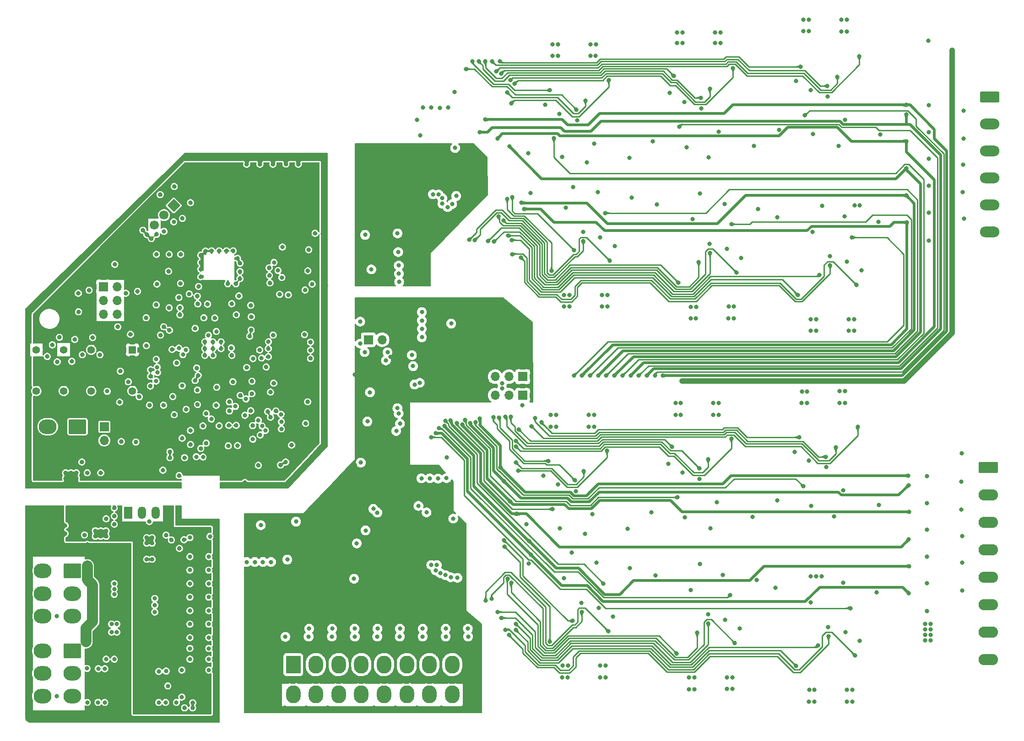
<source format=gbr>
%TF.GenerationSoftware,KiCad,Pcbnew,(6.0.1)*%
%TF.CreationDate,2022-05-08T00:04:23+10:00*%
%TF.ProjectId,211006_lmu_r0,32313130-3036-45f6-9c6d-755f72302e6b,rev?*%
%TF.SameCoordinates,Original*%
%TF.FileFunction,Copper,L2,Inr*%
%TF.FilePolarity,Positive*%
%FSLAX46Y46*%
G04 Gerber Fmt 4.6, Leading zero omitted, Abs format (unit mm)*
G04 Created by KiCad (PCBNEW (6.0.1)) date 2022-05-08 00:04:23*
%MOMM*%
%LPD*%
G01*
G04 APERTURE LIST*
G04 Aperture macros list*
%AMRoundRect*
0 Rectangle with rounded corners*
0 $1 Rounding radius*
0 $2 $3 $4 $5 $6 $7 $8 $9 X,Y pos of 4 corners*
0 Add a 4 corners polygon primitive as box body*
4,1,4,$2,$3,$4,$5,$6,$7,$8,$9,$2,$3,0*
0 Add four circle primitives for the rounded corners*
1,1,$1+$1,$2,$3*
1,1,$1+$1,$4,$5*
1,1,$1+$1,$6,$7*
1,1,$1+$1,$8,$9*
0 Add four rect primitives between the rounded corners*
20,1,$1+$1,$2,$3,$4,$5,0*
20,1,$1+$1,$4,$5,$6,$7,0*
20,1,$1+$1,$6,$7,$8,$9,0*
20,1,$1+$1,$8,$9,$2,$3,0*%
%AMHorizOval*
0 Thick line with rounded ends*
0 $1 width*
0 $2 $3 position (X,Y) of the first rounded end (center of the circle)*
0 $4 $5 position (X,Y) of the second rounded end (center of the circle)*
0 Add line between two ends*
20,1,$1,$2,$3,$4,$5,0*
0 Add two circle primitives to create the rounded ends*
1,1,$1,$2,$3*
1,1,$1,$4,$5*%
%AMRotRect*
0 Rectangle, with rotation*
0 The origin of the aperture is its center*
0 $1 length*
0 $2 width*
0 $3 Rotation angle, in degrees counterclockwise*
0 Add horizontal line*
21,1,$1,$2,0,0,$3*%
G04 Aperture macros list end*
%TA.AperFunction,ComponentPad*%
%ADD10RoundRect,0.250001X-1.399999X1.099999X-1.399999X-1.099999X1.399999X-1.099999X1.399999X1.099999X0*%
%TD*%
%TA.AperFunction,ComponentPad*%
%ADD11O,3.300000X2.700000*%
%TD*%
%TA.AperFunction,ComponentPad*%
%ADD12RoundRect,0.250000X-1.550000X0.750000X-1.550000X-0.750000X1.550000X-0.750000X1.550000X0.750000X0*%
%TD*%
%TA.AperFunction,ComponentPad*%
%ADD13O,3.600000X2.000000*%
%TD*%
%TA.AperFunction,ComponentPad*%
%ADD14R,1.700000X1.700000*%
%TD*%
%TA.AperFunction,ComponentPad*%
%ADD15O,1.700000X1.700000*%
%TD*%
%TA.AperFunction,ComponentPad*%
%ADD16R,1.400000X1.400000*%
%TD*%
%TA.AperFunction,ComponentPad*%
%ADD17C,1.400000*%
%TD*%
%TA.AperFunction,ComponentPad*%
%ADD18RoundRect,0.250001X-1.099999X-1.399999X1.099999X-1.399999X1.099999X1.399999X-1.099999X1.399999X0*%
%TD*%
%TA.AperFunction,ComponentPad*%
%ADD19O,2.700000X3.300000*%
%TD*%
%TA.AperFunction,ComponentPad*%
%ADD20RoundRect,0.249999X-1.550001X0.790001X-1.550001X-0.790001X1.550001X-0.790001X1.550001X0.790001X0*%
%TD*%
%TA.AperFunction,ComponentPad*%
%ADD21O,3.600000X2.080000*%
%TD*%
%TA.AperFunction,ComponentPad*%
%ADD22RotRect,1.700000X1.700000X315.000000*%
%TD*%
%TA.AperFunction,ComponentPad*%
%ADD23HorizOval,1.700000X0.000000X0.000000X0.000000X0.000000X0*%
%TD*%
%TA.AperFunction,ComponentPad*%
%ADD24R,1.500000X2.300000*%
%TD*%
%TA.AperFunction,ComponentPad*%
%ADD25O,1.500000X2.300000*%
%TD*%
%TA.AperFunction,ViaPad*%
%ADD26C,0.800000*%
%TD*%
%TA.AperFunction,Conductor*%
%ADD27C,1.000000*%
%TD*%
%TA.AperFunction,Conductor*%
%ADD28C,0.250000*%
%TD*%
%TA.AperFunction,Conductor*%
%ADD29C,0.500000*%
%TD*%
%TA.AperFunction,Conductor*%
%ADD30C,2.000000*%
%TD*%
G04 APERTURE END LIST*
D10*
%TO.N,/VBAT*%
%TO.C,J1*%
X75372789Y-141783700D03*
D11*
%TO.N,/CAN_P*%
X75372789Y-145983700D03*
%TO.N,/CAN_N*%
X75372789Y-150183700D03*
%TO.N,/VGND*%
X69872789Y-141783700D03*
%TO.N,unconnected-(J1-Pad5)*%
X69872789Y-145983700D03*
%TO.N,/CAN_S*%
X69872789Y-150183700D03*
%TD*%
D10*
%TO.N,/VBAT*%
%TO.C,J2*%
X75422789Y-126983700D03*
D11*
%TO.N,/CAN_P*%
X75422789Y-131183700D03*
%TO.N,/CAN_N*%
X75422789Y-135383700D03*
%TO.N,/VGND*%
X69922789Y-126983700D03*
%TO.N,unconnected-(J2-Pad5)*%
X69922789Y-131183700D03*
%TO.N,/CAN_S*%
X69922789Y-135383700D03*
%TD*%
D12*
%TO.N,/Balance Interface/TAP12*%
%TO.C,J4*%
X245107885Y-39230000D03*
D13*
%TO.N,/Balance Interface/TAP11*%
X245107885Y-44230000D03*
%TO.N,/Balance Interface/TAP10*%
X245107885Y-49230000D03*
%TO.N,/Balance Interface/TAP9*%
X245107885Y-54230000D03*
%TO.N,/Balance Interface/TAP8*%
X245107885Y-59230000D03*
%TO.N,/Balance Interface/TAP7*%
X245107885Y-64230000D03*
%TD*%
D14*
%TO.N,+3V3_ISO*%
%TO.C,J13*%
X81177446Y-74408700D03*
D15*
X83717446Y-74408700D03*
%TO.N,Net-(J13-Pad3)*%
X81177446Y-76948700D03*
%TO.N,Net-(J13-Pad4)*%
X83717446Y-76948700D03*
%TO.N,GND_ISO*%
X81177446Y-79488700D03*
X83717446Y-79488700D03*
%TD*%
D16*
%TO.N,+3V3_ISO*%
%TO.C,K1*%
X86509946Y-86071200D03*
D17*
%TO.N,Net-(K1-Pad4)*%
X78889946Y-86071200D03*
%TO.N,GND_ISO*%
X73809946Y-86071200D03*
%TO.N,+3V3_ISO*%
X68729946Y-86071200D03*
%TO.N,/SDN_IN*%
X68729946Y-93691200D03*
%TO.N,unconnected-(K1-Pad11)*%
X73809946Y-93691200D03*
%TO.N,/SDN_OUT*%
X78889946Y-93691200D03*
%TO.N,Net-(D7-Pad1)*%
X86509946Y-93691200D03*
%TD*%
D18*
%TO.N,/TmpCon0*%
%TO.C,J3*%
X116252446Y-144333700D03*
D19*
%TO.N,/TmpCon1*%
X120452446Y-144333700D03*
%TO.N,/TmpCon2*%
X124652446Y-144333700D03*
%TO.N,/TmpCon3*%
X128852446Y-144333700D03*
%TO.N,/TmpCon4*%
X133052446Y-144333700D03*
%TO.N,/TmpCon5*%
X137252446Y-144333700D03*
%TO.N,/TmpCon6*%
X141452446Y-144333700D03*
%TO.N,/TmpCon7*%
X145652446Y-144333700D03*
%TO.N,GND_HV*%
X116252446Y-149833700D03*
X120452446Y-149833700D03*
X124652446Y-149833700D03*
X128852446Y-149833700D03*
X133052446Y-149833700D03*
X137252446Y-149833700D03*
X141452446Y-149833700D03*
X145652446Y-149833700D03*
%TD*%
D20*
%TO.N,/Balance Interface/TAP6*%
%TO.C,J10*%
X244810331Y-107803700D03*
D21*
%TO.N,/Balance Interface/TAP5*%
X244810331Y-112883700D03*
%TO.N,/Balance Interface/TAP4*%
X244810331Y-117963700D03*
%TO.N,/Balance Interface/TAP3*%
X244810331Y-123043700D03*
%TO.N,/Balance Interface/TAP2*%
X244810331Y-128123700D03*
%TO.N,/Balance Interface/TAP1*%
X244810331Y-133203700D03*
%TO.N,/Balance Interface/TAP0*%
X244810331Y-138283700D03*
X244810331Y-143363700D03*
%TD*%
D22*
%TO.N,/Microcontroller/USART_TX*%
%TO.C,J12*%
X94152446Y-59333700D03*
D23*
%TO.N,/Microcontroller/USART_RX*%
X92356395Y-61129751D03*
%TO.N,GND_ISO*%
X90560344Y-62925802D03*
%TD*%
D14*
%TO.N,/Balance Interface/CS*%
%TO.C,J7*%
X130152446Y-84183700D03*
D15*
%TO.N,/Balance Interface/SCK*%
X132692446Y-84183700D03*
%TD*%
D14*
%TO.N,GND_HV*%
%TO.C,J5*%
X158676946Y-94480100D03*
D15*
%TO.N,/Balance Interface/DTEN*%
X156136946Y-94480100D03*
%TO.N,/Balance Interface/VREG*%
X153596946Y-94480100D03*
%TD*%
D24*
%TO.N,Net-(C3-Pad1)*%
%TO.C,U1*%
X85762446Y-116183700D03*
D25*
%TO.N,GND*%
X88302446Y-116183700D03*
%TO.N,+5V*%
X90842446Y-116183700D03*
%TD*%
D14*
%TO.N,GND_HV*%
%TO.C,J6*%
X158682446Y-91033700D03*
D15*
%TO.N,/Balance Interface/ISOMD*%
X156142446Y-91033700D03*
%TO.N,/Balance Interface/VREG*%
X153602446Y-91033700D03*
%TD*%
D10*
%TO.N,/SDN_OUT*%
%TO.C,J8*%
X76352446Y-100283700D03*
D11*
%TO.N,/SDN_IN*%
X70852446Y-100283700D03*
%TD*%
D14*
%TO.N,/SDN_OUT*%
%TO.C,J9*%
X81302446Y-100308700D03*
D15*
%TO.N,/SDN_IN*%
X81302446Y-102848700D03*
%TD*%
D26*
%TO.N,+5V*%
X74902446Y-115333700D03*
X92652446Y-117333700D03*
X92652446Y-118833700D03*
X92652446Y-115833700D03*
X75652446Y-116333700D03*
X100652446Y-152833700D03*
X95127446Y-124683700D03*
X76152446Y-115333700D03*
%TO.N,GND*%
X83152446Y-116833700D03*
X83152446Y-118333700D03*
X81652446Y-120583700D03*
X96152446Y-154333700D03*
X74057103Y-118583700D03*
X67152446Y-148333700D03*
X88652446Y-154333700D03*
X95202446Y-122808700D03*
X81652446Y-117333700D03*
X92402446Y-154333700D03*
X89152446Y-121833700D03*
X101902446Y-134333700D03*
X73152446Y-115333700D03*
X80152446Y-154333700D03*
X90152446Y-120833700D03*
X89152446Y-124833700D03*
X97652446Y-152333700D03*
X78152446Y-123333700D03*
X101902446Y-146833700D03*
X81652446Y-119583700D03*
X89152446Y-120833700D03*
X96152446Y-152333700D03*
X95152446Y-117333700D03*
X80652446Y-119583700D03*
X101902446Y-129333700D03*
X92727446Y-120358700D03*
X95152446Y-115833700D03*
X101902446Y-124333700D03*
X90152446Y-121833700D03*
X68152446Y-115333700D03*
X93727446Y-121258700D03*
X101902446Y-139333700D03*
X79652446Y-120583700D03*
X74057103Y-120083700D03*
X101902446Y-143333700D03*
X71152446Y-115333700D03*
X67152446Y-121333700D03*
X67152446Y-128333700D03*
X67152446Y-151333700D03*
X67152446Y-132333700D03*
X68402446Y-154333700D03*
X101902446Y-146833700D03*
X100152446Y-154333700D03*
X79652446Y-119583700D03*
X67152446Y-145333700D03*
X78152446Y-122083700D03*
X84652446Y-154333700D03*
X96052446Y-121208700D03*
X77652446Y-120333700D03*
X67152446Y-125333700D03*
X97677446Y-151383700D03*
X67152446Y-139333700D03*
X67152446Y-135333700D03*
X80652446Y-120583700D03*
X89652446Y-117833700D03*
X90152446Y-124833700D03*
X75652446Y-154333700D03*
X83152446Y-115333700D03*
X67152446Y-116333700D03*
X67152446Y-142333700D03*
X71652446Y-154333700D03*
X73152446Y-116333700D03*
%TO.N,Net-(C29-Pad1)*%
X188152446Y-91833700D03*
X145477446Y-81208700D03*
X238152446Y-30633700D03*
%TO.N,Net-(C35-Pad1)*%
X218637500Y-24972450D03*
X218627500Y-27133700D03*
X217637500Y-24972450D03*
X217627500Y-27133700D03*
%TO.N,Net-(C36-Pad1)*%
X211625000Y-24934950D03*
X210615000Y-27096200D03*
X211615000Y-27096200D03*
X210625000Y-24934950D03*
%TO.N,Net-(C47-Pad1)*%
X194265000Y-27333700D03*
X195275000Y-29272450D03*
X194275000Y-29272450D03*
X195265000Y-27333700D03*
%TO.N,Net-(C48-Pad1)*%
X187262500Y-29284950D03*
X187252500Y-27346200D03*
X188262500Y-29284950D03*
X188252500Y-27346200D03*
%TO.N,Net-(C59-Pad1)*%
X172225000Y-29500000D03*
X171225000Y-29500000D03*
X172215000Y-31661250D03*
X171215000Y-31661250D03*
%TO.N,Net-(C60-Pad1)*%
X164212500Y-29512500D03*
X165202500Y-31673750D03*
X164202500Y-31673750D03*
X165212500Y-29512500D03*
%TO.N,Net-(C71-Pad1)*%
X167325000Y-78075000D03*
X166365000Y-75901250D03*
X167365000Y-75901250D03*
X166325000Y-78075000D03*
%TO.N,Net-(C72-Pad1)*%
X174347500Y-75901250D03*
X173337500Y-78062500D03*
X173347500Y-75901250D03*
X174337500Y-78062500D03*
%TO.N,Net-(C83-Pad1)*%
X189760000Y-78088750D03*
X189750000Y-80250000D03*
X190750000Y-80250000D03*
X190760000Y-78088750D03*
%TO.N,Net-(C84-Pad1)*%
X197772500Y-78076250D03*
X197762500Y-80237500D03*
X196772500Y-78076250D03*
X196762500Y-80237500D03*
%TO.N,Net-(C95-Pad1)*%
X211962500Y-82562500D03*
X212972500Y-80401250D03*
X212962500Y-82562500D03*
X211972500Y-80401250D03*
%TO.N,Net-(C96-Pad1)*%
X219985000Y-80388750D03*
X218975000Y-82550000D03*
X218985000Y-80388750D03*
X219975000Y-82550000D03*
%TO.N,Net-(C108-Pad1)*%
X217334946Y-93739450D03*
X218324946Y-95900700D03*
X217324946Y-95900700D03*
X218334946Y-93739450D03*
%TO.N,Net-(C109-Pad1)*%
X211322446Y-93751950D03*
X211312446Y-95913200D03*
X210322446Y-93751950D03*
X210312446Y-95913200D03*
%TO.N,Net-(C120-Pad1)*%
X193962446Y-98076200D03*
X193972446Y-95914950D03*
X194962446Y-98076200D03*
X194972446Y-95914950D03*
%TO.N,Net-(C121-Pad1)*%
X187949946Y-98088700D03*
X186949946Y-98088700D03*
X186959946Y-95927450D03*
X187959946Y-95927450D03*
%TO.N,Net-(C132-Pad1)*%
X171922446Y-98114950D03*
X170912446Y-100276200D03*
X170922446Y-98114950D03*
X171912446Y-100276200D03*
%TO.N,Net-(C133-Pad1)*%
X164899946Y-100288700D03*
X163899946Y-100288700D03*
X164909946Y-98127450D03*
X163909946Y-98127450D03*
%TO.N,Net-(C144-Pad1)*%
X166022446Y-146689950D03*
X166062446Y-144516200D03*
X167022446Y-146689950D03*
X167062446Y-144516200D03*
%TO.N,Net-(C145-Pad1)*%
X173044946Y-144516200D03*
X173034946Y-146677450D03*
X174034946Y-146677450D03*
X174044946Y-144516200D03*
%TO.N,Net-(C156-Pad1)*%
X189447446Y-148864950D03*
X189457446Y-146703700D03*
X190457446Y-146703700D03*
X190447446Y-148864950D03*
%TO.N,Net-(C157-Pad1)*%
X196469946Y-146691200D03*
X197469946Y-146691200D03*
X197459946Y-148852450D03*
X196459946Y-148852450D03*
%TO.N,Net-(C168-Pad1)*%
X212659946Y-151177450D03*
X211659946Y-151177450D03*
X211669946Y-149016200D03*
X212669946Y-149016200D03*
%TO.N,Net-(C169-Pad1)*%
X218672446Y-151164950D03*
X219682446Y-149003700D03*
X218682446Y-149003700D03*
X219672446Y-151164950D03*
%TO.N,/Microcontroller/NRST*%
X102026457Y-82661119D03*
X111677446Y-84558700D03*
X101102446Y-98883700D03*
%TO.N,Net-(D16-Pad2)*%
X212352446Y-46083700D03*
%TO.N,Net-(D18-Pad2)*%
X189002446Y-48533700D03*
%TO.N,Net-(D20-Pad2)*%
X165952446Y-50333700D03*
%TO.N,Net-(D22-Pad2)*%
X172602446Y-56833700D03*
%TO.N,Net-(D24-Pad2)*%
X196052446Y-59083700D03*
%TO.N,Net-(D26-Pad2)*%
X218252446Y-61383700D03*
%TO.N,Net-(D29-Pad2)*%
X212052446Y-114933700D03*
%TO.N,Net-(D31-Pad2)*%
X188652446Y-117083700D03*
%TO.N,Net-(D33-Pad2)*%
X165602446Y-119133700D03*
%TO.N,Net-(D35-Pad2)*%
X172302446Y-125483700D03*
%TO.N,/Balance Interface/Upper Active Balance Group/ACTIVE_TAP5*%
X233800746Y-45812500D03*
X217105746Y-48287000D03*
X194937500Y-45662500D03*
X201487500Y-48362500D03*
%TO.N,/Balance Interface/V+*%
X218300000Y-43487000D03*
X224850000Y-46187000D03*
X233800746Y-40812500D03*
%TO.N,/Balance Interface/Upper Active Balance Group/PI6*%
X220964500Y-31724500D03*
X154743585Y-34903585D03*
%TO.N,/Balance Interface/Upper Active Balance Group/SI6*%
X215050000Y-37237000D03*
X153015394Y-32675394D03*
%TO.N,/Balance Interface/C11*%
X181652446Y-90833700D03*
X150730013Y-45762000D03*
X229652446Y-42487489D03*
%TO.N,/Balance Interface/C12*%
X229652446Y-40737500D03*
X184652446Y-90833700D03*
X151775746Y-43437500D03*
%TO.N,/Balance Interface/Upper Active Balance Group/ACTIVE_TAP4*%
X233800746Y-50712500D03*
X171887500Y-47862500D03*
X193052446Y-50462500D03*
X178437500Y-50562500D03*
%TO.N,/Balance Interface/Upper Active Balance Group/PI5*%
X197590000Y-33900000D03*
X157188088Y-36840011D03*
%TO.N,/Balance Interface/Upper Active Balance Group/SI5*%
X191687500Y-39412500D03*
X150565000Y-32675000D03*
%TO.N,/VBAT*%
X78152446Y-126083700D03*
X77902446Y-140083700D03*
X78152446Y-128583700D03*
X77902446Y-137583700D03*
X78152446Y-127333700D03*
X77902446Y-138833700D03*
%TO.N,/Balance Interface/S10*%
X164475746Y-46912500D03*
X177140147Y-90845999D03*
%TO.N,/Microcontroller/USART_TX*%
X94152446Y-62383700D03*
%TO.N,/Microcontroller/USART_RX*%
X92352446Y-64133700D03*
%TO.N,Net-(D7-Pad1)*%
X81852446Y-93733700D03*
%TO.N,/Microcontroller/LMS_OK_FB*%
X95715147Y-92720999D03*
%TO.N,/Microcontroller/LMS_OK*%
X98539745Y-93496401D03*
%TO.N,/WDT_PASSIVE*%
X90927946Y-87809200D03*
X107327446Y-98183700D03*
%TO.N,/CS_PASSIVE*%
X99727446Y-80133700D03*
X107527446Y-95158700D03*
%TO.N,/CS_TEMPERATURE*%
X100577446Y-83358700D03*
X105552446Y-96533700D03*
%TO.N,/Microcontroller/SPI1_CLK*%
X111108331Y-100970971D03*
X114002446Y-98008700D03*
X91101183Y-89260013D03*
X112702446Y-69883700D03*
%TO.N,/Microcontroller/SPI1_MISO*%
X91152446Y-90258200D03*
X110152446Y-101833700D03*
X114052446Y-99383700D03*
X113452446Y-71383700D03*
%TO.N,/Microcontroller/SPI1_MOSI*%
X90877446Y-91833700D03*
X108777446Y-102608700D03*
X114052446Y-100708700D03*
X114152446Y-72683700D03*
%TO.N,/Balance Interface/Upper Active Balance Group/ACTIVE_TAP3*%
X160112500Y-57012500D03*
X170602446Y-51383700D03*
X166662500Y-59712500D03*
X233800746Y-55712500D03*
%TO.N,/WDT_ACTIVE_UPPER*%
X96377446Y-86108200D03*
X115352946Y-75883700D03*
%TO.N,/CS_ACTIVE_UPPER*%
X95089995Y-85745749D03*
X114252446Y-67033700D03*
%TO.N,/WDT_ACTIVE_LOWER*%
X109802446Y-99083700D03*
X108802446Y-87679200D03*
%TO.N,/CS_ACTIVE_LOWER*%
X110402446Y-87583700D03*
X110498739Y-100178883D03*
%TO.N,/Microcontroller/BOOT0*%
X104802446Y-85708700D03*
%TO.N,/Microcontroller/CAN_RX*%
X98327446Y-105858700D03*
%TO.N,/Microcontroller/CAN_TX*%
X99577446Y-105908700D03*
%TO.N,/Microcontroller/BOOT1*%
X95852446Y-86959200D03*
%TO.N,/UPPER_GND*%
X233498192Y-109427450D03*
X185912500Y-38512500D03*
X140652446Y-73833700D03*
X144652446Y-49833700D03*
X162862500Y-40712500D03*
X214102446Y-59383700D03*
X224547446Y-114801950D03*
X128152446Y-60833700D03*
X144152446Y-50833700D03*
X168815000Y-43599500D03*
X128652446Y-73833700D03*
X142625746Y-51087500D03*
X147652446Y-53333700D03*
X147702446Y-49383700D03*
X193287500Y-66437500D03*
X141952446Y-66733700D03*
X128652446Y-48833700D03*
X149652446Y-57833700D03*
X217997446Y-112101950D03*
X128652446Y-50333700D03*
X139175746Y-43483199D03*
X209275000Y-36337000D03*
X196462500Y-67387500D03*
X128652446Y-55833700D03*
X165512500Y-42362500D03*
X130528426Y-67683700D03*
X132152446Y-61833700D03*
X221325000Y-71350000D03*
X175687500Y-66862500D03*
X169862500Y-64262500D03*
X221061146Y-59325000D03*
X215115000Y-39149500D03*
X218675000Y-69700000D03*
X220061146Y-59325000D03*
X133652446Y-50333700D03*
X211925000Y-37987000D03*
X215500000Y-68750000D03*
X199112500Y-69037500D03*
X128152446Y-64833700D03*
X146102446Y-38333700D03*
X129942596Y-73434820D03*
X188562500Y-40162500D03*
X149652446Y-56333700D03*
X143652446Y-49833700D03*
X137152446Y-61833700D03*
X134152446Y-55833700D03*
X131152446Y-59333700D03*
X133652446Y-48833700D03*
X173037500Y-65212500D03*
X140652446Y-69833700D03*
X147877446Y-51458700D03*
X191715000Y-41349020D03*
X145427446Y-54283700D03*
%TO.N,/Balance Interface/Upper Active Balance Group/PI4*%
X174590000Y-36100000D03*
X156579335Y-40425000D03*
%TO.N,/Balance Interface/Upper Active Balance Group/SI4*%
X168637500Y-41612500D03*
X148215000Y-34075000D03*
%TO.N,/Balance Interface/C9*%
X156275746Y-48436039D03*
X175652446Y-90833700D03*
X229652446Y-52433700D03*
%TO.N,/Balance Interface/Upper Active Balance Group/ACTIVE_TAP2*%
X233800746Y-60687500D03*
X190087500Y-61887500D03*
X168002446Y-55933700D03*
X183537500Y-59187500D03*
%TO.N,GND_HV*%
X135152446Y-147333700D03*
X211971196Y-128014950D03*
X155652446Y-78333700D03*
X128652446Y-77333700D03*
X240152446Y-51833700D03*
X234152446Y-137833700D03*
X132852446Y-112933700D03*
X175384946Y-135477450D03*
X126652446Y-147333700D03*
X143652446Y-152333700D03*
X135652446Y-77333700D03*
X144152446Y-80333700D03*
X211622446Y-106601950D03*
X240202446Y-41783700D03*
X127652446Y-107333700D03*
X144152446Y-78833700D03*
X108152446Y-128333700D03*
X150152446Y-152333700D03*
X134152446Y-91833700D03*
X132152446Y-80333700D03*
X239852446Y-115633700D03*
X138951935Y-112187727D03*
X158652446Y-96333700D03*
X212971196Y-128014950D03*
X215197446Y-137364950D03*
X137566655Y-84880211D03*
X130152446Y-77333700D03*
X139652446Y-77333700D03*
X117752446Y-136083700D03*
X108152446Y-147833700D03*
X143652446Y-147333700D03*
X233152446Y-138833700D03*
X154152446Y-89333700D03*
X132952446Y-133183700D03*
X118652446Y-147333700D03*
X136152446Y-103333700D03*
X165209946Y-110977450D03*
X111152446Y-150833700D03*
X151152446Y-94833700D03*
X109652446Y-150833700D03*
X148602446Y-140583700D03*
X128652446Y-78833700D03*
X196159946Y-136002450D03*
X132902446Y-110283700D03*
X127602446Y-140583700D03*
X131152446Y-118333700D03*
X185609946Y-107127450D03*
X118752446Y-130283700D03*
X133852446Y-123783700D03*
X135402446Y-104483700D03*
X118652446Y-152333700D03*
X146152446Y-77333700D03*
X126152446Y-109333700D03*
X147152446Y-120333700D03*
X168512446Y-112214450D03*
X108152446Y-144833700D03*
X135602446Y-131833700D03*
X133202446Y-129133700D03*
X128997946Y-101574749D03*
X240102446Y-56833700D03*
X149152446Y-77333700D03*
X239952446Y-130633700D03*
X233152446Y-136833700D03*
X108152446Y-141333700D03*
X119102446Y-140583700D03*
X114652446Y-152333700D03*
X145052446Y-122758700D03*
X121652446Y-113833700D03*
X132802446Y-107133700D03*
X144402446Y-140583700D03*
X122652446Y-147333700D03*
X149552446Y-88737200D03*
X131002446Y-95283700D03*
X131152446Y-152333700D03*
X114652446Y-147333700D03*
X135902446Y-140583700D03*
X107763067Y-117744321D03*
X150152446Y-149833700D03*
X239852446Y-110483700D03*
X133752446Y-121083700D03*
X150152446Y-137333700D03*
X135152446Y-80333700D03*
X151652446Y-90333700D03*
X142152446Y-94833700D03*
X134352446Y-105583700D03*
X234152446Y-138833700D03*
X135152446Y-78833700D03*
X150152446Y-140333700D03*
X108152446Y-131333700D03*
X139152446Y-152333700D03*
X162559946Y-109327450D03*
X127652446Y-90633700D03*
X132152446Y-78833700D03*
X147152446Y-121333700D03*
X125202446Y-135933700D03*
X131152446Y-147333700D03*
X143152446Y-118333700D03*
X109652446Y-149333700D03*
X147652446Y-152333700D03*
X240002446Y-125483700D03*
X114044466Y-119062520D03*
X138252446Y-135083700D03*
X191412446Y-109963970D03*
X139152446Y-147333700D03*
X109652446Y-147833700D03*
X172734946Y-133827450D03*
X129652446Y-122833700D03*
X128152446Y-102333700D03*
X111152446Y-149333700D03*
X134202446Y-87383700D03*
X151652446Y-77333700D03*
X234152446Y-136833700D03*
X131152446Y-120833700D03*
X130352446Y-135333700D03*
X146815147Y-126820999D03*
X154652446Y-77333700D03*
X140202446Y-140583700D03*
X192984946Y-135052450D03*
X221022446Y-139964950D03*
X188259946Y-108777450D03*
X132152446Y-77333700D03*
X150952446Y-89333700D03*
X149652446Y-93833700D03*
X108152446Y-149333700D03*
X124252446Y-117133700D03*
X112352446Y-134733700D03*
X169559946Y-132877450D03*
X239902446Y-105233700D03*
X132802446Y-118333700D03*
X134252446Y-130033700D03*
X213971196Y-128014950D03*
X147152446Y-118333700D03*
X141452446Y-135133700D03*
X126652446Y-152500000D03*
X111152446Y-147833700D03*
X144052446Y-135183700D03*
X233152446Y-137833700D03*
X108152446Y-150833700D03*
X135152446Y-152333700D03*
X131752446Y-140583700D03*
X108152446Y-134333700D03*
X127102446Y-113383700D03*
X147152446Y-122333700D03*
X122352446Y-134733700D03*
X239952446Y-120533700D03*
X147652446Y-147333700D03*
X158652446Y-89333700D03*
X240252446Y-46983700D03*
X234152446Y-139833700D03*
X121852446Y-131433700D03*
X142652446Y-77333700D03*
X240302446Y-61783700D03*
X198809946Y-137652450D03*
X144627446Y-105988030D03*
X144652446Y-118333700D03*
X150152446Y-143333700D03*
X208972446Y-104951950D03*
X214812446Y-107764450D03*
X122652446Y-152333700D03*
X147852446Y-135233700D03*
X124152446Y-111333700D03*
X127852446Y-132533700D03*
X123402446Y-140583700D03*
X150152446Y-146333700D03*
X130452446Y-92183700D03*
X233152446Y-139833700D03*
X142302446Y-119758700D03*
X233702446Y-28883700D03*
X119152446Y-116333700D03*
X132802446Y-115383700D03*
X147527446Y-119358700D03*
X218372446Y-138314950D03*
%TO.N,+5V_HV*%
X144452446Y-139133700D03*
X116773626Y-117862520D03*
X135952446Y-139133700D03*
X127652446Y-139133700D03*
X148602446Y-139133700D03*
X130447446Y-93918700D03*
X128752446Y-106933700D03*
X131802446Y-139133700D03*
X114802446Y-139183700D03*
X119102446Y-139133700D03*
X127502446Y-128433700D03*
X123402446Y-139133700D03*
X110259966Y-118512520D03*
X129972446Y-99328200D03*
X140202446Y-139133700D03*
%TO.N,/Temperature Sensor/TmpOut2*%
X127602446Y-137683700D03*
%TO.N,/Temperature Sensor/TmpOut3*%
X131852446Y-137683700D03*
%TO.N,/Temperature Sensor/TmpOut4*%
X136002446Y-137683700D03*
%TO.N,/Temperature Sensor/TmpOut5*%
X140202446Y-137683700D03*
%TO.N,/Temperature Sensor/TmpOut6*%
X144452446Y-137683700D03*
%TO.N,/Temperature Sensor/TmpOut7*%
X148552446Y-137683700D03*
%TO.N,/Temperature Sensor/TmpOut0*%
X119202446Y-137683700D03*
%TO.N,/Temperature Sensor/TmpOut1*%
X123452446Y-137683700D03*
%TO.N,/Balance Interface/Upper Active Balance Group/PI3*%
X164015000Y-71475000D03*
X155831970Y-58107863D03*
%TO.N,/Balance Interface/Upper Active Balance Group/SI3*%
X169912500Y-65962500D03*
X149852446Y-65733700D03*
%TO.N,/Balance Interface/C8*%
X172652446Y-90833700D03*
X229652446Y-57487500D03*
X158477446Y-58833700D03*
%TO.N,/Balance Interface/Upper Active Balance Group/ACTIVE_TAP1*%
X233800746Y-65837500D03*
X205750000Y-61500000D03*
X191498646Y-57087500D03*
X212300000Y-64200000D03*
%TO.N,/Balance Interface/Upper Active Balance Group/PI2*%
X187490000Y-73650000D03*
X155127446Y-62109200D03*
%TO.N,/Balance Interface/Upper Active Balance Group/SI2*%
X153390348Y-66045798D03*
X193337500Y-68137500D03*
%TO.N,/Balance Interface/C7*%
X169652446Y-90833700D03*
X158977446Y-59983700D03*
X229752446Y-62487500D03*
%TO.N,/Balance Interface/Upper Active Balance Group/PI1*%
X209577500Y-75962500D03*
X156652446Y-65733700D03*
%TO.N,/Balance Interface/Upper Active Balance Group/SI1*%
X158402446Y-69008700D03*
X215550000Y-70450000D03*
%TO.N,/Balance Interface/C6*%
X154579866Y-107808700D03*
X150711325Y-98783232D03*
X229998192Y-109352450D03*
%TO.N,/Balance Interface/Lower Active Balance Group/ACTIVE_TAP5*%
X233498192Y-114427450D03*
X201184946Y-116977450D03*
X216252446Y-116880950D03*
X194634946Y-114277450D03*
%TO.N,/Balance Interface/Lower Active Balance Group/PI6*%
X220661946Y-100339450D03*
X157990188Y-100795942D03*
%TO.N,/Balance Interface/Lower Active Balance Group/SI6*%
X161002446Y-98658700D03*
X214747446Y-105851950D03*
%TO.N,/Balance Interface/C5*%
X148965422Y-99633700D03*
X230073192Y-111102450D03*
X155227647Y-110383499D03*
%TO.N,/Balance Interface/Lower Active Balance Group/ACTIVE_TAP4*%
X171584946Y-116477450D03*
X193446196Y-119077450D03*
X178134946Y-119177450D03*
X233498192Y-119327450D03*
%TO.N,/Balance Interface/Lower Active Balance Group/PI5*%
X197287446Y-102514950D03*
X157473486Y-103988768D03*
%TO.N,/Balance Interface/Lower Active Balance Group/SI5*%
X191384946Y-108027450D03*
X155477943Y-98483700D03*
%TO.N,/Balance Interface/Lower Active Balance Group/ACTIVE_TAP3*%
X233498192Y-124327450D03*
X170202446Y-120083700D03*
X159809946Y-125627450D03*
X166359946Y-128327450D03*
%TO.N,/Balance Interface/Lower Active Balance Group/PI4*%
X174287446Y-104714950D03*
X157827446Y-108433700D03*
%TO.N,/Balance Interface/Lower Active Balance Group/SI4*%
X168334946Y-110227450D03*
X153329254Y-98557706D03*
%TO.N,/Balance Interface/C3*%
X145373992Y-99121644D03*
X157627446Y-116433700D03*
X230123192Y-121152450D03*
%TO.N,/Balance Interface/Lower Active Balance Group/ACTIVE_TAP2*%
X189784946Y-130502450D03*
X233498192Y-129302450D03*
X167802446Y-123583700D03*
X183234946Y-127802450D03*
%TO.N,/Balance Interface/Lower Active Balance Group/PI3*%
X155337893Y-122468344D03*
X163712446Y-140089950D03*
%TO.N,/Balance Interface/Lower Active Balance Group/SI3*%
X152952446Y-132133700D03*
X169609946Y-134577450D03*
%TO.N,/Balance Interface/C2*%
X159927446Y-121508700D03*
X230148192Y-126102450D03*
X144264423Y-100171079D03*
%TO.N,/Balance Interface/Lower Active Balance Group/ACTIVE_TAP1*%
X191502446Y-125683700D03*
X205447446Y-130114950D03*
X211997446Y-132814950D03*
X233498192Y-134452450D03*
%TO.N,/Balance Interface/Lower Active Balance Group/PI2*%
X156552446Y-129208700D03*
X187187446Y-142264950D03*
%TO.N,/Balance Interface/Lower Active Balance Group/SI2*%
X193034946Y-136752450D03*
X154753647Y-135683700D03*
%TO.N,/Balance Interface/C1*%
X230123192Y-131102450D03*
X142627446Y-101509200D03*
X160247946Y-123983700D03*
%TO.N,/Balance Interface/Lower Active Balance Group/PI1*%
X157477647Y-137883499D03*
X209274946Y-144577450D03*
%TO.N,/Balance Interface/Lower Active Balance Group/SI1*%
X156202647Y-138808499D03*
X215247446Y-139064950D03*
%TO.N,/Balance Interface/VREG_UPPER*%
X129552446Y-64783700D03*
X130702446Y-71168320D03*
X146200746Y-48695750D03*
X139715000Y-46331250D03*
%TO.N,/Balance Interface/VREG_LOWER*%
X139412446Y-114946200D03*
X140912446Y-116146200D03*
X145852446Y-117310700D03*
%TO.N,/Temperature Isolation/CS1*%
X129627897Y-119483651D03*
X135527446Y-96858700D03*
%TO.N,/Balance Interface/IBIAS*%
X128652446Y-80833700D03*
X128015147Y-121896401D03*
X135302446Y-101083700D03*
%TO.N,/Balance Interface/SCK*%
X131806072Y-116187110D03*
X135752446Y-97833700D03*
%TO.N,/Balance Interface/ICMP*%
X136002446Y-99708700D03*
X128652446Y-84908700D03*
X131077946Y-115502393D03*
%TO.N,/Balance Interface/DTEN*%
X138702446Y-92483700D03*
X154902446Y-93233700D03*
%TO.N,/Balance Interface/ISOMD*%
X139647563Y-92158495D03*
X154902446Y-92234197D03*
%TO.N,/Balance Interface/DRIVE*%
X138202446Y-87033700D03*
%TO.N,/Balance Interface/WDT*%
X133695678Y-86522195D03*
%TO.N,/Balance Interface/WDT_UPPER*%
X135852446Y-73483700D03*
X146402446Y-57583700D03*
%TO.N,/Balance Interface/Upper Active Balance Group/RTONS*%
X142092709Y-57278932D03*
%TO.N,/Balance Interface/Upper Active Balance Group/RTONP*%
X143127500Y-57298750D03*
%TO.N,/Balance Interface/S12*%
X183140147Y-90845999D03*
X210875746Y-42687500D03*
%TO.N,/Balance Interface/Upper Active Balance Group/PG6*%
X216915000Y-35525000D03*
X153818968Y-34523995D03*
%TO.N,/Balance Interface/Upper Active Balance Group/SG6*%
X154465000Y-32625000D03*
X210135000Y-33637000D03*
%TO.N,/Balance Interface/S11*%
X187625746Y-44762500D03*
X180152446Y-90833700D03*
%TO.N,/Balance Interface/Upper Active Balance Group/PG5*%
X193315000Y-37725000D03*
X156457779Y-36157622D03*
%TO.N,/Balance Interface/Upper Active Balance Group/SG5*%
X151765000Y-32675000D03*
X186615000Y-35375000D03*
%TO.N,/Balance Interface/C10*%
X178652446Y-90833700D03*
X229652446Y-47433700D03*
X154050746Y-46937500D03*
%TO.N,/Balance Interface/Upper Active Balance Group/PG4*%
X170315000Y-39925000D03*
X155839500Y-38425000D03*
%TO.N,/Balance Interface/Upper Active Balance Group/SG4*%
X149415000Y-32625000D03*
X163722500Y-38012500D03*
%TO.N,/Balance Interface/S9*%
X174152446Y-90833700D03*
X173950746Y-60737500D03*
%TO.N,/Balance Interface/Upper Active Balance Group/PG3*%
X156777446Y-57783700D03*
X168215000Y-67625000D03*
%TO.N,/Balance Interface/Upper Active Balance Group/SG3*%
X174827500Y-69562500D03*
X148788264Y-65694116D03*
%TO.N,/Balance Interface/S8*%
X171152446Y-90833700D03*
X197325746Y-62812500D03*
%TO.N,/Balance Interface/Upper Active Balance Group/PG2*%
X154202446Y-61384700D03*
X191265000Y-69825000D03*
%TO.N,/Balance Interface/Upper Active Balance Group/SG2*%
X198252500Y-71737500D03*
X152259794Y-65939842D03*
%TO.N,/Balance Interface/S7*%
X219600746Y-65262500D03*
X168152446Y-90833700D03*
%TO.N,/Balance Interface/Upper Active Balance Group/PG1*%
X213615000Y-72175000D03*
X156030923Y-64947961D03*
%TO.N,/Balance Interface/Upper Active Balance Group/SG1*%
X156752647Y-68383499D03*
X220465000Y-74050000D03*
%TO.N,/Balance Interface/UPPER_ADDRESS/A0*%
X144915000Y-41193750D03*
%TO.N,/Balance Interface/UPPER_ADDRESS/A1*%
X143365000Y-41281250D03*
%TO.N,/Balance Interface/UPPER_ADDRESS/A2*%
X141815000Y-41231250D03*
%TO.N,/Balance Interface/UPPER_ADDRESS/A3*%
X140265000Y-41231250D03*
%TO.N,/Balance Interface/LOWER_ADDRESS/A0*%
X144612446Y-109808700D03*
%TO.N,/Balance Interface/LOWER_ADDRESS/A1*%
X143062446Y-109896200D03*
%TO.N,/Balance Interface/LOWER_ADDRESS/A2*%
X141512446Y-109846200D03*
%TO.N,/Balance Interface/LOWER_ADDRESS/A3*%
X139962446Y-109846200D03*
%TO.N,/Balance Interface/PASSIVE_ADDRESS/A0*%
X140052446Y-83733700D03*
%TO.N,/Balance Interface/PASSIVE_ADDRESS/A1*%
X140052446Y-82183700D03*
%TO.N,/Balance Interface/PASSIVE_ADDRESS/A2*%
X140052446Y-80633700D03*
%TO.N,/Balance Interface/PASSIVE_ADDRESS/A3*%
X140052446Y-79083700D03*
%TO.N,/Balance Interface/WDT_LOWER*%
X146627446Y-128258700D03*
X107652446Y-125333700D03*
%TO.N,/Balance Interface/Lower Active Balance Group/RTONS*%
X141790155Y-125893882D03*
%TO.N,/Balance Interface/Lower Active Balance Group/RTONP*%
X142824946Y-125913700D03*
%TO.N,/Balance Interface/S6*%
X210573192Y-111302450D03*
X149952446Y-99433700D03*
%TO.N,/Balance Interface/Lower Active Balance Group/PG6*%
X216612446Y-104139950D03*
X160327446Y-100183200D03*
%TO.N,/Balance Interface/Lower Active Balance Group/SG6*%
X209832446Y-102251950D03*
X162152446Y-99458700D03*
%TO.N,/Balance Interface/S5*%
X187323192Y-113377450D03*
X148050704Y-99078356D03*
%TO.N,/Balance Interface/Lower Active Balance Group/PG5*%
X157447731Y-102938414D03*
X193012446Y-106339950D03*
%TO.N,/Balance Interface/Lower Active Balance Group/SG5*%
X186312446Y-103989950D03*
X156477446Y-98483700D03*
%TO.N,/Balance Interface/C4*%
X147516411Y-99923066D03*
X230173192Y-116052450D03*
X156377946Y-114108700D03*
%TO.N,/Balance Interface/Lower Active Balance Group/PG4*%
X170012446Y-108539950D03*
X157452446Y-106908700D03*
%TO.N,/Balance Interface/Lower Active Balance Group/SG4*%
X163419946Y-106627450D03*
X154327454Y-98608708D03*
%TO.N,/Balance Interface/S3*%
X173648192Y-129352450D03*
X144375966Y-99175954D03*
%TO.N,/Balance Interface/Lower Active Balance Group/PG3*%
X167912446Y-136239950D03*
X155233647Y-121339499D03*
%TO.N,/Balance Interface/Lower Active Balance Group/SG3*%
X174524946Y-138177450D03*
X151852446Y-132483700D03*
%TO.N,/Balance Interface/S2*%
X143201946Y-100587375D03*
X197023192Y-131427450D03*
%TO.N,/Balance Interface/Lower Active Balance Group/PG2*%
X190962446Y-138439950D03*
X155911179Y-128442031D03*
%TO.N,/Balance Interface/Lower Active Balance Group/SG2*%
X154029147Y-134583700D03*
X197949946Y-140352450D03*
%TO.N,/Balance Interface/S1*%
X219298192Y-133877450D03*
X141752446Y-102233700D03*
%TO.N,/Balance Interface/Lower Active Balance Group/PG1*%
X213312446Y-140789950D03*
X157427446Y-136808700D03*
%TO.N,/Balance Interface/Lower Active Balance Group/SG1*%
X220162446Y-142664950D03*
X155478147Y-137858700D03*
%TO.N,/Balance Interface/nCSBI_UPPER*%
X135552446Y-64508220D03*
X143827553Y-58012144D03*
%TO.N,/Balance Interface/SCKI_UPPER*%
X135677446Y-67958220D03*
X143832806Y-59011633D03*
%TO.N,/Balance Interface/SDO_UPPER*%
X135802446Y-71983700D03*
X145652446Y-59083700D03*
%TO.N,/Balance Interface/SDI_UPPER*%
X135777446Y-70458220D03*
X144820809Y-59638124D03*
%TO.N,/Balance Interface/nCSBI_LOWER*%
X142601482Y-126887902D03*
X115152446Y-124883220D03*
%TO.N,/Balance Interface/SCKI_LOWER*%
X112152446Y-125333700D03*
X143473864Y-127411621D03*
%TO.N,/Balance Interface/SDO_LOWER*%
X109152446Y-125333700D03*
X145377446Y-128158700D03*
%TO.N,/Balance Interface/SDI_LOWER*%
X144410208Y-127761286D03*
X110652446Y-125333700D03*
%TO.N,/Balance Interface/Upper Active Balance Group/BOOST*%
X206125000Y-45337000D03*
X178837500Y-57862500D03*
X182762500Y-47512500D03*
X202262500Y-60037500D03*
X159712500Y-49712500D03*
X224475000Y-62350000D03*
%TO.N,/Balance Interface/Lower Active Balance Group/BOOST*%
X182459946Y-116127450D03*
X205822446Y-113951950D03*
X159409946Y-118327450D03*
X178534946Y-126477450D03*
X224172446Y-130964950D03*
X201959946Y-128652450D03*
%TO.N,Net-(D39-Pad2)*%
X217952446Y-129162146D03*
%TO.N,Net-(D37-Pad2)*%
X195702446Y-127733700D03*
%TO.N,/Balance Interface/S4*%
X164173192Y-115527450D03*
X146515634Y-99670512D03*
%TO.N,/Balance Interface/VREG*%
X129477446Y-86484200D03*
X133402446Y-88033700D03*
X138427446Y-89083700D03*
%TO.N,+3V3_ISO*%
X85877446Y-103258700D03*
X105202446Y-59608700D03*
X106702446Y-79946200D03*
X97602446Y-90746200D03*
X69652446Y-108833700D03*
X71652446Y-108833700D03*
X117252446Y-59621200D03*
X82352446Y-72558700D03*
X70652446Y-108833700D03*
X97052446Y-80333700D03*
X108002446Y-90783700D03*
X119042596Y-65729820D03*
X84902446Y-86083700D03*
X83852446Y-72558700D03*
X120367596Y-71104820D03*
X102602446Y-59683700D03*
X70652446Y-109833700D03*
X110344466Y-108712520D03*
X80852446Y-72558700D03*
X93652446Y-108033700D03*
X70152446Y-106333700D03*
X69652446Y-109833700D03*
X115719466Y-107387520D03*
X70652446Y-107833700D03*
X71652446Y-109833700D03*
X119452446Y-89633700D03*
X70402446Y-86083700D03*
X119772702Y-99243689D03*
X69652446Y-107833700D03*
X118847446Y-93868700D03*
%TO.N,GND_ISO*%
X77152446Y-106833700D03*
X97027446Y-75721200D03*
X122267596Y-74129820D03*
X91652446Y-57333700D03*
X67152446Y-98333700D03*
X107319466Y-110612520D03*
X98502446Y-76121200D03*
X122152446Y-78333700D03*
X84152446Y-62333700D03*
X120302446Y-64483700D03*
X97252446Y-58833700D03*
X100152446Y-97833700D03*
X76152446Y-70333700D03*
X94152446Y-52333700D03*
X80152446Y-66333700D03*
X107652446Y-51708700D03*
X89102446Y-85283700D03*
X76502446Y-75583700D03*
X84452446Y-103033700D03*
X90952446Y-64683700D03*
X104152446Y-50333700D03*
X95302446Y-78283700D03*
X99902446Y-87083700D03*
X75152446Y-109833700D03*
X67152446Y-82333700D03*
X93302446Y-78283700D03*
X119452446Y-86133700D03*
X113902446Y-107383700D03*
X67152446Y-102333700D03*
X76152446Y-108833700D03*
X89052446Y-80133700D03*
X106402446Y-72883700D03*
X102902446Y-84583700D03*
X91702446Y-83333700D03*
X111802446Y-70883700D03*
X108602446Y-94183700D03*
X101402446Y-87083700D03*
X96152446Y-106033700D03*
X104252446Y-103833700D03*
X72152446Y-74333700D03*
X102552446Y-67733700D03*
X76152446Y-110833700D03*
X111252446Y-89233700D03*
X100027446Y-67783700D03*
X92152446Y-54333700D03*
X108627946Y-91871401D03*
X78152446Y-108833700D03*
X67152446Y-100333700D03*
X71652446Y-111333700D03*
X118452446Y-74983700D03*
X88152446Y-58333700D03*
X78502446Y-75033700D03*
X95152446Y-109333700D03*
X114152446Y-50333700D03*
X101402446Y-85833700D03*
X101152446Y-67733700D03*
X86152446Y-111333700D03*
X104352446Y-100033700D03*
X122152446Y-55333700D03*
X83252446Y-70233700D03*
X112652446Y-92233700D03*
X67152446Y-96333700D03*
X122152446Y-61333700D03*
X103902446Y-67733700D03*
X98102446Y-91733700D03*
X67152446Y-80333700D03*
X89202446Y-64733700D03*
X111652446Y-87333700D03*
X93977446Y-94708700D03*
X114902446Y-51683700D03*
X118922446Y-95668700D03*
X76552446Y-79033700D03*
X67152446Y-92333700D03*
X101751946Y-80164689D03*
X99902446Y-84583700D03*
X98752446Y-74333700D03*
X70152446Y-111333700D03*
X102152446Y-50333700D03*
X105952446Y-69133700D03*
X106152446Y-50333700D03*
X122152446Y-86333700D03*
X89877446Y-89733700D03*
X90902446Y-77733700D03*
X70152446Y-76333700D03*
X99152446Y-68533700D03*
X102102446Y-92983700D03*
X77252446Y-86958700D03*
X110052446Y-86083700D03*
X92302446Y-81783700D03*
X87452446Y-75233700D03*
X105102446Y-91983700D03*
X99152446Y-69871200D03*
X74152446Y-72333700D03*
X92277446Y-96308700D03*
X70752446Y-87283700D03*
X84152446Y-95733700D03*
X112502446Y-51702450D03*
X110152446Y-50333700D03*
X99152446Y-72533700D03*
X122152446Y-90333700D03*
X105952446Y-103783700D03*
X115952446Y-103683700D03*
X119452446Y-87633700D03*
X113052446Y-97383700D03*
X122152446Y-51333700D03*
X78152446Y-68333700D03*
X98102446Y-82083700D03*
X84152446Y-111333700D03*
X121802446Y-64483700D03*
X108477446Y-82396200D03*
X82152446Y-64333700D03*
X119117596Y-67529820D03*
X117202446Y-51721200D03*
X95452446Y-68383700D03*
X74152446Y-108833700D03*
X75852446Y-84133700D03*
X105702446Y-100033700D03*
X118952446Y-71433700D03*
X92152446Y-111333700D03*
X113752446Y-75783700D03*
X108152446Y-50333700D03*
X80502446Y-86983700D03*
X68152446Y-78333700D03*
X117302446Y-108833700D03*
X93852446Y-85983700D03*
X89827446Y-92758700D03*
X102002446Y-96333700D03*
X108202446Y-83533700D03*
X67152446Y-90333700D03*
X112052446Y-98533700D03*
X104877446Y-77521200D03*
X104902446Y-87083700D03*
X106452446Y-94483700D03*
X73002446Y-83733700D03*
X119452446Y-84633700D03*
X86152446Y-83183700D03*
X89877446Y-90958700D03*
X88152446Y-111333700D03*
X104452446Y-95683700D03*
X88452446Y-63933700D03*
X108752446Y-100083700D03*
X102902446Y-85833700D03*
X122152446Y-53333700D03*
X112552446Y-83333700D03*
X94252446Y-55833700D03*
X122152446Y-88333700D03*
X97252446Y-103583700D03*
X122152446Y-80333700D03*
X122072446Y-102268700D03*
X105152446Y-67733700D03*
X99552446Y-100133700D03*
X93352446Y-82433700D03*
X95752446Y-61733700D03*
X94152446Y-111333700D03*
X99152446Y-104333700D03*
X79152446Y-83783700D03*
X91052446Y-73883700D03*
X118352446Y-83233700D03*
X122152446Y-84333700D03*
X104452446Y-97383700D03*
X95702446Y-102433700D03*
X85752446Y-91983700D03*
X98552446Y-96183700D03*
X118152446Y-50333700D03*
X93452446Y-104933700D03*
X102552446Y-100133700D03*
X89677446Y-96308700D03*
X101402446Y-84583700D03*
X122152446Y-57333700D03*
X106427446Y-70033700D03*
X100402446Y-77596200D03*
X122152446Y-63333700D03*
X93452446Y-106033700D03*
X90152446Y-111333700D03*
X118552446Y-99683700D03*
X108402446Y-97333700D03*
X99902446Y-85833700D03*
X86152446Y-60333700D03*
X106402446Y-71583700D03*
X74152446Y-109833700D03*
X122152446Y-92333700D03*
X105727446Y-79571200D03*
X85302446Y-75583700D03*
X119152446Y-106833700D03*
X96152446Y-50333700D03*
X90002446Y-65483700D03*
X93302446Y-68383700D03*
X114852446Y-106833700D03*
X96452446Y-97083700D03*
X82152446Y-111333700D03*
X112152446Y-50333700D03*
X100152446Y-50333700D03*
X67152446Y-88333700D03*
X111652446Y-85833700D03*
X95402446Y-73783700D03*
X106202446Y-76096200D03*
X98152446Y-50333700D03*
X87777446Y-94758700D03*
X95302446Y-79583700D03*
X93202446Y-71533700D03*
X95102446Y-76383700D03*
X111852446Y-72283700D03*
X99152446Y-71133700D03*
X72602446Y-88283700D03*
X105652446Y-73833700D03*
X111952446Y-73683700D03*
X90152446Y-56333700D03*
X76152446Y-109833700D03*
X116152446Y-50333700D03*
X98602446Y-77546200D03*
X109802446Y-107433700D03*
X67152446Y-86333700D03*
X110102446Y-51708700D03*
X105152446Y-111333700D03*
X107652446Y-89333700D03*
X92152446Y-108333700D03*
X122152446Y-59333700D03*
X87152446Y-103133700D03*
X83802446Y-81783700D03*
X108502446Y-79946200D03*
X104152446Y-73833700D03*
X74152446Y-110833700D03*
X84277446Y-90008700D03*
X120152446Y-50333700D03*
X122152446Y-76333700D03*
X100152446Y-103333700D03*
X67152446Y-84333700D03*
X71702446Y-85133700D03*
X67152446Y-104333700D03*
X97252446Y-100983700D03*
X103152446Y-111333700D03*
X119752446Y-73883700D03*
X108402446Y-77833700D03*
X80652446Y-108833700D03*
X98402446Y-89433700D03*
X121152446Y-104333700D03*
X122152446Y-82333700D03*
X75152446Y-108833700D03*
X67152446Y-94333700D03*
X90952446Y-68383700D03*
X98677446Y-90796200D03*
X94702446Y-88483700D03*
X75152446Y-110833700D03*
X94252446Y-98083700D03*
X112052446Y-93883700D03*
X75302446Y-88183700D03*
X111552446Y-97483700D03*
%TO.N,/VGND*%
X83652446Y-138333700D03*
X83152446Y-129333700D03*
X83152446Y-130333700D03*
X82652446Y-138333700D03*
X83152446Y-131333700D03*
X82652446Y-136833700D03*
X83652446Y-136833700D03*
X81652446Y-143333700D03*
X83152446Y-143333700D03*
%TO.N,/CAN_S*%
X97152446Y-136833700D03*
X100652446Y-136833700D03*
X95652446Y-150333700D03*
X100652446Y-134333700D03*
X97152446Y-141333700D03*
X80152446Y-151333700D03*
X100652446Y-141333700D03*
X100652446Y-145333700D03*
X78152446Y-151333700D03*
X97152446Y-143333700D03*
X97152446Y-131833700D03*
X91402446Y-145583700D03*
X97152446Y-139333700D03*
X94652446Y-151333700D03*
X72502446Y-150183700D03*
X78102446Y-145033700D03*
X100652446Y-124333700D03*
X100652446Y-143333700D03*
X92752446Y-145533700D03*
X97152446Y-134333700D03*
X72502446Y-135383700D03*
X97152446Y-124333700D03*
X92652446Y-151333700D03*
X81402446Y-145083700D03*
X97152446Y-120833700D03*
X100652446Y-139333700D03*
X100652446Y-126833700D03*
X100652446Y-129333700D03*
X95652446Y-145333700D03*
X97152446Y-129333700D03*
X81402446Y-151333700D03*
X97152446Y-126833700D03*
X100652446Y-131833700D03*
X100852446Y-120608700D03*
X91402446Y-151333700D03*
X93052446Y-148283700D03*
X80202446Y-145083700D03*
%TO.N,/Power Supply/VBAT_FUSED*%
X90652446Y-133333700D03*
X90652446Y-134583700D03*
X90652446Y-132083700D03*
%TD*%
D27*
%TO.N,Net-(C29-Pad1)*%
X238100045Y-82986101D02*
X238100045Y-30686101D01*
X229252446Y-91833700D02*
X238100045Y-82986101D01*
X188152446Y-91833700D02*
X229252446Y-91833700D01*
X238100045Y-30686101D02*
X238152446Y-30633700D01*
D28*
%TO.N,/Balance Interface/Upper Active Balance Group/PI6*%
X210463386Y-35325000D02*
X213563386Y-38425000D01*
X215823310Y-38425000D02*
X220964500Y-33283810D01*
X173545106Y-33577409D02*
X196462591Y-33577409D01*
X196864511Y-33175489D02*
X198015489Y-33175489D01*
X198015489Y-33175489D02*
X200165000Y-35325000D01*
X155322170Y-34325000D02*
X172797515Y-34325000D01*
X154743585Y-34903585D02*
X155322170Y-34325000D01*
X213563386Y-38425000D02*
X215823310Y-38425000D01*
X196462591Y-33577409D02*
X196864511Y-33175489D01*
X220964500Y-33283810D02*
X220964500Y-31724500D01*
X200165000Y-35325000D02*
X210463386Y-35325000D01*
X172797515Y-34325000D02*
X173545106Y-33577409D01*
%TO.N,/Balance Interface/Upper Active Balance Group/SI6*%
X198516449Y-32276449D02*
X200601511Y-34361511D01*
X200601511Y-34361511D02*
X210837229Y-34361511D01*
X173172711Y-32678369D02*
X196090195Y-32678369D01*
X172501569Y-33349511D02*
X173172711Y-32678369D01*
X153015394Y-32675394D02*
X153689511Y-33349511D01*
X196492115Y-32276449D02*
X198516449Y-32276449D01*
X213712718Y-37237000D02*
X215050000Y-37237000D01*
X196090195Y-32678369D02*
X196492115Y-32276449D01*
X210837229Y-34361511D02*
X213712718Y-37237000D01*
X153689511Y-33349511D02*
X172501569Y-33349511D01*
D29*
%TO.N,/Balance Interface/C11*%
X217948120Y-44336511D02*
X217374109Y-43762500D01*
X171315196Y-45598050D02*
X166398790Y-45598050D01*
X165712761Y-44912021D02*
X153013720Y-44912020D01*
X182909477Y-89576669D02*
X228630759Y-89576669D01*
X173150746Y-43762500D02*
X171315196Y-45598050D01*
X153013720Y-44912020D02*
X152163740Y-45762000D01*
X229549635Y-44336511D02*
X217948120Y-44336511D01*
X236001486Y-82205942D02*
X236001486Y-49982740D01*
X230352446Y-44333700D02*
X229652446Y-44333700D01*
X236001486Y-49982740D02*
X230352446Y-44333700D01*
X217374109Y-43762500D02*
X173150746Y-43762500D01*
X229652446Y-44233700D02*
X229549635Y-44336511D01*
X229652446Y-44333700D02*
X229652446Y-42487489D01*
X229652446Y-42487489D02*
X229652446Y-44233700D01*
X166398790Y-45598050D02*
X165712761Y-44912021D01*
X152163740Y-45762000D02*
X150730013Y-45762000D01*
X228630759Y-89576669D02*
X236001486Y-82205942D01*
X181652446Y-90833700D02*
X182909477Y-89576669D01*
%TO.N,/Balance Interface/C12*%
X230356246Y-40737500D02*
X229652446Y-40737500D01*
X196000746Y-42312500D02*
X172950746Y-42312500D01*
X234852446Y-46933700D02*
X234852446Y-45233700D01*
X237150525Y-82622495D02*
X237150525Y-49231779D01*
X229652446Y-40737500D02*
X197575746Y-40737500D01*
X151787766Y-43449520D02*
X151775746Y-43437500D01*
X234852446Y-45233700D02*
X230356246Y-40737500D01*
X228939320Y-90833700D02*
X237150525Y-82622495D01*
X237150525Y-49231779D02*
X234852446Y-46933700D01*
X166999751Y-44449011D02*
X166000260Y-43449520D01*
X197575746Y-40737500D02*
X196000746Y-42312500D01*
X184652446Y-90833700D02*
X228939320Y-90833700D01*
X166000260Y-43449520D02*
X151787766Y-43449520D01*
X170814235Y-44449011D02*
X166999751Y-44449011D01*
X172950746Y-42312500D02*
X170814235Y-44449011D01*
D28*
%TO.N,/Balance Interface/Upper Active Balance Group/PI5*%
X157188088Y-36840011D02*
X157853579Y-36174520D01*
X186979282Y-37125000D02*
X190478802Y-40624520D01*
X192615480Y-40624520D02*
X197590000Y-35650000D01*
X197590000Y-35650000D02*
X197590000Y-33900000D01*
X190478802Y-40624520D02*
X192615480Y-40624520D01*
X174289897Y-35375489D02*
X184215489Y-35375489D01*
X184215489Y-35375489D02*
X185965000Y-37125000D01*
X185965000Y-37125000D02*
X186979282Y-37125000D01*
X157853579Y-36174520D02*
X173490865Y-36174520D01*
X173490865Y-36174520D02*
X174289897Y-35375489D01*
%TO.N,/Balance Interface/Upper Active Balance Group/SI5*%
X190552500Y-39412500D02*
X191687500Y-39412500D01*
X184691834Y-34476449D02*
X186340866Y-36125480D01*
X173168950Y-35225000D02*
X173917501Y-34476449D01*
X153565000Y-36325000D02*
X155165000Y-36325000D01*
X173917501Y-34476449D02*
X184691834Y-34476449D01*
X151365480Y-33475480D02*
X151365480Y-34125480D01*
X156265000Y-35225000D02*
X173168950Y-35225000D01*
X187265480Y-36125480D02*
X190552500Y-39412500D01*
X186340866Y-36125480D02*
X187265480Y-36125480D01*
X150565000Y-32675000D02*
X151365480Y-33475480D01*
X151365480Y-34125480D02*
X153565000Y-36325000D01*
X155165000Y-36325000D02*
X156265000Y-35225000D01*
D30*
%TO.N,/VBAT*%
X77902446Y-138833700D02*
X77902446Y-137583700D01*
X78152446Y-128583700D02*
X78152446Y-127333700D01*
X77902446Y-137583700D02*
X79152446Y-136333700D01*
X77902446Y-140083700D02*
X77902446Y-138833700D01*
X79152446Y-129583700D02*
X78152446Y-128583700D01*
X79152446Y-136333700D02*
X79152446Y-129583700D01*
X78152446Y-127333700D02*
X78152446Y-126083700D01*
D28*
%TO.N,/Balance Interface/S10*%
X167402446Y-53383700D02*
X164475746Y-50457000D01*
X230048935Y-51730189D02*
X229361041Y-51730189D01*
X227978860Y-87880180D02*
X232850525Y-83008515D01*
X164475746Y-50457000D02*
X164475746Y-46912500D01*
X177140147Y-90845999D02*
X180105966Y-87880180D01*
X229361041Y-51730189D02*
X227707530Y-53383700D01*
X180105966Y-87880180D02*
X227978860Y-87880180D01*
X232850525Y-54531779D02*
X230048935Y-51730189D01*
X227707530Y-53383700D02*
X167402446Y-53383700D01*
X232850525Y-83008515D02*
X232850525Y-54531779D01*
%TO.N,/Balance Interface/Upper Active Balance Group/PI4*%
X167863246Y-42875000D02*
X169115000Y-42875000D01*
X169115000Y-42875000D02*
X174590000Y-37400000D01*
X164812766Y-39824520D02*
X167863246Y-42875000D01*
X157179815Y-39824520D02*
X164812766Y-39824520D01*
X156579335Y-40425000D02*
X157179815Y-39824520D01*
X174590000Y-37400000D02*
X174590000Y-36100000D01*
%TO.N,/Balance Interface/Upper Active Balance Group/SI4*%
X149765000Y-34075000D02*
X153014040Y-37324040D01*
X153014040Y-37324040D02*
X155763154Y-37324040D01*
X148215000Y-34075000D02*
X149765000Y-34075000D01*
X165900000Y-38875000D02*
X168637500Y-41612500D01*
X157314114Y-38875000D02*
X165900000Y-38875000D01*
X155763154Y-37324040D02*
X157314114Y-38875000D01*
D29*
%TO.N,/Balance Interface/C9*%
X232276005Y-55389150D02*
X229652446Y-52765591D01*
X175652446Y-90833700D02*
X179159486Y-87326660D01*
X232276005Y-82800239D02*
X232276005Y-55389150D01*
X227702446Y-54383700D02*
X162223407Y-54383700D01*
X179159486Y-87326660D02*
X227749584Y-87326660D01*
X227749584Y-87326660D02*
X232276005Y-82800239D01*
X162223407Y-54383700D02*
X156275746Y-48436039D01*
X229652446Y-52765591D02*
X229652446Y-52433700D01*
X229652446Y-52433700D02*
X227702446Y-54383700D01*
D28*
%TO.N,/Balance Interface/Upper Active Balance Group/PI3*%
X157029933Y-61261187D02*
X158994057Y-61261187D01*
X155831970Y-60063224D02*
X157029933Y-61261187D01*
X158994057Y-61261187D02*
X164015000Y-66282130D01*
X164015000Y-66282130D02*
X164015000Y-71475000D01*
X155831970Y-58107863D02*
X155831970Y-60063224D01*
%TO.N,/Balance Interface/Upper Active Balance Group/SI3*%
X156203087Y-62160227D02*
X158621661Y-62160227D01*
X163439031Y-72649031D02*
X164501300Y-72649031D01*
X158621661Y-62160227D02*
X162715000Y-66253566D01*
X164501300Y-72649031D02*
X168325812Y-68824520D01*
X168325812Y-68824520D02*
X168801197Y-68824520D01*
X168801197Y-68824520D02*
X169912500Y-67713217D01*
X162715000Y-66253566D02*
X162715000Y-71925000D01*
X169912500Y-67713217D02*
X169912500Y-65962500D01*
X150852446Y-63710086D02*
X153902343Y-60660189D01*
X153902343Y-60660189D02*
X154703049Y-60660189D01*
X149852446Y-65733700D02*
X150852446Y-64733700D01*
X154703049Y-60660189D02*
X156203087Y-62160227D01*
X162715000Y-71925000D02*
X163439031Y-72649031D01*
X150852446Y-64733700D02*
X150852446Y-63710086D01*
D29*
%TO.N,/Balance Interface/C8*%
X227291032Y-86219620D02*
X231126965Y-82383687D01*
X194720135Y-62716011D02*
X199948646Y-57487500D01*
X231126965Y-82383687D02*
X231126965Y-58962019D01*
X170528289Y-58862989D02*
X174381311Y-62716011D01*
X172652446Y-90833700D02*
X177266526Y-86219620D01*
X158506735Y-58862989D02*
X170528289Y-58862989D01*
X199948646Y-57487500D02*
X229652446Y-57487500D01*
X177266526Y-86219620D02*
X227291032Y-86219620D01*
X174381311Y-62716011D02*
X194720135Y-62716011D01*
X158477446Y-58833700D02*
X158506735Y-58862989D01*
X231126965Y-58962019D02*
X229652446Y-57487500D01*
D28*
%TO.N,/Balance Interface/Upper Active Balance Group/PI2*%
X155127446Y-62109200D02*
X155627993Y-62609747D01*
X162265480Y-72111198D02*
X163252833Y-73098551D01*
X163252833Y-73098551D02*
X164687497Y-73098551D01*
X164687497Y-73098551D02*
X167411050Y-70375000D01*
X184215000Y-70375000D02*
X187490000Y-73650000D01*
X167411050Y-70375000D02*
X184215000Y-70375000D01*
X158435464Y-62609747D02*
X162265480Y-66439763D01*
X155627993Y-62609747D02*
X158435464Y-62609747D01*
X162265480Y-66439763D02*
X162265480Y-72111198D01*
%TO.N,/Balance Interface/Upper Active Balance Group/SI2*%
X160815000Y-72725000D02*
X162537111Y-74447111D01*
X155202848Y-64233298D02*
X155720972Y-64233298D01*
X193337500Y-71952500D02*
X193337500Y-68137500D01*
X167918203Y-71775000D02*
X183164123Y-71775000D01*
X155720972Y-64233298D02*
X155730820Y-64223450D01*
X186662674Y-75273551D02*
X190016449Y-75273551D01*
X165246092Y-74447111D02*
X167918203Y-71775000D01*
X160815000Y-66896436D02*
X160815000Y-72725000D01*
X162537111Y-74447111D02*
X165246092Y-74447111D01*
X153390348Y-66045798D02*
X155202848Y-64233298D01*
X190016449Y-75273551D02*
X193337500Y-71952500D01*
X155730820Y-64223450D02*
X158142014Y-64223450D01*
X183164123Y-71775000D02*
X186662674Y-75273551D01*
X158142014Y-64223450D02*
X160815000Y-66896436D01*
D29*
%TO.N,/Balance Interface/C7*%
X212114909Y-63183700D02*
X226652446Y-63183700D01*
X226832480Y-85112580D02*
X229752446Y-82192614D01*
X172284452Y-62433700D02*
X173863252Y-64012500D01*
X173863252Y-64012500D02*
X211286109Y-64012500D01*
X229752446Y-82192614D02*
X229752446Y-62487500D01*
X158977446Y-59983700D02*
X161977446Y-59983700D01*
X169652446Y-90833700D02*
X175373566Y-85112580D01*
X161977446Y-59983700D02*
X164427446Y-62433700D01*
X164427446Y-62433700D02*
X172284452Y-62433700D01*
X226652446Y-63183700D02*
X227348646Y-62487500D01*
X211286109Y-64012500D02*
X212114909Y-63183700D01*
X175373566Y-85112580D02*
X226832480Y-85112580D01*
X227348646Y-62487500D02*
X229752446Y-62487500D01*
D28*
%TO.N,/Balance Interface/Upper Active Balance Group/PI1*%
X193486436Y-73075000D02*
X206690000Y-73075000D01*
X159915000Y-73125000D02*
X162136151Y-75346151D01*
X159915000Y-67350000D02*
X159915000Y-73125000D01*
X162136151Y-75346151D02*
X165618485Y-75346151D01*
X206690000Y-73075000D02*
X209577500Y-75962500D01*
X190388844Y-76172591D02*
X193486436Y-73075000D01*
X156652446Y-65733700D02*
X158298700Y-65733700D01*
X168239639Y-72725000D02*
X182752528Y-72725000D01*
X158298700Y-65733700D02*
X159915000Y-67350000D01*
X182752528Y-72725000D02*
X186200120Y-76172591D01*
X165618485Y-75346151D02*
X168239639Y-72725000D01*
X186200120Y-76172591D02*
X190388844Y-76172591D01*
%TO.N,/Balance Interface/Upper Active Balance Group/SI1*%
X159015960Y-73561677D02*
X161699474Y-76245191D01*
X161699474Y-76245191D02*
X164799473Y-76245191D01*
X193657872Y-74175000D02*
X206129668Y-74175000D01*
X159015960Y-69622214D02*
X159015960Y-73561677D01*
X167752062Y-77174520D02*
X168814520Y-76112062D01*
X215550000Y-71925717D02*
X215550000Y-70450000D01*
X182237286Y-73624040D02*
X185684877Y-77071631D01*
X209091199Y-77136531D02*
X210339186Y-77136531D01*
X169651678Y-73624040D02*
X182237286Y-73624040D01*
X210339186Y-77136531D02*
X215550000Y-71925717D01*
X165728803Y-77174520D02*
X167752062Y-77174520D01*
X168814520Y-76112062D02*
X168814520Y-74461198D01*
X164799473Y-76245191D02*
X165728803Y-77174520D01*
X190761238Y-77071631D02*
X193657872Y-74175000D01*
X185684877Y-77071631D02*
X190761238Y-77071631D01*
X168814520Y-74461198D02*
X169651678Y-73624040D01*
X206129668Y-74175000D02*
X209091199Y-77136531D01*
X158402446Y-69008700D02*
X159015960Y-69622214D01*
D29*
%TO.N,/Balance Interface/C6*%
X150711325Y-98991188D02*
X150801957Y-99081820D01*
X150711325Y-99876212D02*
X150711325Y-99942579D01*
X170511681Y-113063961D02*
X172648192Y-110927450D01*
X150711325Y-99942579D02*
X154579866Y-103811120D01*
X150711325Y-98783232D02*
X150711325Y-98991188D01*
X150801957Y-99081820D02*
X150801957Y-99785580D01*
X167474055Y-112377450D02*
X168160566Y-113063961D01*
X195698192Y-110927450D02*
X197273192Y-109352450D01*
X168160566Y-113063961D02*
X170511681Y-113063961D01*
X159148616Y-112377450D02*
X167474055Y-112377450D01*
X172648192Y-110927450D02*
X195698192Y-110927450D01*
X154579866Y-103811120D02*
X154579866Y-107808700D01*
X154579866Y-107808700D02*
X159148616Y-112377450D01*
X197273192Y-109352450D02*
X229998192Y-109352450D01*
X150801957Y-99785580D02*
X150711325Y-99876212D01*
D28*
%TO.N,/Balance Interface/Lower Active Balance Group/PI6*%
X173242552Y-102192359D02*
X196160037Y-102192359D01*
X157990188Y-100795942D02*
X160134196Y-102939950D01*
X220661946Y-101898760D02*
X220661946Y-100339450D01*
X196561957Y-101790439D02*
X197712935Y-101790439D01*
X196160037Y-102192359D02*
X196561957Y-101790439D01*
X213260832Y-107039950D02*
X215520756Y-107039950D01*
X210160832Y-103939950D02*
X213260832Y-107039950D01*
X172494961Y-102939950D02*
X173242552Y-102192359D01*
X160134196Y-102939950D02*
X172494961Y-102939950D01*
X197712935Y-101790439D02*
X199862446Y-103939950D01*
X215520756Y-107039950D02*
X220661946Y-101898760D01*
X199862446Y-103939950D02*
X210160832Y-103939950D01*
%TO.N,/Balance Interface/Lower Active Balance Group/SI6*%
X200298957Y-102976461D02*
X210534675Y-102976461D01*
X161002446Y-99333314D02*
X163633593Y-101964461D01*
X196189561Y-100891399D02*
X198213895Y-100891399D01*
X172199015Y-101964461D02*
X172870157Y-101293319D01*
X172870157Y-101293319D02*
X195787641Y-101293319D01*
X210534675Y-102976461D02*
X213410164Y-105851950D01*
X163633593Y-101964461D02*
X172199015Y-101964461D01*
X161002446Y-98658700D02*
X161002446Y-99333314D01*
X195787641Y-101293319D02*
X196189561Y-100891399D01*
X198213895Y-100891399D02*
X200298957Y-102976461D01*
X213410164Y-105851950D02*
X214747446Y-105851950D01*
D29*
%TO.N,/Balance Interface/C5*%
X217071555Y-112377450D02*
X217645566Y-112951461D01*
X155227647Y-110383499D02*
X155227647Y-110407441D01*
X166998587Y-113526970D02*
X167684617Y-114213000D01*
X148965422Y-99633700D02*
X148965422Y-99859170D01*
X158347176Y-113526970D02*
X166998587Y-113526970D01*
X171012642Y-114213000D02*
X172848192Y-112377450D01*
X155227647Y-110407441D02*
X158347176Y-113526970D01*
X155203705Y-110383499D02*
X155227647Y-110383499D01*
X167684617Y-114213000D02*
X171012642Y-114213000D01*
X217645566Y-112951461D02*
X228224181Y-112951461D01*
X172848192Y-112377450D02*
X217071555Y-112377450D01*
X228224181Y-112951461D02*
X230073192Y-111102450D01*
X153280835Y-108460629D02*
X155203705Y-110383499D01*
X153280835Y-104174583D02*
X153280835Y-108460629D01*
X148965422Y-99859170D02*
X153280835Y-104174583D01*
D28*
%TO.N,/Balance Interface/Lower Active Balance Group/PI5*%
X197287446Y-104264950D02*
X197287446Y-102514950D01*
X190176248Y-109239470D02*
X192312926Y-109239470D01*
X157473486Y-103988768D02*
X158274188Y-104789470D01*
X158274188Y-104789470D02*
X173188311Y-104789470D01*
X185662446Y-105739950D02*
X186676728Y-105739950D01*
X173188311Y-104789470D02*
X173987343Y-103990439D01*
X173987343Y-103990439D02*
X183912935Y-103990439D01*
X183912935Y-103990439D02*
X185662446Y-105739950D01*
X186676728Y-105739950D02*
X190176248Y-109239470D01*
X192312926Y-109239470D02*
X197287446Y-104264950D01*
%TO.N,/Balance Interface/Lower Active Balance Group/SI5*%
X173614947Y-103091399D02*
X184389280Y-103091399D01*
X155752935Y-100219020D02*
X159373865Y-103839950D01*
X155477943Y-98483700D02*
X155752935Y-98758692D01*
X159373865Y-103839950D02*
X172866396Y-103839950D01*
X155752935Y-98758692D02*
X155752935Y-100219020D01*
X186038312Y-104740430D02*
X188097926Y-104740430D01*
X188097926Y-104740430D02*
X191384946Y-108027450D01*
X184389280Y-103091399D02*
X186038312Y-104740430D01*
X172866396Y-103839950D02*
X173614947Y-103091399D01*
%TO.N,/Balance Interface/Lower Active Balance Group/PI4*%
X157827446Y-108433700D02*
X157833216Y-108439470D01*
X157833216Y-108439470D02*
X163836966Y-108439470D01*
X174287446Y-106014950D02*
X174287446Y-104714950D01*
X163836966Y-108439470D02*
X166887446Y-111489950D01*
X166887446Y-111489950D02*
X168812446Y-111489950D01*
X168812446Y-111489950D02*
X174287446Y-106014950D01*
%TO.N,/Balance Interface/Lower Active Balance Group/SI4*%
X153329254Y-99310508D02*
X154003406Y-99984660D01*
X162844852Y-107076970D02*
X163119843Y-107351961D01*
X156273700Y-102915672D02*
X156273700Y-104449314D01*
X165459457Y-107351961D02*
X168334946Y-110227450D01*
X158901357Y-107076970D02*
X162844852Y-107076970D01*
X154003406Y-100645378D02*
X156273700Y-102915672D01*
X154003406Y-99984660D02*
X154003406Y-100645378D01*
X163119843Y-107351961D02*
X165459457Y-107351961D01*
X153329254Y-98557706D02*
X153329254Y-99310508D01*
X156273700Y-104449314D02*
X158901357Y-107076970D01*
D29*
%TO.N,/Balance Interface/C3*%
X159352446Y-116433700D02*
X165502446Y-122583700D01*
X150902446Y-105258700D02*
X150902446Y-110633700D01*
X145563316Y-99919570D02*
X150902446Y-105258700D01*
X150902446Y-110633700D02*
X156702446Y-116433700D01*
X145373992Y-99121644D02*
X145373992Y-99361486D01*
X228691942Y-122583700D02*
X230123192Y-121152450D01*
X156702446Y-116433700D02*
X157627446Y-116433700D01*
X165502446Y-122583700D02*
X228691942Y-122583700D01*
X145563316Y-99550810D02*
X145563316Y-99919570D01*
X145373992Y-99361486D02*
X145563316Y-99550810D01*
X157627446Y-116433700D02*
X159352446Y-116433700D01*
D28*
%TO.N,/Balance Interface/Lower Active Balance Group/PI3*%
X163712446Y-133593700D02*
X163712446Y-140089950D01*
X158202446Y-125332897D02*
X158202446Y-128083700D01*
X155337893Y-122468344D02*
X158202446Y-125332897D01*
X158202446Y-128083700D02*
X163712446Y-133593700D01*
%TO.N,/Balance Interface/Lower Active Balance Group/SI3*%
X163136477Y-141263981D02*
X164198746Y-141263981D01*
X162412446Y-140539950D02*
X163136477Y-141263981D01*
X156211266Y-127717520D02*
X162412446Y-133918700D01*
X168498643Y-137439470D02*
X169609946Y-136328167D01*
X169609946Y-136328167D02*
X169609946Y-134577450D01*
X152952446Y-131388360D02*
X155186668Y-129154138D01*
X155186668Y-129154138D02*
X155186668Y-128141928D01*
X155186668Y-128141928D02*
X155611076Y-127717520D01*
X168023258Y-137439470D02*
X168498643Y-137439470D01*
X152952446Y-132133700D02*
X152952446Y-131388360D01*
X162412446Y-133918700D02*
X162412446Y-140539950D01*
X155611076Y-127717520D02*
X156211266Y-127717520D01*
X164198746Y-141263981D02*
X168023258Y-137439470D01*
D29*
%TO.N,/Balance Interface/C2*%
X200707003Y-128733700D02*
X203338253Y-126102450D01*
X164902446Y-126483700D02*
X169012238Y-126483700D01*
X144264423Y-100171079D02*
X144264423Y-100245665D01*
X173880988Y-131352450D02*
X176623192Y-131352450D01*
X149627927Y-111284181D02*
X159852446Y-121508700D01*
X169012238Y-126483700D02*
X173880988Y-131352450D01*
X159927446Y-121508700D02*
X164902446Y-126483700D01*
X149627927Y-105609169D02*
X149627927Y-111284181D01*
X203338253Y-126102450D02*
X230148192Y-126102450D01*
X159852446Y-121508700D02*
X159927446Y-121508700D01*
X176623192Y-131352450D02*
X179241942Y-128733700D01*
X179241942Y-128733700D02*
X200707003Y-128733700D01*
X144264423Y-100245665D02*
X149627927Y-105609169D01*
D28*
%TO.N,/Balance Interface/Lower Active Balance Group/PI2*%
X183912446Y-138989950D02*
X187187446Y-142264950D01*
X156552446Y-129208700D02*
X156552446Y-130958700D01*
X161962926Y-136369180D02*
X161962926Y-140726148D01*
X161962926Y-140726148D02*
X162950279Y-141713501D01*
X156552446Y-130958700D02*
X161962926Y-136369180D01*
X164384943Y-141713501D02*
X167108496Y-138989950D01*
X167108496Y-138989950D02*
X183912446Y-138989950D01*
X162950279Y-141713501D02*
X164384943Y-141713501D01*
%TO.N,/Balance Interface/Lower Active Balance Group/SI2*%
X157327060Y-135683700D02*
X160512446Y-138869086D01*
X160512446Y-138869086D02*
X160512446Y-141339950D01*
X189713895Y-143888501D02*
X193034946Y-140567450D01*
X193034946Y-140567450D02*
X193034946Y-136752450D01*
X154753647Y-135683700D02*
X157327060Y-135683700D01*
X164943538Y-143062061D02*
X167615649Y-140389950D01*
X160512446Y-141339950D02*
X162234557Y-143062061D01*
X162234557Y-143062061D02*
X164943538Y-143062061D01*
X167615649Y-140389950D02*
X182861569Y-140389950D01*
X186360120Y-143888501D02*
X189713895Y-143888501D01*
X182861569Y-140389950D02*
X186360120Y-143888501D01*
D29*
%TO.N,/Balance Interface/C1*%
X142627446Y-101509200D02*
X143765452Y-101509200D01*
X229011388Y-129990646D02*
X230123192Y-131102450D01*
X148478887Y-106222635D02*
X148478887Y-112214641D01*
X165947946Y-129683700D02*
X170616948Y-129683700D01*
X148478887Y-112214641D02*
X160247946Y-123983700D01*
X143765452Y-101509200D02*
X148478887Y-106222635D01*
X213620359Y-129990646D02*
X229011388Y-129990646D01*
X173560698Y-132627450D02*
X210983555Y-132627450D01*
X170616948Y-129683700D02*
X173560698Y-132627450D01*
X160247946Y-123983700D02*
X165947946Y-129683700D01*
X210983555Y-132627450D02*
X213620359Y-129990646D01*
D28*
%TO.N,/Balance Interface/Lower Active Balance Group/PI1*%
X193183882Y-141689950D02*
X206387446Y-141689950D01*
X167937085Y-141339950D02*
X182449974Y-141339950D01*
X182449974Y-141339950D02*
X185897566Y-144787541D01*
X165315931Y-143961101D02*
X167937085Y-141339950D01*
X157477647Y-137883499D02*
X157477647Y-137958901D01*
X159612446Y-140093700D02*
X159612446Y-141739950D01*
X190086290Y-144787541D02*
X193183882Y-141689950D01*
X157477647Y-137958901D02*
X159612446Y-140093700D01*
X206387446Y-141689950D02*
X209274946Y-144577450D01*
X161833597Y-143961101D02*
X165315931Y-143961101D01*
X185897566Y-144787541D02*
X190086290Y-144787541D01*
X159612446Y-141739950D02*
X161833597Y-143961101D01*
%TO.N,/Balance Interface/Lower Active Balance Group/SI1*%
X185382323Y-145686581D02*
X190458684Y-145686581D01*
X169349124Y-142238990D02*
X181934732Y-142238990D01*
X165462446Y-145889950D02*
X167349028Y-145889950D01*
X156202647Y-138808499D02*
X156202647Y-138933901D01*
X205827114Y-142789950D02*
X208788645Y-145751481D01*
X181934732Y-142238990D02*
X185382323Y-145686581D01*
X193355318Y-142789950D02*
X205827114Y-142789950D01*
X167349028Y-145889950D02*
X168511966Y-144727012D01*
X168511966Y-144727012D02*
X168511966Y-143076148D01*
X158713406Y-141444660D02*
X158713406Y-142176627D01*
X215247446Y-140540667D02*
X215247446Y-139064950D01*
X168511966Y-143076148D02*
X169349124Y-142238990D01*
X164432637Y-144860141D02*
X165462446Y-145889950D01*
X190458684Y-145686581D02*
X193355318Y-142789950D01*
X208788645Y-145751481D02*
X210036632Y-145751481D01*
X158713406Y-142176627D02*
X161396919Y-144860141D01*
X210036632Y-145751481D02*
X215247446Y-140540667D01*
X161396919Y-144860141D02*
X164432637Y-144860141D01*
X156202647Y-138933901D02*
X158713406Y-141444660D01*
%TO.N,/Balance Interface/S12*%
X228860035Y-90130189D02*
X236576006Y-82414218D01*
X231481235Y-43291664D02*
X229952560Y-41762989D01*
X183140147Y-90564847D02*
X183574805Y-90130189D01*
X183140147Y-90845999D02*
X183140147Y-90564847D01*
X183574805Y-90130189D02*
X228860035Y-90130189D01*
X236576006Y-49744767D02*
X231481235Y-44649995D01*
X229952560Y-41762989D02*
X211800257Y-41762989D01*
X211800257Y-41762989D02*
X210875746Y-42687500D01*
X231481235Y-44649995D02*
X231481235Y-43291664D01*
X236576006Y-82414218D02*
X236576006Y-49744767D01*
%TO.N,/Balance Interface/Upper Active Balance Group/PG6*%
X216915000Y-36697592D02*
X216915000Y-35525000D01*
X172611797Y-33875000D02*
X173358908Y-33127889D01*
X173358908Y-33127889D02*
X196276393Y-33127889D01*
X200300718Y-34825000D02*
X210665000Y-34825000D01*
X198201687Y-32725969D02*
X200300718Y-34825000D01*
X153818968Y-34523995D02*
X154467963Y-33875000D01*
X210665000Y-34825000D02*
X213801511Y-37961511D01*
X196678313Y-32725969D02*
X198201687Y-32725969D01*
X215651081Y-37961511D02*
X216915000Y-36697592D01*
X196276393Y-33127889D02*
X196678313Y-32725969D01*
X154467963Y-33875000D02*
X172611797Y-33875000D01*
X213801511Y-37961511D02*
X215651081Y-37961511D01*
%TO.N,/Balance Interface/Upper Active Balance Group/SG6*%
X200512718Y-33637000D02*
X210135000Y-33637000D01*
X198702646Y-31826929D02*
X200512718Y-33637000D01*
X154739991Y-32899991D02*
X172315372Y-32899991D01*
X172986514Y-32228849D02*
X195903997Y-32228849D01*
X196305917Y-31826929D02*
X198702646Y-31826929D01*
X172315372Y-32899991D02*
X172986514Y-32228849D01*
X154465000Y-32625000D02*
X154739991Y-32899991D01*
X195903997Y-32228849D02*
X196305917Y-31826929D01*
%TO.N,/Balance Interface/S11*%
X230350735Y-45462489D02*
X224549897Y-45462489D01*
X188072226Y-44316020D02*
X187625746Y-44762500D01*
X224549897Y-45462489D02*
X223977439Y-44890031D01*
X235426966Y-50538720D02*
X230350735Y-45462489D01*
X181962997Y-89023149D02*
X228401483Y-89023149D01*
X217718844Y-44890031D02*
X217144833Y-44316020D01*
X235426966Y-81997666D02*
X235426966Y-50538720D01*
X223977439Y-44890031D02*
X217718844Y-44890031D01*
X180152446Y-90833700D02*
X181962997Y-89023149D01*
X217144833Y-44316020D02*
X188072226Y-44316020D01*
X228401483Y-89023149D02*
X235426966Y-81997666D01*
%TO.N,/Balance Interface/Upper Active Balance Group/PG5*%
X192315000Y-40175000D02*
X193315000Y-39175000D01*
X193315000Y-39175000D02*
X193315000Y-37725000D01*
X184505637Y-34925969D02*
X186154668Y-36575000D01*
X190665000Y-40175000D02*
X192315000Y-40175000D01*
X186154668Y-36575000D02*
X187065000Y-36575000D01*
X174103699Y-34925969D02*
X184505637Y-34925969D01*
X156890401Y-35725000D02*
X173304668Y-35725000D01*
X173304668Y-35725000D02*
X174103699Y-34925969D01*
X156457779Y-36157622D02*
X156890401Y-35725000D01*
X187065000Y-36575000D02*
X190665000Y-40175000D01*
%TO.N,/Balance Interface/Upper Active Balance Group/SG5*%
X153769010Y-35829010D02*
X154842758Y-35829010D01*
X155897248Y-34774520D02*
X172983712Y-34774520D01*
X154842758Y-35829010D02*
X155897248Y-34774520D01*
X173731303Y-34026929D02*
X185266929Y-34026929D01*
X151815000Y-32725000D02*
X151815000Y-33875000D01*
X151815000Y-33875000D02*
X153769010Y-35829010D01*
X185266929Y-34026929D02*
X186615000Y-35375000D01*
X151765000Y-32675000D02*
X151815000Y-32725000D01*
X172983712Y-34774520D02*
X173731303Y-34026929D01*
D29*
%TO.N,/Balance Interface/C10*%
X207764153Y-44869540D02*
X206142682Y-46491011D01*
X229652446Y-47433700D02*
X219479717Y-47433700D01*
X228208136Y-88433700D02*
X234852446Y-81789390D01*
X178652446Y-90833700D02*
X181052446Y-88433700D01*
X216915557Y-44869540D02*
X207764153Y-44869540D01*
X234852446Y-81789390D02*
X234852446Y-54627656D01*
X234852446Y-54627656D02*
X229652446Y-49427656D01*
X165591513Y-46491011D02*
X165163491Y-46062989D01*
X229652446Y-49427656D02*
X229652446Y-47433700D01*
X219479717Y-47433700D02*
X216915557Y-44869540D01*
X181052446Y-88433700D02*
X228208136Y-88433700D01*
X206142682Y-46491011D02*
X165591513Y-46491011D01*
X154925257Y-46062989D02*
X154050746Y-46937500D01*
X165163491Y-46062989D02*
X154925257Y-46062989D01*
D28*
%TO.N,/Balance Interface/Upper Active Balance Group/PG4*%
X168937603Y-42337011D02*
X170315000Y-40959614D01*
X170315000Y-40959614D02*
X170315000Y-39925000D01*
X155839500Y-38425000D02*
X156789500Y-39375000D01*
X156789500Y-39375000D02*
X165163246Y-39375000D01*
X168125257Y-42337011D02*
X168937603Y-42337011D01*
X165163246Y-39375000D02*
X168125257Y-42337011D01*
%TO.N,/Balance Interface/Upper Active Balance Group/SG4*%
X153264520Y-36874520D02*
X156064520Y-36874520D01*
X157202500Y-38012500D02*
X163722500Y-38012500D01*
X149415000Y-33025000D02*
X153264520Y-36874520D01*
X156064520Y-36874520D02*
X157202500Y-38012500D01*
X149415000Y-32625000D02*
X149415000Y-33025000D01*
%TO.N,/Balance Interface/S9*%
X229806246Y-56387500D02*
X196898646Y-56387500D01*
X178213006Y-86773140D02*
X227520308Y-86773140D01*
X231701485Y-82591963D02*
X231701485Y-58282739D01*
X174152446Y-90833700D02*
X178213006Y-86773140D01*
X192548646Y-60737500D02*
X173950746Y-60737500D01*
X196898646Y-56387500D02*
X192548646Y-60737500D01*
X227520308Y-86773140D02*
X231701485Y-82591963D01*
X231701485Y-58282739D02*
X229806246Y-56387500D01*
%TO.N,/Balance Interface/Upper Active Balance Group/PG3*%
X161401667Y-60811667D02*
X168215000Y-67625000D01*
X157216131Y-60811667D02*
X161401667Y-60811667D01*
X156777446Y-60372982D02*
X157216131Y-60811667D01*
X156777446Y-57783700D02*
X156777446Y-60372982D01*
%TO.N,/Balance Interface/Upper Active Balance Group/SG3*%
X170490000Y-65225000D02*
X174827500Y-69562500D01*
X150193114Y-64289266D02*
X150193114Y-63733700D01*
X163215000Y-71775000D02*
X163639511Y-72199511D01*
X158807859Y-61710707D02*
X163215000Y-66117848D01*
X164315103Y-72199511D02*
X168139614Y-68375000D01*
X154889246Y-60210669D02*
X156389285Y-61710707D01*
X163215000Y-66117848D02*
X163215000Y-71775000D01*
X148788264Y-65694116D02*
X150193114Y-64289266D01*
X169465000Y-65225000D02*
X170490000Y-65225000D01*
X150193114Y-63733700D02*
X153716146Y-60210669D01*
X169165000Y-65525000D02*
X169465000Y-65225000D01*
X156389285Y-61710707D02*
X158807859Y-61710707D01*
X168139614Y-68375000D02*
X168615000Y-68375000D01*
X153716146Y-60210669D02*
X154889246Y-60210669D01*
X169165000Y-67825000D02*
X169165000Y-65525000D01*
X163639511Y-72199511D02*
X164315103Y-72199511D01*
X168615000Y-68375000D02*
X169165000Y-67825000D01*
%TO.N,/Balance Interface/S8*%
X230552446Y-82175410D02*
X230552446Y-61911643D01*
X223402446Y-61083700D02*
X222102446Y-62383700D01*
X222102446Y-62383700D02*
X201152446Y-62383700D01*
X171152446Y-90833700D02*
X176320046Y-85666100D01*
X176320046Y-85666100D02*
X227061756Y-85666100D01*
X229724503Y-61083700D02*
X223402446Y-61083700D01*
X201152446Y-62383700D02*
X200723646Y-62812500D01*
X200723646Y-62812500D02*
X197325746Y-62812500D01*
X227061756Y-85666100D02*
X230552446Y-82175410D01*
X230552446Y-61911643D02*
X229724503Y-61083700D01*
%TO.N,/Balance Interface/Upper Active Balance Group/PG2*%
X154402935Y-61585189D02*
X154402935Y-62409303D01*
X161815960Y-66625960D02*
X161815960Y-72297395D01*
X191265000Y-72625000D02*
X191265000Y-69825000D01*
X161815960Y-72297395D02*
X163066636Y-73548071D01*
X183640386Y-70825000D02*
X187189897Y-74374511D01*
X167596768Y-70825000D02*
X183640386Y-70825000D01*
X164873697Y-73548071D02*
X167596768Y-70825000D01*
X154202446Y-61384700D02*
X154402935Y-61585189D01*
X154402935Y-62409303D02*
X155052899Y-63059267D01*
X163066636Y-73548071D02*
X164873697Y-73548071D01*
X189515489Y-74374511D02*
X191265000Y-72625000D01*
X187189897Y-74374511D02*
X189515489Y-74374511D01*
X155052899Y-63059267D02*
X158249267Y-63059267D01*
X158249267Y-63059267D02*
X161815960Y-66625960D01*
%TO.N,/Balance Interface/Upper Active Balance Group/SG2*%
X162787591Y-73997591D02*
X165059894Y-73997591D01*
X158063069Y-63508787D02*
X161315000Y-66760718D01*
X161315000Y-66760718D02*
X161315000Y-72525000D01*
X189701687Y-74824031D02*
X192515000Y-72010718D01*
X165059894Y-73997591D02*
X167782965Y-71274520D01*
X192515000Y-67875000D02*
X193015000Y-67375000D01*
X193865000Y-67375000D02*
X198227500Y-71737500D01*
X192515000Y-72010718D02*
X192515000Y-67875000D01*
X167782965Y-71274520D02*
X183454188Y-71274520D01*
X193015000Y-67375000D02*
X193865000Y-67375000D01*
X198227500Y-71737500D02*
X198252500Y-71737500D01*
X154690849Y-63508787D02*
X158063069Y-63508787D01*
X161315000Y-72525000D02*
X162787591Y-73997591D01*
X183454188Y-71274520D02*
X187003699Y-74824031D01*
X187003699Y-74824031D02*
X189701687Y-74824031D01*
X152259794Y-65939842D02*
X154690849Y-63508787D01*
%TO.N,/Balance Interface/S7*%
X168152446Y-90833700D02*
X174427086Y-84559060D01*
X229177926Y-68359180D02*
X226081246Y-65262500D01*
X229177926Y-81508220D02*
X229177926Y-68359180D01*
X174427086Y-84559060D02*
X226127086Y-84559060D01*
X226081246Y-65262500D02*
X219600746Y-65262500D01*
X226127086Y-84559060D02*
X229177926Y-81508220D01*
%TO.N,/Balance Interface/Upper Active Balance Group/PG1*%
X165432289Y-74896631D02*
X168104401Y-72224520D01*
X158187961Y-64947961D02*
X160365480Y-67125480D01*
X213327989Y-72462011D02*
X213615000Y-72175000D01*
X160365480Y-72911197D02*
X162350914Y-74896631D01*
X160365480Y-67125480D02*
X160365480Y-72911197D01*
X168104401Y-72224520D02*
X182887766Y-72224520D01*
X162350914Y-74896631D02*
X165432289Y-74896631D01*
X182887766Y-72224520D02*
X186386317Y-75723071D01*
X186386317Y-75723071D02*
X190202647Y-75723071D01*
X193463707Y-72462011D02*
X213327989Y-72462011D01*
X156030923Y-64947961D02*
X158187961Y-64947961D01*
X190202647Y-75723071D02*
X193463707Y-72462011D01*
%TO.N,/Balance Interface/Upper Active Balance Group/SG1*%
X182487766Y-73174520D02*
X185935357Y-76622111D01*
X161885671Y-75795671D02*
X164985671Y-75795671D01*
X214415000Y-70375000D02*
X215064511Y-69725489D01*
X167565864Y-76725000D02*
X168365000Y-75925864D01*
X156851957Y-68284189D02*
X158702549Y-68284189D01*
X168365000Y-75925864D02*
X168365000Y-74275000D01*
X185935357Y-76622111D02*
X190575041Y-76622111D01*
X209277397Y-76687011D02*
X210152989Y-76687011D01*
X159465480Y-69047120D02*
X159465480Y-73375480D01*
X190575041Y-76622111D02*
X193472154Y-73725000D01*
X164985671Y-75795671D02*
X165915000Y-76725000D01*
X159465480Y-73375480D02*
X161885671Y-75795671D01*
X193472154Y-73725000D02*
X206315386Y-73725000D01*
X156752647Y-68383499D02*
X156851957Y-68284189D01*
X216140489Y-69725489D02*
X220465000Y-74050000D01*
X206315386Y-73725000D02*
X209277397Y-76687011D01*
X214415000Y-72425000D02*
X214415000Y-70375000D01*
X158702549Y-68284189D02*
X159465480Y-69047120D01*
X210152989Y-76687011D02*
X214415000Y-72425000D01*
X168365000Y-74275000D02*
X169465480Y-73174520D01*
X169465480Y-73174520D02*
X182487766Y-73174520D01*
X215064511Y-69725489D02*
X216140489Y-69725489D01*
X165915000Y-76725000D02*
X167565864Y-76725000D01*
%TO.N,/Balance Interface/S6*%
X167236561Y-112952450D02*
X167922591Y-113638480D01*
X149952446Y-99433700D02*
X149952446Y-100033700D01*
X154401957Y-108533211D02*
X158821196Y-112952450D01*
X154279763Y-108533211D02*
X154401957Y-108533211D01*
X158821196Y-112952450D02*
X167236561Y-112952450D01*
X172823192Y-111577450D02*
X196173192Y-111577450D01*
X197823672Y-109926970D02*
X209197712Y-109926970D01*
X167922591Y-113638480D02*
X170762162Y-113638480D01*
X209197712Y-109926970D02*
X210573192Y-111302450D01*
X153855355Y-103936609D02*
X153855355Y-108108803D01*
X153855355Y-108108803D02*
X154279763Y-108533211D01*
X170762162Y-113638480D02*
X172823192Y-111577450D01*
X196173192Y-111577450D02*
X197823672Y-109926970D01*
X149952446Y-100033700D02*
X153855355Y-103936609D01*
%TO.N,/Balance Interface/Lower Active Balance Group/PG6*%
X162558227Y-102413981D02*
X172385213Y-102413981D01*
X172385213Y-102413981D02*
X173056355Y-101742839D01*
X215348527Y-106576461D02*
X216612446Y-105312542D01*
X197899133Y-101340919D02*
X199998164Y-103439950D01*
X195973839Y-101742839D02*
X196375759Y-101340919D01*
X173056355Y-101742839D02*
X195973839Y-101742839D01*
X196375759Y-101340919D02*
X197899133Y-101340919D01*
X213498957Y-106576461D02*
X215348527Y-106576461D01*
X216612446Y-105312542D02*
X216612446Y-104139950D01*
X210362446Y-103439950D02*
X213498957Y-106576461D01*
X199998164Y-103439950D02*
X210362446Y-103439950D01*
X160327446Y-100183200D02*
X162558227Y-102413981D01*
%TO.N,/Balance Interface/Lower Active Balance Group/SG6*%
X198400092Y-100441879D02*
X200210164Y-102251950D01*
X164101573Y-101514941D02*
X172012818Y-101514941D01*
X172012818Y-101514941D02*
X172683960Y-100843799D01*
X196003363Y-100441879D02*
X198400092Y-100441879D01*
X162152446Y-99458700D02*
X162152446Y-99565814D01*
X172683960Y-100843799D02*
X195601443Y-100843799D01*
X195601443Y-100843799D02*
X196003363Y-100441879D01*
X200210164Y-102251950D02*
X209832446Y-102251950D01*
X162152446Y-99565814D02*
X164101573Y-101514941D01*
%TO.N,/Balance Interface/S5*%
X167486573Y-114827450D02*
X171248192Y-114827450D01*
X148240922Y-99947164D02*
X152702446Y-104408688D01*
X152702446Y-109358700D02*
X157445236Y-114101490D01*
X166760613Y-114101490D02*
X167486573Y-114827450D01*
X148050704Y-99078356D02*
X148050704Y-99432745D01*
X171248192Y-114827450D02*
X172698192Y-113377450D01*
X148240922Y-99622963D02*
X148240922Y-99947164D01*
X152702446Y-104408688D02*
X152702446Y-109358700D01*
X172698192Y-113377450D02*
X187323192Y-113377450D01*
X157445236Y-114101490D02*
X166760613Y-114101490D01*
X148050704Y-99432745D02*
X148240922Y-99622963D01*
%TO.N,/Balance Interface/Lower Active Balance Group/PG5*%
X186762446Y-105189950D02*
X190362446Y-108789950D01*
X173801145Y-103540919D02*
X184203083Y-103540919D01*
X190362446Y-108789950D02*
X192012446Y-108789950D01*
X158849267Y-104339950D02*
X173002114Y-104339950D01*
X193012446Y-107789950D02*
X193012446Y-106339950D01*
X157447731Y-102938414D02*
X158849267Y-104339950D01*
X185852114Y-105189950D02*
X186762446Y-105189950D01*
X192012446Y-108789950D02*
X193012446Y-107789950D01*
X184203083Y-103540919D02*
X185852114Y-105189950D01*
X173002114Y-104339950D02*
X173801145Y-103540919D01*
%TO.N,/Balance Interface/Lower Active Balance Group/SG5*%
X157265677Y-100296931D02*
X157265677Y-101096045D01*
X172681158Y-103389470D02*
X173428749Y-102641879D01*
X184964375Y-102641879D02*
X186312446Y-103989950D01*
X159559102Y-103389470D02*
X172681158Y-103389470D01*
X173428749Y-102641879D02*
X184964375Y-102641879D01*
X156477446Y-98483700D02*
X156477446Y-99508700D01*
X156477446Y-99508700D02*
X157265677Y-100296931D01*
X157265677Y-101096045D02*
X159559102Y-103389470D01*
D29*
%TO.N,/Balance Interface/C4*%
X167223681Y-115478428D02*
X171409708Y-115478428D01*
X171409708Y-115478428D02*
X172910686Y-113977450D01*
X166423192Y-114677939D02*
X167223681Y-115478428D01*
X152127926Y-104646662D02*
X152127926Y-109858680D01*
X188173192Y-116052450D02*
X230173192Y-116052450D01*
X147516411Y-100035147D02*
X152127926Y-104646662D01*
X186098192Y-113977450D02*
X188173192Y-116052450D01*
X156947185Y-114677939D02*
X166423192Y-114677939D01*
X147516411Y-99923066D02*
X147516411Y-100035147D01*
X156377946Y-114108700D02*
X156947185Y-114677939D01*
X152127926Y-109858680D02*
X156377946Y-114108700D01*
X172910686Y-113977450D02*
X186098192Y-113977450D01*
D28*
%TO.N,/Balance Interface/Lower Active Balance Group/PG4*%
X168635049Y-110951961D02*
X170012446Y-109574564D01*
X170012446Y-109574564D02*
X170012446Y-108539950D01*
X157452446Y-106908700D02*
X158533696Y-107989950D01*
X158533696Y-107989950D02*
X164023164Y-107989950D01*
X164023164Y-107989950D02*
X166985175Y-110951961D01*
X166985175Y-110951961D02*
X168635049Y-110951961D01*
%TO.N,/Balance Interface/Lower Active Balance Group/SG4*%
X159087554Y-106627450D02*
X163419946Y-106627450D01*
X156723220Y-104263116D02*
X159087554Y-106627450D01*
X154452926Y-100459180D02*
X156723220Y-102729474D01*
X156723220Y-102729474D02*
X156723220Y-104263116D01*
X154327454Y-98608708D02*
X154452926Y-98734180D01*
X154452926Y-98734180D02*
X154452926Y-100459180D01*
%TO.N,/Balance Interface/S3*%
X144988797Y-100157544D02*
X150202446Y-105371194D01*
X165189952Y-125733700D02*
X170029442Y-125733700D01*
X150202446Y-110746194D02*
X165189952Y-125733700D01*
X144375966Y-99175954D02*
X144988797Y-99788785D01*
X150202446Y-105371194D02*
X150202446Y-110746194D01*
X144988797Y-99788785D02*
X144988797Y-100157544D01*
X170029442Y-125733700D02*
X173648192Y-129352450D01*
%TO.N,/Balance Interface/Lower Active Balance Group/PG3*%
X158702446Y-127883700D02*
X167058696Y-136239950D01*
X167058696Y-136239950D02*
X167912446Y-136239950D01*
X158702446Y-124808298D02*
X158702446Y-127883700D01*
X155233647Y-121339499D02*
X158702446Y-124808298D01*
%TO.N,/Balance Interface/Lower Active Balance Group/SG3*%
X151852446Y-130840433D02*
X155424879Y-127268000D01*
X168862446Y-134139950D02*
X169162446Y-133839950D01*
X164012549Y-140814461D02*
X167837060Y-136989950D01*
X167837060Y-136989950D02*
X168312446Y-136989950D01*
X169162446Y-133839950D02*
X170187446Y-133839950D01*
X168862446Y-136439950D02*
X168862446Y-134139950D01*
X168312446Y-136989950D02*
X168862446Y-136439950D01*
X162912446Y-140389950D02*
X163336957Y-140814461D01*
X156536746Y-127268000D02*
X162912446Y-133643700D01*
X163336957Y-140814461D02*
X164012549Y-140814461D01*
X155424879Y-127268000D02*
X156536746Y-127268000D01*
X151852446Y-132483700D02*
X151852446Y-130840433D01*
X170187446Y-133839950D02*
X174524946Y-138177450D01*
X162912446Y-133643700D02*
X162912446Y-140389950D01*
%TO.N,/Balance Interface/S2*%
X173672712Y-131926970D02*
X196523672Y-131926970D01*
X149053407Y-111709661D02*
X164527446Y-127183700D01*
X143201946Y-100587375D02*
X143656121Y-100587375D01*
X168929442Y-127183700D02*
X173672712Y-131926970D01*
X149053407Y-105984661D02*
X149053407Y-111709661D01*
X143656121Y-100587375D02*
X149053407Y-105984661D01*
X164527446Y-127183700D02*
X168929442Y-127183700D01*
X196523672Y-131926970D02*
X197023192Y-131427450D01*
%TO.N,/Balance Interface/Lower Active Balance Group/PG2*%
X190962446Y-141239950D02*
X190962446Y-138439950D01*
X189212935Y-142989461D02*
X190962446Y-141239950D01*
X155911179Y-128825353D02*
X155827935Y-128908597D01*
X161513406Y-140912345D02*
X162764082Y-142163021D01*
X167294214Y-139439950D02*
X183337832Y-139439950D01*
X155827935Y-128908597D02*
X155827935Y-131259189D01*
X155827935Y-131259189D02*
X161513406Y-136944660D01*
X162764082Y-142163021D02*
X164571143Y-142163021D01*
X155911179Y-128442031D02*
X155911179Y-128825353D01*
X186887343Y-142989461D02*
X189212935Y-142989461D01*
X164571143Y-142163021D02*
X167294214Y-139439950D01*
X161513406Y-136944660D02*
X161513406Y-140912345D01*
X183337832Y-139439950D02*
X186887343Y-142989461D01*
%TO.N,/Balance Interface/Lower Active Balance Group/SG2*%
X164757340Y-142612541D02*
X167480411Y-139889470D01*
X162485037Y-142612541D02*
X164757340Y-142612541D01*
X192212446Y-136489950D02*
X192712446Y-135989950D01*
X189399133Y-143438981D02*
X192212446Y-140625668D01*
X161012446Y-138218700D02*
X161012446Y-141139950D01*
X157377446Y-134583700D02*
X161012446Y-138218700D01*
X197924946Y-140352450D02*
X197949946Y-140352450D01*
X192212446Y-140625668D02*
X192212446Y-136489950D01*
X161012446Y-141139950D02*
X162485037Y-142612541D01*
X192712446Y-135989950D02*
X193562446Y-135989950D01*
X193562446Y-135989950D02*
X197924946Y-140352450D01*
X183151634Y-139889470D02*
X186701145Y-143438981D01*
X186701145Y-143438981D02*
X189399133Y-143438981D01*
X154029147Y-134583700D02*
X157377446Y-134583700D01*
X167480411Y-139889470D02*
X183151634Y-139889470D01*
%TO.N,/Balance Interface/S1*%
X170454454Y-130333700D02*
X173998204Y-133877450D01*
X147904367Y-106460609D02*
X147904367Y-112985621D01*
X143677458Y-102233700D02*
X147904367Y-106460609D01*
X173998204Y-133877450D02*
X219298192Y-133877450D01*
X165627446Y-130333700D02*
X170454454Y-130333700D01*
X141752446Y-102233700D02*
X143677458Y-102233700D01*
X147904367Y-112985621D02*
X159821685Y-124902939D01*
X159821685Y-124902939D02*
X160196685Y-124902939D01*
X160196685Y-124902939D02*
X165627446Y-130333700D01*
%TO.N,/Balance Interface/Lower Active Balance Group/PG1*%
X189900093Y-144338021D02*
X193161153Y-141076961D01*
X193161153Y-141076961D02*
X213025435Y-141076961D01*
X186083763Y-144338021D02*
X189900093Y-144338021D01*
X165129735Y-143511581D02*
X167801847Y-140839470D01*
X157427446Y-136808700D02*
X160062926Y-139444180D01*
X213025435Y-141076961D02*
X213312446Y-140789950D01*
X167801847Y-140839470D02*
X182585212Y-140839470D01*
X160062926Y-141526147D02*
X162048360Y-143511581D01*
X160062926Y-139444180D02*
X160062926Y-141526147D01*
X162048360Y-143511581D02*
X165129735Y-143511581D01*
X182585212Y-140839470D02*
X186083763Y-144338021D01*
%TO.N,/Balance Interface/Lower Active Balance Group/SG1*%
X209850435Y-145301961D02*
X214112446Y-141039950D01*
X214112446Y-138989950D02*
X214761957Y-138340439D01*
X169162926Y-141789470D02*
X182185212Y-141789470D01*
X159162926Y-141990430D02*
X161583117Y-144410621D01*
X185632803Y-145237061D02*
X190272487Y-145237061D01*
X156277446Y-137858700D02*
X159162926Y-140744180D01*
X190272487Y-145237061D02*
X193169600Y-142339950D01*
X164683117Y-144410621D02*
X165612446Y-145339950D01*
X206012832Y-142339950D02*
X208974843Y-145301961D01*
X193169600Y-142339950D02*
X206012832Y-142339950D01*
X182185212Y-141789470D02*
X185632803Y-145237061D01*
X161583117Y-144410621D02*
X164683117Y-144410621D01*
X165612446Y-145339950D02*
X167263310Y-145339950D01*
X215837935Y-138340439D02*
X220162446Y-142664950D01*
X214761957Y-138340439D02*
X215837935Y-138340439D01*
X168062446Y-144540814D02*
X168062446Y-142889950D01*
X168062446Y-142889950D02*
X169162926Y-141789470D01*
X214112446Y-141039950D02*
X214112446Y-138989950D01*
X167263310Y-145339950D02*
X168062446Y-144540814D01*
X155478147Y-137858700D02*
X156277446Y-137858700D01*
X208974843Y-145301961D02*
X209850435Y-145301961D01*
X159162926Y-140744180D02*
X159162926Y-141990430D01*
%TO.N,/Balance Interface/S4*%
X151502446Y-110283700D02*
X156769247Y-115550501D01*
X164150141Y-115550501D02*
X164173192Y-115527450D01*
X146552446Y-99707324D02*
X146552446Y-99983700D01*
X151502446Y-104933700D02*
X151502446Y-110283700D01*
X146515634Y-99670512D02*
X146552446Y-99707324D01*
X146552446Y-99983700D02*
X151502446Y-104933700D01*
X156769247Y-115550501D02*
X164150141Y-115550501D01*
%TD*%
%TA.AperFunction,Conductor*%
%TO.N,/Balance Interface/Lower Active Balance Group/PG4*%
G36*
X170020879Y-108348719D02*
G01*
X170366620Y-108708247D01*
X170369885Y-108716585D01*
X170368565Y-108721759D01*
X170336182Y-108783955D01*
X170335889Y-108784484D01*
X170300959Y-108843871D01*
X170300766Y-108844186D01*
X170267564Y-108896759D01*
X170267561Y-108896761D01*
X170267562Y-108896762D01*
X170236707Y-108945590D01*
X170208922Y-108993597D01*
X170184820Y-109043885D01*
X170165010Y-109099560D01*
X170150104Y-109163727D01*
X170140712Y-109239488D01*
X170140703Y-109239749D01*
X170137853Y-109318672D01*
X170134130Y-109326816D01*
X170126161Y-109329950D01*
X169898731Y-109329950D01*
X169890458Y-109326523D01*
X169887039Y-109318672D01*
X169884188Y-109239749D01*
X169884179Y-109239488D01*
X169874787Y-109163727D01*
X169859881Y-109099560D01*
X169840071Y-109043885D01*
X169815969Y-108993597D01*
X169788184Y-108945590D01*
X169757329Y-108896762D01*
X169724112Y-108844164D01*
X169723932Y-108843871D01*
X169689002Y-108784484D01*
X169688709Y-108783955D01*
X169656327Y-108721760D01*
X169655546Y-108712839D01*
X169658272Y-108708247D01*
X170004013Y-108348719D01*
X170012217Y-108345131D01*
X170020879Y-108348719D01*
G37*
%TD.AperFunction*%
%TD*%
%TA.AperFunction,Conductor*%
%TO.N,/Balance Interface/Upper Active Balance Group/PI5*%
G36*
X197598433Y-33708769D02*
G01*
X197944174Y-34068297D01*
X197947439Y-34076635D01*
X197946119Y-34081809D01*
X197913736Y-34144005D01*
X197913443Y-34144534D01*
X197878513Y-34203921D01*
X197878320Y-34204236D01*
X197845118Y-34256809D01*
X197845115Y-34256811D01*
X197845116Y-34256812D01*
X197814261Y-34305640D01*
X197786476Y-34353647D01*
X197762374Y-34403935D01*
X197742564Y-34459610D01*
X197727658Y-34523777D01*
X197718266Y-34599538D01*
X197718257Y-34599799D01*
X197715407Y-34678722D01*
X197711684Y-34686866D01*
X197703715Y-34690000D01*
X197476285Y-34690000D01*
X197468012Y-34686573D01*
X197464593Y-34678722D01*
X197461742Y-34599799D01*
X197461733Y-34599538D01*
X197452341Y-34523777D01*
X197437435Y-34459610D01*
X197417625Y-34403935D01*
X197393523Y-34353647D01*
X197365738Y-34305640D01*
X197334883Y-34256812D01*
X197301666Y-34204214D01*
X197301486Y-34203921D01*
X197266556Y-34144534D01*
X197266263Y-34144005D01*
X197233881Y-34081810D01*
X197233100Y-34072889D01*
X197235826Y-34068297D01*
X197581567Y-33708769D01*
X197589771Y-33705181D01*
X197598433Y-33708769D01*
G37*
%TD.AperFunction*%
%TD*%
%TA.AperFunction,Conductor*%
%TO.N,/Balance Interface/C11*%
G36*
X182042520Y-90106547D02*
G01*
X182379599Y-90443626D01*
X182383026Y-90451899D01*
X182379635Y-90460135D01*
X182326126Y-90514111D01*
X182272969Y-90569337D01*
X182227320Y-90619264D01*
X182207281Y-90642965D01*
X182188218Y-90665512D01*
X182188209Y-90665524D01*
X182188134Y-90665612D01*
X182154368Y-90710103D01*
X182124977Y-90754460D01*
X182098918Y-90800403D01*
X182086668Y-90825785D01*
X182075216Y-90849511D01*
X182075210Y-90849524D01*
X182075147Y-90849655D01*
X182052620Y-90903936D01*
X182033043Y-90957450D01*
X182026983Y-90964041D01*
X182022287Y-90965126D01*
X181666085Y-90972090D01*
X181523190Y-90974883D01*
X181514851Y-90971618D01*
X181511263Y-90962956D01*
X181514437Y-90800574D01*
X181521019Y-90463860D01*
X181524607Y-90455657D01*
X181528695Y-90453103D01*
X181582209Y-90433525D01*
X181636490Y-90410998D01*
X181636621Y-90410935D01*
X181636634Y-90410929D01*
X181660360Y-90399477D01*
X181685742Y-90387227D01*
X181685903Y-90387136D01*
X181685912Y-90387131D01*
X181731514Y-90361265D01*
X181731685Y-90361168D01*
X181731840Y-90361065D01*
X181731847Y-90361061D01*
X181775887Y-90331880D01*
X181775893Y-90331876D01*
X181776042Y-90331777D01*
X181820533Y-90298011D01*
X181820621Y-90297936D01*
X181820633Y-90297927D01*
X181843180Y-90278864D01*
X181866881Y-90258825D01*
X181916808Y-90213176D01*
X181972034Y-90160019D01*
X182026010Y-90106511D01*
X182034298Y-90103120D01*
X182042520Y-90106547D01*
G37*
%TD.AperFunction*%
%TD*%
%TA.AperFunction,Conductor*%
%TO.N,/Balance Interface/C12*%
G36*
X151967935Y-43086442D02*
G01*
X152019181Y-43112018D01*
X152044218Y-43123089D01*
X152073024Y-43135828D01*
X152073035Y-43135832D01*
X152073190Y-43135901D01*
X152073358Y-43135963D01*
X152073362Y-43135965D01*
X152124521Y-43154959D01*
X152124527Y-43154961D01*
X152124729Y-43155036D01*
X152175720Y-43169942D01*
X152175927Y-43169986D01*
X152175926Y-43169986D01*
X152227910Y-43181098D01*
X152227915Y-43181099D01*
X152228084Y-43181135D01*
X152270177Y-43187184D01*
X152283576Y-43189109D01*
X152283581Y-43189110D01*
X152283744Y-43189133D01*
X152283899Y-43189147D01*
X152283903Y-43189147D01*
X152344525Y-43194445D01*
X152344540Y-43194446D01*
X152344621Y-43194453D01*
X152412635Y-43197613D01*
X152412709Y-43197614D01*
X152412723Y-43197615D01*
X152489710Y-43199129D01*
X152566119Y-43199468D01*
X152574376Y-43202932D01*
X152577766Y-43211168D01*
X152577766Y-43687854D01*
X152574339Y-43696127D01*
X152566101Y-43699554D01*
X152510579Y-43699718D01*
X152487150Y-43699787D01*
X152407960Y-43700928D01*
X152338143Y-43703451D01*
X152338056Y-43703457D01*
X152338039Y-43703458D01*
X152308513Y-43705544D01*
X152275643Y-43707866D01*
X152275511Y-43707882D01*
X152275497Y-43707883D01*
X152224948Y-43713901D01*
X152218407Y-43714680D01*
X152164379Y-43724402D01*
X152164201Y-43724446D01*
X152164188Y-43724449D01*
X152111688Y-43737496D01*
X152111674Y-43737500D01*
X152111505Y-43737542D01*
X152057731Y-43754607D01*
X152057602Y-43754656D01*
X152057593Y-43754659D01*
X152021710Y-43768258D01*
X152001002Y-43776106D01*
X152000896Y-43776151D01*
X152000897Y-43776151D01*
X151946626Y-43799396D01*
X151937671Y-43799503D01*
X151933661Y-43796828D01*
X151913408Y-43776151D01*
X151584350Y-43440215D01*
X151581009Y-43431907D01*
X151584854Y-43423356D01*
X151902162Y-43135965D01*
X151954856Y-43088239D01*
X151963288Y-43085225D01*
X151967935Y-43086442D01*
G37*
%TD.AperFunction*%
%TD*%
%TA.AperFunction,Conductor*%
%TO.N,/Balance Interface/C4*%
G36*
X156747786Y-113977273D02*
G01*
X156755989Y-113980861D01*
X156758543Y-113984949D01*
X156778120Y-114038463D01*
X156800647Y-114092744D01*
X156800710Y-114092875D01*
X156800716Y-114092888D01*
X156812168Y-114116614D01*
X156824418Y-114141996D01*
X156850477Y-114187939D01*
X156879868Y-114232296D01*
X156913634Y-114276787D01*
X156913709Y-114276875D01*
X156913718Y-114276887D01*
X156932781Y-114299434D01*
X156952820Y-114323135D01*
X156998469Y-114373062D01*
X157051626Y-114428288D01*
X157051658Y-114428320D01*
X157105135Y-114482264D01*
X157108526Y-114490552D01*
X157105099Y-114498774D01*
X156768020Y-114835853D01*
X156759747Y-114839280D01*
X156751510Y-114835889D01*
X156697566Y-114782412D01*
X156697534Y-114782380D01*
X156642308Y-114729223D01*
X156592381Y-114683574D01*
X156568680Y-114663535D01*
X156546133Y-114644472D01*
X156546121Y-114644463D01*
X156546033Y-114644388D01*
X156501542Y-114610622D01*
X156501387Y-114610519D01*
X156457347Y-114581338D01*
X156457340Y-114581334D01*
X156457185Y-114581231D01*
X156457014Y-114581134D01*
X156411412Y-114555268D01*
X156411403Y-114555263D01*
X156411242Y-114555172D01*
X156385860Y-114542922D01*
X156362134Y-114531470D01*
X156362121Y-114531464D01*
X156361990Y-114531401D01*
X156307709Y-114508874D01*
X156254196Y-114489297D01*
X156247605Y-114483237D01*
X156246519Y-114478539D01*
X156236525Y-113967279D01*
X156747786Y-113977273D01*
G37*
%TD.AperFunction*%
%TD*%
%TA.AperFunction,Conductor*%
%TO.N,/Balance Interface/C1*%
G36*
X160617786Y-123852273D02*
G01*
X160625989Y-123855861D01*
X160628543Y-123859949D01*
X160648120Y-123913463D01*
X160670647Y-123967744D01*
X160670710Y-123967875D01*
X160670716Y-123967888D01*
X160682168Y-123991614D01*
X160694418Y-124016996D01*
X160720477Y-124062939D01*
X160749868Y-124107296D01*
X160783634Y-124151787D01*
X160783709Y-124151875D01*
X160783718Y-124151887D01*
X160802781Y-124174434D01*
X160822820Y-124198135D01*
X160868469Y-124248062D01*
X160921626Y-124303288D01*
X160921658Y-124303320D01*
X160975135Y-124357264D01*
X160978526Y-124365552D01*
X160975099Y-124373774D01*
X160638020Y-124710853D01*
X160629747Y-124714280D01*
X160621510Y-124710889D01*
X160567566Y-124657412D01*
X160567534Y-124657380D01*
X160512308Y-124604223D01*
X160462381Y-124558574D01*
X160438680Y-124538535D01*
X160416133Y-124519472D01*
X160416121Y-124519463D01*
X160416033Y-124519388D01*
X160371542Y-124485622D01*
X160371387Y-124485519D01*
X160327347Y-124456338D01*
X160327340Y-124456334D01*
X160327185Y-124456231D01*
X160327014Y-124456134D01*
X160281412Y-124430268D01*
X160281403Y-124430263D01*
X160281242Y-124430172D01*
X160255860Y-124417922D01*
X160232134Y-124406470D01*
X160232121Y-124406464D01*
X160231990Y-124406401D01*
X160177709Y-124383874D01*
X160124196Y-124364297D01*
X160117605Y-124358237D01*
X160116519Y-124353539D01*
X160106525Y-123842279D01*
X160617786Y-123852273D01*
G37*
%TD.AperFunction*%
%TD*%
%TA.AperFunction,Conductor*%
%TO.N,/Balance Interface/Upper Active Balance Group/SG4*%
G36*
X149423196Y-32434157D02*
G01*
X149425715Y-32436142D01*
X149769356Y-32793486D01*
X149772621Y-32801825D01*
X149771458Y-32806686D01*
X149752283Y-32846376D01*
X149731849Y-32890837D01*
X149714827Y-32933282D01*
X149702350Y-32974251D01*
X149695547Y-33014288D01*
X149695549Y-33053934D01*
X149703488Y-33093731D01*
X149720494Y-33134222D01*
X149747698Y-33175949D01*
X149776549Y-33208523D01*
X149778930Y-33211211D01*
X149781850Y-33219676D01*
X149778444Y-33227241D01*
X149617746Y-33387939D01*
X149609473Y-33391366D01*
X149601183Y-33387921D01*
X149542991Y-33329457D01*
X149486909Y-33272533D01*
X149438878Y-33223259D01*
X149396564Y-33179436D01*
X149357636Y-33138867D01*
X149319761Y-33099350D01*
X149280608Y-33058688D01*
X149276534Y-33054495D01*
X149237845Y-33014682D01*
X149189138Y-32965133D01*
X149138512Y-32914230D01*
X149135108Y-32905948D01*
X149136713Y-32900066D01*
X149407187Y-32438338D01*
X149414325Y-32432932D01*
X149423196Y-32434157D01*
G37*
%TD.AperFunction*%
%TD*%
%TA.AperFunction,Conductor*%
%TO.N,/Balance Interface/C1*%
G36*
X159874381Y-123256511D02*
G01*
X159928357Y-123310019D01*
X159983583Y-123363176D01*
X160033510Y-123408825D01*
X160057211Y-123428864D01*
X160079758Y-123447927D01*
X160079770Y-123447936D01*
X160079858Y-123448011D01*
X160124349Y-123481777D01*
X160124498Y-123481876D01*
X160124504Y-123481880D01*
X160168544Y-123511061D01*
X160168551Y-123511065D01*
X160168706Y-123511168D01*
X160168877Y-123511265D01*
X160214479Y-123537131D01*
X160214488Y-123537136D01*
X160214649Y-123537227D01*
X160240031Y-123549477D01*
X160263757Y-123560929D01*
X160263770Y-123560935D01*
X160263901Y-123560998D01*
X160318182Y-123583525D01*
X160371696Y-123603103D01*
X160378287Y-123609163D01*
X160379372Y-123613859D01*
X160389367Y-124125121D01*
X159878106Y-124115127D01*
X159869903Y-124111539D01*
X159867348Y-124107449D01*
X159847807Y-124054034D01*
X159847805Y-124054028D01*
X159847771Y-124053936D01*
X159825244Y-123999655D01*
X159825181Y-123999524D01*
X159825175Y-123999511D01*
X159813723Y-123975785D01*
X159801473Y-123950403D01*
X159775414Y-123904460D01*
X159746023Y-123860103D01*
X159712257Y-123815612D01*
X159712182Y-123815524D01*
X159712173Y-123815512D01*
X159693110Y-123792965D01*
X159673071Y-123769264D01*
X159627422Y-123719337D01*
X159574265Y-123664111D01*
X159520757Y-123610135D01*
X159517366Y-123601848D01*
X159520793Y-123593626D01*
X159857872Y-123256547D01*
X159866145Y-123253120D01*
X159874381Y-123256511D01*
G37*
%TD.AperFunction*%
%TD*%
%TA.AperFunction,Conductor*%
%TO.N,/Balance Interface/C11*%
G36*
X229660879Y-42296258D02*
G01*
X230006894Y-42656071D01*
X230010159Y-42664410D01*
X230009073Y-42669108D01*
X229985077Y-42720789D01*
X229962623Y-42775102D01*
X229944606Y-42826737D01*
X229930545Y-42877650D01*
X229919963Y-42929797D01*
X229912379Y-42985134D01*
X229907314Y-43045615D01*
X229904290Y-43113198D01*
X229904288Y-43113308D01*
X229902827Y-43189837D01*
X229902497Y-43265840D01*
X229899034Y-43274098D01*
X229890797Y-43277489D01*
X229414095Y-43277489D01*
X229405822Y-43274062D01*
X229402395Y-43265840D01*
X229402064Y-43189837D01*
X229400603Y-43113308D01*
X229400601Y-43113198D01*
X229397577Y-43045615D01*
X229392512Y-42985134D01*
X229384928Y-42929797D01*
X229374346Y-42877650D01*
X229360285Y-42826737D01*
X229342268Y-42775102D01*
X229319814Y-42720789D01*
X229295819Y-42669108D01*
X229295443Y-42660161D01*
X229297998Y-42656071D01*
X229644013Y-42296258D01*
X229652217Y-42292670D01*
X229660879Y-42296258D01*
G37*
%TD.AperFunction*%
%TD*%
%TA.AperFunction,Conductor*%
%TO.N,/Balance Interface/C2*%
G36*
X229979610Y-125748002D02*
G01*
X230339423Y-126094017D01*
X230343011Y-126102221D01*
X230339423Y-126110883D01*
X229979610Y-126456898D01*
X229971271Y-126460163D01*
X229966573Y-126459077D01*
X229947154Y-126450061D01*
X229914891Y-126435081D01*
X229860578Y-126412627D01*
X229808943Y-126394610D01*
X229808788Y-126394567D01*
X229808781Y-126394565D01*
X229791250Y-126389724D01*
X229758030Y-126380549D01*
X229751051Y-126379133D01*
X229706066Y-126370004D01*
X229706062Y-126370003D01*
X229705883Y-126369967D01*
X229650546Y-126362383D01*
X229650384Y-126362369D01*
X229650380Y-126362369D01*
X229590184Y-126357328D01*
X229590186Y-126357328D01*
X229590065Y-126357318D01*
X229522482Y-126354294D01*
X229445843Y-126352831D01*
X229369840Y-126352501D01*
X229361583Y-126349038D01*
X229358192Y-126340801D01*
X229358192Y-125864099D01*
X229361619Y-125855826D01*
X229369840Y-125852399D01*
X229445843Y-125852068D01*
X229522482Y-125850605D01*
X229590065Y-125847581D01*
X229605760Y-125846267D01*
X229650380Y-125842530D01*
X229650384Y-125842530D01*
X229650546Y-125842516D01*
X229705883Y-125834932D01*
X229706062Y-125834896D01*
X229706066Y-125834895D01*
X229757818Y-125824393D01*
X229757817Y-125824393D01*
X229758030Y-125824350D01*
X229791250Y-125815175D01*
X229808781Y-125810334D01*
X229808788Y-125810332D01*
X229808943Y-125810289D01*
X229860578Y-125792272D01*
X229914891Y-125769818D01*
X229915031Y-125769753D01*
X229966573Y-125745823D01*
X229975520Y-125745447D01*
X229979610Y-125748002D01*
G37*
%TD.AperFunction*%
%TD*%
%TA.AperFunction,Conductor*%
%TO.N,/Balance Interface/C5*%
G36*
X148902687Y-99452856D02*
G01*
X149357191Y-99659631D01*
X149363301Y-99666175D01*
X149364035Y-99670755D01*
X149362236Y-99714933D01*
X149364134Y-99762699D01*
X149370462Y-99807211D01*
X149381634Y-99849493D01*
X149398063Y-99890570D01*
X149420162Y-99931466D01*
X149448346Y-99973206D01*
X149448475Y-99973369D01*
X149448480Y-99973375D01*
X149482922Y-100016683D01*
X149482932Y-100016695D01*
X149483026Y-100016813D01*
X149524617Y-100063312D01*
X149524716Y-100063414D01*
X149565508Y-100105457D01*
X149568810Y-100113781D01*
X149565384Y-100121877D01*
X149228301Y-100458960D01*
X149220028Y-100462387D01*
X149211708Y-100458913D01*
X149146220Y-100392673D01*
X149146125Y-100392576D01*
X149082851Y-100327078D01*
X149082767Y-100326990D01*
X149027789Y-100268879D01*
X149027728Y-100268814D01*
X148978957Y-100216478D01*
X148978936Y-100216456D01*
X148934109Y-100168096D01*
X148891160Y-100122123D01*
X148847940Y-100076863D01*
X148802302Y-100030640D01*
X148752129Y-99981809D01*
X148752123Y-99981803D01*
X148752098Y-99981779D01*
X148752036Y-99981721D01*
X148701076Y-99934112D01*
X148697370Y-99925961D01*
X148698232Y-99921138D01*
X148887011Y-99459081D01*
X148893312Y-99452718D01*
X148902687Y-99452856D01*
G37*
%TD.AperFunction*%
%TD*%
%TA.AperFunction,Conductor*%
%TO.N,/Balance Interface/Lower Active Balance Group/SG6*%
G36*
X209664149Y-101897776D02*
G01*
X210023677Y-102243517D01*
X210027265Y-102251721D01*
X210023677Y-102260383D01*
X209664149Y-102606124D01*
X209655811Y-102609389D01*
X209650637Y-102608069D01*
X209588440Y-102575686D01*
X209587911Y-102575393D01*
X209579185Y-102570261D01*
X209528507Y-102540453D01*
X209528231Y-102540283D01*
X209475636Y-102507068D01*
X209475634Y-102507065D01*
X209475633Y-102507066D01*
X209426883Y-102476260D01*
X209426873Y-102476254D01*
X209426805Y-102476211D01*
X209378798Y-102448426D01*
X209378596Y-102448329D01*
X209378590Y-102448326D01*
X209328785Y-102424456D01*
X209328510Y-102424324D01*
X209272835Y-102404514D01*
X209247003Y-102398513D01*
X209208970Y-102389678D01*
X209208967Y-102389678D01*
X209208668Y-102389608D01*
X209208359Y-102389570D01*
X209208355Y-102389569D01*
X209164332Y-102384112D01*
X209132907Y-102380216D01*
X209077316Y-102378209D01*
X209053724Y-102377357D01*
X209045580Y-102373634D01*
X209042446Y-102365665D01*
X209042446Y-102138235D01*
X209045873Y-102129962D01*
X209053724Y-102126543D01*
X209086658Y-102125353D01*
X209132907Y-102123683D01*
X209164332Y-102119787D01*
X209208355Y-102114330D01*
X209208359Y-102114329D01*
X209208668Y-102114291D01*
X209208967Y-102114221D01*
X209208970Y-102114221D01*
X209272516Y-102099459D01*
X209272514Y-102099459D01*
X209272835Y-102099385D01*
X209328510Y-102079575D01*
X209348212Y-102070132D01*
X209378590Y-102055573D01*
X209378596Y-102055570D01*
X209378798Y-102055473D01*
X209426805Y-102027688D01*
X209475633Y-101996833D01*
X209528231Y-101963616D01*
X209528507Y-101963446D01*
X209587911Y-101928506D01*
X209588440Y-101928213D01*
X209596325Y-101924108D01*
X209650637Y-101895831D01*
X209659557Y-101895050D01*
X209664149Y-101897776D01*
G37*
%TD.AperFunction*%
%TD*%
%TA.AperFunction,Conductor*%
%TO.N,/Balance Interface/S9*%
G36*
X174132554Y-60381381D02*
G01*
X174187574Y-60410027D01*
X174194751Y-60413763D01*
X174195280Y-60414056D01*
X174254684Y-60448996D01*
X174254960Y-60449166D01*
X174307555Y-60482381D01*
X174307557Y-60482384D01*
X174307558Y-60482383D01*
X174356386Y-60513238D01*
X174404393Y-60541023D01*
X174404595Y-60541120D01*
X174404601Y-60541123D01*
X174434979Y-60555682D01*
X174454681Y-60565125D01*
X174510356Y-60584935D01*
X174510677Y-60585009D01*
X174510675Y-60585009D01*
X174574221Y-60599771D01*
X174574224Y-60599771D01*
X174574523Y-60599841D01*
X174574832Y-60599879D01*
X174574836Y-60599880D01*
X174618859Y-60605337D01*
X174650284Y-60609233D01*
X174696814Y-60610913D01*
X174729468Y-60612093D01*
X174737612Y-60615816D01*
X174740746Y-60623785D01*
X174740746Y-60851215D01*
X174737319Y-60859488D01*
X174729468Y-60862907D01*
X174706287Y-60863744D01*
X174650284Y-60865766D01*
X174618859Y-60869662D01*
X174574836Y-60875119D01*
X174574832Y-60875120D01*
X174574523Y-60875158D01*
X174574224Y-60875228D01*
X174574221Y-60875228D01*
X174536188Y-60884063D01*
X174510356Y-60890064D01*
X174454681Y-60909874D01*
X174454406Y-60910006D01*
X174404601Y-60933876D01*
X174404595Y-60933879D01*
X174404393Y-60933976D01*
X174356386Y-60961761D01*
X174307558Y-60992616D01*
X174254960Y-61025833D01*
X174254684Y-61026003D01*
X174204006Y-61055811D01*
X174195280Y-61060943D01*
X174194751Y-61061236D01*
X174132555Y-61093619D01*
X174123635Y-61094400D01*
X174119044Y-61091675D01*
X173759515Y-60745933D01*
X173755927Y-60737729D01*
X173759515Y-60729067D01*
X174119043Y-60383326D01*
X174127382Y-60380061D01*
X174132554Y-60381381D01*
G37*
%TD.AperFunction*%
%TD*%
%TA.AperFunction,Conductor*%
%TO.N,/Balance Interface/S11*%
G36*
X188237380Y-44195427D02*
G01*
X188240807Y-44203700D01*
X188240807Y-44430499D01*
X188237380Y-44438772D01*
X188230345Y-44442133D01*
X188173997Y-44448127D01*
X188173232Y-44448441D01*
X188173229Y-44448442D01*
X188125831Y-44467910D01*
X188125829Y-44467911D01*
X188124880Y-44468301D01*
X188124121Y-44468995D01*
X188091106Y-44499187D01*
X188091105Y-44499189D01*
X188090410Y-44499824D01*
X188067544Y-44540974D01*
X188053239Y-44590033D01*
X188044450Y-44645282D01*
X188044434Y-44645435D01*
X188038140Y-44704947D01*
X188038135Y-44704999D01*
X188031282Y-44767163D01*
X188031195Y-44767790D01*
X188020847Y-44830372D01*
X188020590Y-44831546D01*
X188005899Y-44885326D01*
X188000414Y-44892404D01*
X187994842Y-44893941D01*
X187865537Y-44896469D01*
X187499781Y-44903619D01*
X187491442Y-44900354D01*
X187487854Y-44892150D01*
X187488232Y-44888964D01*
X187623610Y-44370678D01*
X187629016Y-44363540D01*
X187634180Y-44361959D01*
X187700643Y-44357698D01*
X187701044Y-44357615D01*
X187701046Y-44357615D01*
X187763443Y-44344745D01*
X187763826Y-44344666D01*
X187764191Y-44344538D01*
X187764198Y-44344536D01*
X187818281Y-44325563D01*
X187818290Y-44325559D01*
X187818573Y-44325460D01*
X187868159Y-44302139D01*
X187915800Y-44276793D01*
X187915922Y-44276729D01*
X187917210Y-44276063D01*
X187964612Y-44251559D01*
X187965300Y-44251232D01*
X188018153Y-44228306D01*
X188019330Y-44227870D01*
X188079737Y-44209071D01*
X188081144Y-44208727D01*
X188152681Y-44195944D01*
X188154085Y-44195782D01*
X188222632Y-44192018D01*
X188223272Y-44192000D01*
X188229107Y-44192000D01*
X188237380Y-44195427D01*
G37*
%TD.AperFunction*%
%TD*%
%TA.AperFunction,Conductor*%
%TO.N,/Balance Interface/S8*%
G36*
X171630650Y-90194677D02*
G01*
X171791468Y-90355495D01*
X171794895Y-90363768D01*
X171791761Y-90371737D01*
X171764997Y-90400507D01*
X171737792Y-90429750D01*
X171737647Y-90429936D01*
X171737641Y-90429943D01*
X171710896Y-90464257D01*
X171690861Y-90489962D01*
X171690698Y-90490223D01*
X171690697Y-90490225D01*
X171656206Y-90545590D01*
X171656202Y-90545597D01*
X171656029Y-90545875D01*
X171630668Y-90599250D01*
X171630567Y-90599536D01*
X171630564Y-90599544D01*
X171612230Y-90651631D01*
X171612152Y-90651853D01*
X171597853Y-90705445D01*
X171597822Y-90705583D01*
X171585146Y-90761785D01*
X171585143Y-90761789D01*
X171585145Y-90761789D01*
X171571433Y-90822497D01*
X171571352Y-90822830D01*
X171554063Y-90889511D01*
X171553903Y-90890067D01*
X171532819Y-90956953D01*
X171527063Y-90963814D01*
X171521889Y-90965134D01*
X171023190Y-90974883D01*
X171014851Y-90971618D01*
X171011263Y-90962956D01*
X171021012Y-90464257D01*
X171024600Y-90456053D01*
X171029192Y-90453327D01*
X171096083Y-90432241D01*
X171096664Y-90432075D01*
X171163289Y-90414800D01*
X171163648Y-90414712D01*
X171224356Y-90401000D01*
X171224356Y-90401001D01*
X171224360Y-90400999D01*
X171280700Y-90388292D01*
X171334292Y-90373993D01*
X171334514Y-90373915D01*
X171386601Y-90355581D01*
X171386609Y-90355578D01*
X171386895Y-90355477D01*
X171440270Y-90330116D01*
X171440548Y-90329943D01*
X171440555Y-90329939D01*
X171495920Y-90295448D01*
X171495922Y-90295447D01*
X171496183Y-90295284D01*
X171496421Y-90295098D01*
X171496426Y-90295095D01*
X171556202Y-90248504D01*
X171556209Y-90248498D01*
X171556395Y-90248353D01*
X171614410Y-90194383D01*
X171622799Y-90191258D01*
X171630650Y-90194677D01*
G37*
%TD.AperFunction*%
%TD*%
%TA.AperFunction,Conductor*%
%TO.N,/Balance Interface/Upper Active Balance Group/PI3*%
G36*
X164136988Y-70688427D02*
G01*
X164140407Y-70696278D01*
X164143266Y-70775461D01*
X164152658Y-70851222D01*
X164167564Y-70915389D01*
X164187374Y-70971064D01*
X164211476Y-71021352D01*
X164239261Y-71069359D01*
X164239304Y-71069427D01*
X164239310Y-71069437D01*
X164270116Y-71118187D01*
X164270118Y-71118190D01*
X164303320Y-71170763D01*
X164303513Y-71171078D01*
X164338443Y-71230465D01*
X164338736Y-71230994D01*
X164371119Y-71293191D01*
X164371900Y-71302112D01*
X164369175Y-71306702D01*
X164023433Y-71666231D01*
X164015229Y-71669819D01*
X164006567Y-71666231D01*
X163660826Y-71306703D01*
X163657561Y-71298364D01*
X163658881Y-71293190D01*
X163691263Y-71230994D01*
X163691556Y-71230465D01*
X163726486Y-71171078D01*
X163726679Y-71170763D01*
X163759881Y-71118190D01*
X163759884Y-71118188D01*
X163759883Y-71118187D01*
X163790689Y-71069437D01*
X163790695Y-71069427D01*
X163790738Y-71069359D01*
X163818523Y-71021352D01*
X163842625Y-70971064D01*
X163862435Y-70915389D01*
X163877341Y-70851222D01*
X163886733Y-70775461D01*
X163889593Y-70696278D01*
X163893316Y-70688134D01*
X163901285Y-70685000D01*
X164128715Y-70685000D01*
X164136988Y-70688427D01*
G37*
%TD.AperFunction*%
%TD*%
%TA.AperFunction,Conductor*%
%TO.N,/Balance Interface/S7*%
G36*
X168630650Y-90194677D02*
G01*
X168791468Y-90355495D01*
X168794895Y-90363768D01*
X168791761Y-90371737D01*
X168764997Y-90400507D01*
X168737792Y-90429750D01*
X168737647Y-90429936D01*
X168737641Y-90429943D01*
X168710896Y-90464257D01*
X168690861Y-90489962D01*
X168690698Y-90490223D01*
X168690697Y-90490225D01*
X168656206Y-90545590D01*
X168656202Y-90545597D01*
X168656029Y-90545875D01*
X168630668Y-90599250D01*
X168630567Y-90599536D01*
X168630564Y-90599544D01*
X168612230Y-90651631D01*
X168612152Y-90651853D01*
X168597853Y-90705445D01*
X168597822Y-90705583D01*
X168585146Y-90761785D01*
X168585143Y-90761789D01*
X168585145Y-90761789D01*
X168571433Y-90822497D01*
X168571352Y-90822830D01*
X168554063Y-90889511D01*
X168553903Y-90890067D01*
X168532819Y-90956953D01*
X168527063Y-90963814D01*
X168521889Y-90965134D01*
X168023190Y-90974883D01*
X168014851Y-90971618D01*
X168011263Y-90962956D01*
X168021012Y-90464257D01*
X168024600Y-90456053D01*
X168029192Y-90453327D01*
X168096083Y-90432241D01*
X168096664Y-90432075D01*
X168163289Y-90414800D01*
X168163648Y-90414712D01*
X168224356Y-90401000D01*
X168224356Y-90401001D01*
X168224360Y-90400999D01*
X168280700Y-90388292D01*
X168334292Y-90373993D01*
X168334514Y-90373915D01*
X168386601Y-90355581D01*
X168386609Y-90355578D01*
X168386895Y-90355477D01*
X168440270Y-90330116D01*
X168440548Y-90329943D01*
X168440555Y-90329939D01*
X168495920Y-90295448D01*
X168495922Y-90295447D01*
X168496183Y-90295284D01*
X168496421Y-90295098D01*
X168496426Y-90295095D01*
X168556202Y-90248504D01*
X168556209Y-90248498D01*
X168556395Y-90248353D01*
X168614410Y-90194383D01*
X168622799Y-90191258D01*
X168630650Y-90194677D01*
G37*
%TD.AperFunction*%
%TD*%
%TA.AperFunction,Conductor*%
%TO.N,/Balance Interface/Lower Active Balance Group/SG2*%
G36*
X154210955Y-134227581D02*
G01*
X154265975Y-134256227D01*
X154273152Y-134259963D01*
X154273681Y-134260256D01*
X154333085Y-134295196D01*
X154333361Y-134295366D01*
X154385956Y-134328581D01*
X154385958Y-134328584D01*
X154385959Y-134328583D01*
X154434787Y-134359438D01*
X154482794Y-134387223D01*
X154482996Y-134387320D01*
X154483002Y-134387323D01*
X154513380Y-134401882D01*
X154533082Y-134411325D01*
X154588757Y-134431135D01*
X154589078Y-134431209D01*
X154589076Y-134431209D01*
X154652622Y-134445971D01*
X154652625Y-134445971D01*
X154652924Y-134446041D01*
X154653233Y-134446079D01*
X154653237Y-134446080D01*
X154697260Y-134451537D01*
X154728685Y-134455433D01*
X154775215Y-134457113D01*
X154807869Y-134458293D01*
X154816013Y-134462016D01*
X154819147Y-134469985D01*
X154819147Y-134697415D01*
X154815720Y-134705688D01*
X154807869Y-134709107D01*
X154784688Y-134709944D01*
X154728685Y-134711966D01*
X154697260Y-134715862D01*
X154653237Y-134721319D01*
X154653233Y-134721320D01*
X154652924Y-134721358D01*
X154652625Y-134721428D01*
X154652622Y-134721428D01*
X154614589Y-134730263D01*
X154588757Y-134736264D01*
X154533082Y-134756074D01*
X154532807Y-134756206D01*
X154483002Y-134780076D01*
X154482996Y-134780079D01*
X154482794Y-134780176D01*
X154434787Y-134807961D01*
X154385959Y-134838816D01*
X154333361Y-134872033D01*
X154333085Y-134872203D01*
X154282407Y-134902011D01*
X154273681Y-134907143D01*
X154273152Y-134907436D01*
X154210956Y-134939819D01*
X154202036Y-134940600D01*
X154197445Y-134937875D01*
X153837916Y-134592133D01*
X153834328Y-134583929D01*
X153837916Y-134575267D01*
X154197444Y-134229526D01*
X154205783Y-134226261D01*
X154210955Y-134227581D01*
G37*
%TD.AperFunction*%
%TD*%
%TA.AperFunction,Conductor*%
%TO.N,/Balance Interface/Lower Active Balance Group/SG1*%
G36*
X155767271Y-137580886D02*
G01*
X155817993Y-137621484D01*
X155817995Y-137621485D01*
X155818557Y-137621935D01*
X155819212Y-137622235D01*
X155875536Y-137648052D01*
X155875538Y-137648053D01*
X155876141Y-137648329D01*
X155876792Y-137648463D01*
X155876793Y-137648463D01*
X155901344Y-137653504D01*
X155933980Y-137660205D01*
X155992318Y-137662729D01*
X155992534Y-137662723D01*
X155992544Y-137662723D01*
X156051290Y-137661071D01*
X156051487Y-137661067D01*
X156110861Y-137660395D01*
X156112033Y-137660440D01*
X156137689Y-137662729D01*
X156171731Y-137665766D01*
X156173708Y-137666116D01*
X156227675Y-137680551D01*
X156234260Y-137682312D01*
X156236603Y-137683218D01*
X156298817Y-137715325D01*
X156300899Y-137716701D01*
X156324541Y-137736251D01*
X156356419Y-137762613D01*
X156360611Y-137770526D01*
X156357979Y-137779085D01*
X156357236Y-137779902D01*
X156196863Y-137940275D01*
X156188590Y-137943702D01*
X156181401Y-137941232D01*
X156148928Y-137915931D01*
X156129907Y-137901111D01*
X156129905Y-137901110D01*
X156129076Y-137900464D01*
X156074233Y-137883347D01*
X156072915Y-137883550D01*
X156072914Y-137883550D01*
X156038692Y-137888823D01*
X156023474Y-137891168D01*
X156022540Y-137891704D01*
X156022538Y-137891705D01*
X156006160Y-137901111D01*
X155975252Y-137918861D01*
X155928019Y-137961362D01*
X155880227Y-138013606D01*
X155831975Y-138068648D01*
X155830469Y-138070365D01*
X155830188Y-138070674D01*
X155777156Y-138126654D01*
X155776345Y-138127430D01*
X155718724Y-138177521D01*
X155717215Y-138178633D01*
X155662671Y-138212404D01*
X155660224Y-138213919D01*
X155651386Y-138215360D01*
X155645955Y-138212404D01*
X155385120Y-137961571D01*
X155289289Y-137869415D01*
X155285701Y-137861211D01*
X155288966Y-137852872D01*
X155291485Y-137850887D01*
X155616965Y-137660225D01*
X155754046Y-137579925D01*
X155762917Y-137578700D01*
X155767271Y-137580886D01*
G37*
%TD.AperFunction*%
%TD*%
%TA.AperFunction,Conductor*%
%TO.N,/Balance Interface/Upper Active Balance Group/SI1*%
G36*
X158771889Y-68877266D02*
G01*
X158780093Y-68880854D01*
X158782819Y-68885447D01*
X158803904Y-68952337D01*
X158804070Y-68952917D01*
X158821345Y-69019543D01*
X158821433Y-69019902D01*
X158835145Y-69080610D01*
X158835144Y-69080610D01*
X158835146Y-69080614D01*
X158847853Y-69136954D01*
X158862152Y-69190546D01*
X158862229Y-69190765D01*
X158862230Y-69190768D01*
X158880564Y-69242855D01*
X158880567Y-69242863D01*
X158880668Y-69243149D01*
X158906029Y-69296524D01*
X158906202Y-69296802D01*
X158906206Y-69296809D01*
X158940697Y-69352174D01*
X158940861Y-69352437D01*
X158941047Y-69352675D01*
X158941050Y-69352680D01*
X158987641Y-69412456D01*
X158987647Y-69412463D01*
X158987792Y-69412649D01*
X159001700Y-69427599D01*
X159041761Y-69470663D01*
X159044887Y-69479054D01*
X159041468Y-69486905D01*
X158880651Y-69647722D01*
X158872378Y-69651149D01*
X158864409Y-69648015D01*
X158833764Y-69619507D01*
X158806395Y-69594046D01*
X158806209Y-69593901D01*
X158806202Y-69593895D01*
X158746426Y-69547304D01*
X158746421Y-69547301D01*
X158746183Y-69547115D01*
X158745920Y-69546951D01*
X158690555Y-69512460D01*
X158690548Y-69512456D01*
X158690270Y-69512283D01*
X158636895Y-69486922D01*
X158636609Y-69486821D01*
X158636601Y-69486818D01*
X158584514Y-69468484D01*
X158584511Y-69468483D01*
X158584292Y-69468406D01*
X158530700Y-69454107D01*
X158474360Y-69441400D01*
X158474356Y-69441397D01*
X158474356Y-69441399D01*
X158413648Y-69427687D01*
X158413289Y-69427599D01*
X158346663Y-69410324D01*
X158346083Y-69410158D01*
X158279193Y-69389073D01*
X158272332Y-69383317D01*
X158271012Y-69378143D01*
X158261263Y-68879444D01*
X158264528Y-68871105D01*
X158273190Y-68867517D01*
X158771889Y-68877266D01*
G37*
%TD.AperFunction*%
%TD*%
%TA.AperFunction,Conductor*%
%TO.N,/Balance Interface/Lower Active Balance Group/PI5*%
G36*
X197295879Y-102323719D02*
G01*
X197641620Y-102683247D01*
X197644885Y-102691585D01*
X197643565Y-102696759D01*
X197611182Y-102758955D01*
X197610889Y-102759484D01*
X197575959Y-102818871D01*
X197575766Y-102819186D01*
X197542564Y-102871759D01*
X197542561Y-102871761D01*
X197542562Y-102871762D01*
X197511707Y-102920590D01*
X197483922Y-102968597D01*
X197459820Y-103018885D01*
X197440010Y-103074560D01*
X197425104Y-103138727D01*
X197415712Y-103214488D01*
X197415703Y-103214749D01*
X197412853Y-103293672D01*
X197409130Y-103301816D01*
X197401161Y-103304950D01*
X197173731Y-103304950D01*
X197165458Y-103301523D01*
X197162039Y-103293672D01*
X197159188Y-103214749D01*
X197159179Y-103214488D01*
X197149787Y-103138727D01*
X197134881Y-103074560D01*
X197115071Y-103018885D01*
X197090969Y-102968597D01*
X197063184Y-102920590D01*
X197032329Y-102871762D01*
X196999112Y-102819164D01*
X196998932Y-102818871D01*
X196964002Y-102759484D01*
X196963709Y-102758955D01*
X196931327Y-102696760D01*
X196930546Y-102687839D01*
X196933272Y-102683247D01*
X197279013Y-102323719D01*
X197287217Y-102320131D01*
X197295879Y-102323719D01*
G37*
%TD.AperFunction*%
%TD*%
%TA.AperFunction,Conductor*%
%TO.N,/Balance Interface/S3*%
G36*
X173186229Y-128713135D02*
G01*
X173217004Y-128741764D01*
X173244242Y-128767103D01*
X173244428Y-128767248D01*
X173244435Y-128767254D01*
X173304211Y-128813845D01*
X173304216Y-128813848D01*
X173304454Y-128814034D01*
X173304715Y-128814197D01*
X173304717Y-128814198D01*
X173360082Y-128848689D01*
X173360089Y-128848693D01*
X173360367Y-128848866D01*
X173413742Y-128874227D01*
X173414028Y-128874328D01*
X173414036Y-128874331D01*
X173466123Y-128892665D01*
X173466345Y-128892743D01*
X173519937Y-128907042D01*
X173576277Y-128919749D01*
X173576281Y-128919752D01*
X173576281Y-128919750D01*
X173636989Y-128933462D01*
X173637348Y-128933550D01*
X173703973Y-128950825D01*
X173704554Y-128950991D01*
X173771446Y-128972077D01*
X173778306Y-128977833D01*
X173779626Y-128983007D01*
X173789375Y-129481706D01*
X173786110Y-129490045D01*
X173777448Y-129493633D01*
X173278749Y-129483884D01*
X173270545Y-129480296D01*
X173267819Y-129475704D01*
X173246733Y-129408812D01*
X173246567Y-129408231D01*
X173229292Y-129341606D01*
X173229204Y-129341247D01*
X173215492Y-129280539D01*
X173215493Y-129280539D01*
X173215491Y-129280535D01*
X173202815Y-129224333D01*
X173202784Y-129224195D01*
X173188485Y-129170603D01*
X173188407Y-129170381D01*
X173170073Y-129118294D01*
X173170070Y-129118286D01*
X173169969Y-129118000D01*
X173144608Y-129064625D01*
X173144435Y-129064347D01*
X173144431Y-129064340D01*
X173109940Y-129008975D01*
X173109939Y-129008973D01*
X173109776Y-129008712D01*
X173085708Y-128977833D01*
X173062996Y-128948693D01*
X173062990Y-128948686D01*
X173062845Y-128948500D01*
X173024277Y-128907042D01*
X173008877Y-128890487D01*
X173005751Y-128882096D01*
X173009170Y-128874245D01*
X173169987Y-128713428D01*
X173178260Y-128710001D01*
X173186229Y-128713135D01*
G37*
%TD.AperFunction*%
%TD*%
%TA.AperFunction,Conductor*%
%TO.N,/Balance Interface/Upper Active Balance Group/PG3*%
G36*
X156785879Y-57592469D02*
G01*
X157131620Y-57951997D01*
X157134885Y-57960335D01*
X157133565Y-57965509D01*
X157101182Y-58027705D01*
X157100889Y-58028234D01*
X157065959Y-58087621D01*
X157065766Y-58087936D01*
X157032564Y-58140509D01*
X157032561Y-58140511D01*
X157032562Y-58140512D01*
X157001707Y-58189340D01*
X156973922Y-58237347D01*
X156949820Y-58287635D01*
X156930010Y-58343310D01*
X156915104Y-58407477D01*
X156905712Y-58483238D01*
X156905703Y-58483499D01*
X156902853Y-58562422D01*
X156899130Y-58570566D01*
X156891161Y-58573700D01*
X156663731Y-58573700D01*
X156655458Y-58570273D01*
X156652039Y-58562422D01*
X156649188Y-58483499D01*
X156649179Y-58483238D01*
X156639787Y-58407477D01*
X156624881Y-58343310D01*
X156605071Y-58287635D01*
X156580969Y-58237347D01*
X156553184Y-58189340D01*
X156522329Y-58140512D01*
X156489112Y-58087914D01*
X156488932Y-58087621D01*
X156454002Y-58028234D01*
X156453709Y-58027705D01*
X156421327Y-57965510D01*
X156420546Y-57956589D01*
X156423272Y-57951997D01*
X156769013Y-57592469D01*
X156777217Y-57588881D01*
X156785879Y-57592469D01*
G37*
%TD.AperFunction*%
%TD*%
%TA.AperFunction,Conductor*%
%TO.N,/Balance Interface/Lower Active Balance Group/PI2*%
G36*
X186725483Y-141625635D02*
G01*
X186756258Y-141654264D01*
X186783496Y-141679603D01*
X186783682Y-141679748D01*
X186783689Y-141679754D01*
X186843465Y-141726345D01*
X186843470Y-141726348D01*
X186843708Y-141726534D01*
X186843969Y-141726697D01*
X186843971Y-141726698D01*
X186899336Y-141761189D01*
X186899343Y-141761193D01*
X186899621Y-141761366D01*
X186952996Y-141786727D01*
X186953282Y-141786828D01*
X186953290Y-141786831D01*
X187005377Y-141805165D01*
X187005599Y-141805243D01*
X187059191Y-141819542D01*
X187115531Y-141832249D01*
X187115535Y-141832252D01*
X187115535Y-141832250D01*
X187176243Y-141845962D01*
X187176602Y-141846050D01*
X187243227Y-141863325D01*
X187243808Y-141863491D01*
X187310700Y-141884577D01*
X187317560Y-141890333D01*
X187318880Y-141895507D01*
X187328629Y-142394206D01*
X187325364Y-142402545D01*
X187316702Y-142406133D01*
X186818003Y-142396384D01*
X186809799Y-142392796D01*
X186807073Y-142388204D01*
X186785987Y-142321312D01*
X186785821Y-142320731D01*
X186768546Y-142254106D01*
X186768458Y-142253747D01*
X186754746Y-142193039D01*
X186754747Y-142193039D01*
X186754745Y-142193035D01*
X186742069Y-142136833D01*
X186742038Y-142136695D01*
X186727739Y-142083103D01*
X186727661Y-142082881D01*
X186709327Y-142030794D01*
X186709324Y-142030786D01*
X186709223Y-142030500D01*
X186683862Y-141977125D01*
X186683689Y-141976847D01*
X186683685Y-141976840D01*
X186649194Y-141921475D01*
X186649193Y-141921473D01*
X186649030Y-141921212D01*
X186624962Y-141890333D01*
X186602250Y-141861193D01*
X186602244Y-141861186D01*
X186602099Y-141861000D01*
X186563531Y-141819542D01*
X186548131Y-141802987D01*
X186545005Y-141794596D01*
X186548424Y-141786745D01*
X186709241Y-141625928D01*
X186717514Y-141622501D01*
X186725483Y-141625635D01*
G37*
%TD.AperFunction*%
%TD*%
%TA.AperFunction,Conductor*%
%TO.N,/Balance Interface/C5*%
G36*
X230210787Y-110964532D02*
G01*
X230214375Y-110973194D01*
X230211582Y-111116089D01*
X230205601Y-111422070D01*
X230204619Y-111472289D01*
X230201031Y-111480493D01*
X230196943Y-111483047D01*
X230143428Y-111502624D01*
X230089147Y-111525151D01*
X230089016Y-111525214D01*
X230089003Y-111525220D01*
X230065277Y-111536672D01*
X230039895Y-111548922D01*
X230039734Y-111549013D01*
X230039725Y-111549018D01*
X229994123Y-111574884D01*
X229993952Y-111574981D01*
X229993797Y-111575084D01*
X229993790Y-111575088D01*
X229949750Y-111604269D01*
X229949595Y-111604372D01*
X229905104Y-111638138D01*
X229905016Y-111638213D01*
X229905004Y-111638222D01*
X229882457Y-111657285D01*
X229858756Y-111677324D01*
X229808829Y-111722973D01*
X229753603Y-111776130D01*
X229699627Y-111829639D01*
X229691340Y-111833030D01*
X229683118Y-111829603D01*
X229346039Y-111492524D01*
X229342612Y-111484251D01*
X229346003Y-111476014D01*
X229399479Y-111422070D01*
X229399511Y-111422038D01*
X229452668Y-111366812D01*
X229498317Y-111316885D01*
X229518356Y-111293184D01*
X229537419Y-111270637D01*
X229537428Y-111270625D01*
X229537503Y-111270537D01*
X229571269Y-111226046D01*
X229600660Y-111181689D01*
X229626719Y-111135746D01*
X229638969Y-111110364D01*
X229650421Y-111086638D01*
X229650427Y-111086625D01*
X229650490Y-111086494D01*
X229673017Y-111032213D01*
X229692595Y-110978700D01*
X229698655Y-110972109D01*
X229703351Y-110971024D01*
X230059553Y-110964060D01*
X230202448Y-110961267D01*
X230210787Y-110964532D01*
G37*
%TD.AperFunction*%
%TD*%
%TA.AperFunction,Conductor*%
%TO.N,/Balance Interface/Lower Active Balance Group/PG2*%
G36*
X190970879Y-138248719D02*
G01*
X191316620Y-138608247D01*
X191319885Y-138616585D01*
X191318565Y-138621759D01*
X191286182Y-138683955D01*
X191285889Y-138684484D01*
X191250959Y-138743871D01*
X191250766Y-138744186D01*
X191217564Y-138796759D01*
X191217561Y-138796761D01*
X191217562Y-138796762D01*
X191186707Y-138845590D01*
X191158922Y-138893597D01*
X191134820Y-138943885D01*
X191115010Y-138999560D01*
X191100104Y-139063727D01*
X191090712Y-139139488D01*
X191090703Y-139139749D01*
X191087853Y-139218672D01*
X191084130Y-139226816D01*
X191076161Y-139229950D01*
X190848731Y-139229950D01*
X190840458Y-139226523D01*
X190837039Y-139218672D01*
X190834188Y-139139749D01*
X190834179Y-139139488D01*
X190824787Y-139063727D01*
X190809881Y-138999560D01*
X190790071Y-138943885D01*
X190765969Y-138893597D01*
X190738184Y-138845590D01*
X190707329Y-138796762D01*
X190674112Y-138744164D01*
X190673932Y-138743871D01*
X190639002Y-138684484D01*
X190638709Y-138683955D01*
X190606327Y-138621760D01*
X190605546Y-138612839D01*
X190608272Y-138608247D01*
X190954013Y-138248719D01*
X190962217Y-138245131D01*
X190970879Y-138248719D01*
G37*
%TD.AperFunction*%
%TD*%
%TA.AperFunction,Conductor*%
%TO.N,/Balance Interface/C3*%
G36*
X145315394Y-98939418D02*
G01*
X145765038Y-99156481D01*
X145770999Y-99163164D01*
X145771626Y-99167802D01*
X145767133Y-99234627D01*
X145766678Y-99301873D01*
X145769840Y-99364253D01*
X145769856Y-99364415D01*
X145774851Y-99415955D01*
X145775666Y-99424368D01*
X145775675Y-99424443D01*
X145783206Y-99484814D01*
X145783206Y-99484817D01*
X145791498Y-99548118D01*
X145791517Y-99548270D01*
X145799606Y-99616982D01*
X145799638Y-99617295D01*
X145806576Y-99693953D01*
X145806606Y-99694358D01*
X145811465Y-99781735D01*
X145811481Y-99782172D01*
X145813099Y-99871152D01*
X145809823Y-99879486D01*
X145801401Y-99883065D01*
X145324646Y-99883065D01*
X145316373Y-99879638D01*
X145312952Y-99871741D01*
X145310983Y-99810445D01*
X145310983Y-99810444D01*
X145310976Y-99810228D01*
X145304035Y-99746754D01*
X145292612Y-99691262D01*
X145292517Y-99690968D01*
X145292515Y-99690960D01*
X145276929Y-99642691D01*
X145276825Y-99642369D01*
X145256793Y-99598697D01*
X145232634Y-99558864D01*
X145204467Y-99521490D01*
X145172410Y-99485194D01*
X145136581Y-99448596D01*
X145102918Y-99415954D01*
X145099364Y-99407735D01*
X145100336Y-99402884D01*
X145117157Y-99364253D01*
X145299581Y-98945284D01*
X145306025Y-98939067D01*
X145315394Y-98939418D01*
G37*
%TD.AperFunction*%
%TD*%
%TA.AperFunction,Conductor*%
%TO.N,/Balance Interface/Lower Active Balance Group/SG4*%
G36*
X154276283Y-98424258D02*
G01*
X154286066Y-98429479D01*
X154716320Y-98659114D01*
X154722005Y-98666033D01*
X154722350Y-98671371D01*
X154709195Y-98749822D01*
X154709055Y-98750522D01*
X154692023Y-98824197D01*
X154691866Y-98824803D01*
X154673212Y-98889505D01*
X154673095Y-98889888D01*
X154653710Y-98949400D01*
X154653693Y-98949450D01*
X154634627Y-99007098D01*
X154634598Y-99007186D01*
X154616784Y-99066688D01*
X154601239Y-99131521D01*
X154601208Y-99131709D01*
X154591631Y-99189134D01*
X154588934Y-99205303D01*
X154580839Y-99291650D01*
X154580833Y-99291857D01*
X154580833Y-99291859D01*
X154578249Y-99382812D01*
X154574589Y-99390985D01*
X154566554Y-99394180D01*
X154339139Y-99394180D01*
X154330866Y-99390753D01*
X154327450Y-99382976D01*
X154324526Y-99314105D01*
X154324525Y-99314099D01*
X154324512Y-99313783D01*
X154321197Y-99291448D01*
X154314564Y-99246754D01*
X154314562Y-99246746D01*
X154314506Y-99246367D01*
X154314398Y-99245989D01*
X154298376Y-99189946D01*
X154298375Y-99189943D01*
X154298256Y-99189527D01*
X154276114Y-99140862D01*
X154248428Y-99097967D01*
X154215548Y-99058438D01*
X154215377Y-99058263D01*
X154177907Y-99019956D01*
X154177888Y-99019937D01*
X154177826Y-99019874D01*
X154135610Y-98979869D01*
X154103448Y-98949450D01*
X154089359Y-98936124D01*
X154089131Y-98935902D01*
X154044991Y-98891813D01*
X154041559Y-98883542D01*
X154042730Y-98878434D01*
X154260246Y-98429479D01*
X154266937Y-98423527D01*
X154276283Y-98424258D01*
G37*
%TD.AperFunction*%
%TD*%
%TA.AperFunction,Conductor*%
%TO.N,/Balance Interface/Lower Active Balance Group/PG3*%
G36*
X167744149Y-135885776D02*
G01*
X168103677Y-136231517D01*
X168107265Y-136239721D01*
X168103677Y-136248383D01*
X167744149Y-136594124D01*
X167735811Y-136597389D01*
X167730637Y-136596069D01*
X167668440Y-136563686D01*
X167667911Y-136563393D01*
X167659185Y-136558261D01*
X167608507Y-136528453D01*
X167608231Y-136528283D01*
X167555636Y-136495068D01*
X167555634Y-136495065D01*
X167555633Y-136495066D01*
X167506883Y-136464260D01*
X167506873Y-136464254D01*
X167506805Y-136464211D01*
X167458798Y-136436426D01*
X167458596Y-136436329D01*
X167458590Y-136436326D01*
X167408785Y-136412456D01*
X167408510Y-136412324D01*
X167352835Y-136392514D01*
X167327003Y-136386513D01*
X167288970Y-136377678D01*
X167288967Y-136377678D01*
X167288668Y-136377608D01*
X167288359Y-136377570D01*
X167288355Y-136377569D01*
X167244332Y-136372112D01*
X167212907Y-136368216D01*
X167157316Y-136366209D01*
X167133724Y-136365357D01*
X167125580Y-136361634D01*
X167122446Y-136353665D01*
X167122446Y-136126235D01*
X167125873Y-136117962D01*
X167133724Y-136114543D01*
X167166658Y-136113353D01*
X167212907Y-136111683D01*
X167244332Y-136107787D01*
X167288355Y-136102330D01*
X167288359Y-136102329D01*
X167288668Y-136102291D01*
X167288967Y-136102221D01*
X167288970Y-136102221D01*
X167352516Y-136087459D01*
X167352514Y-136087459D01*
X167352835Y-136087385D01*
X167408510Y-136067575D01*
X167428212Y-136058132D01*
X167458590Y-136043573D01*
X167458596Y-136043570D01*
X167458798Y-136043473D01*
X167506805Y-136015688D01*
X167555633Y-135984833D01*
X167608231Y-135951616D01*
X167608507Y-135951446D01*
X167667911Y-135916506D01*
X167668440Y-135916213D01*
X167676325Y-135912108D01*
X167730637Y-135883831D01*
X167739557Y-135883050D01*
X167744149Y-135885776D01*
G37*
%TD.AperFunction*%
%TD*%
%TA.AperFunction,Conductor*%
%TO.N,/Balance Interface/C9*%
G36*
X229790041Y-52295782D02*
G01*
X229793629Y-52304444D01*
X229793195Y-52326638D01*
X229783716Y-52811546D01*
X229722682Y-52833874D01*
X229668401Y-52856401D01*
X229619149Y-52880172D01*
X229573206Y-52906231D01*
X229538725Y-52929078D01*
X229536774Y-52930371D01*
X229536773Y-52930371D01*
X229529004Y-52935519D01*
X229528849Y-52935622D01*
X229484358Y-52969388D01*
X229484270Y-52969463D01*
X229484258Y-52969472D01*
X229461711Y-52988535D01*
X229438010Y-53008574D01*
X229388083Y-53054223D01*
X229332857Y-53107380D01*
X229278881Y-53160889D01*
X229270594Y-53164280D01*
X229262372Y-53160853D01*
X228925293Y-52823774D01*
X228921866Y-52815501D01*
X228925257Y-52807264D01*
X228978733Y-52753320D01*
X228978765Y-52753288D01*
X229031922Y-52698062D01*
X229077571Y-52648135D01*
X229097610Y-52624434D01*
X229116673Y-52601887D01*
X229116682Y-52601875D01*
X229116757Y-52601787D01*
X229150523Y-52557296D01*
X229179914Y-52512939D01*
X229205973Y-52466996D01*
X229218223Y-52441614D01*
X229229675Y-52417888D01*
X229229681Y-52417875D01*
X229229744Y-52417744D01*
X229252271Y-52363463D01*
X229252351Y-52363246D01*
X229271848Y-52309951D01*
X229277909Y-52303359D01*
X229282605Y-52302274D01*
X229697597Y-52294161D01*
X229699558Y-52294123D01*
X229699559Y-52294123D01*
X229781702Y-52292517D01*
X229790041Y-52295782D01*
G37*
%TD.AperFunction*%
%TD*%
%TA.AperFunction,Conductor*%
%TO.N,/Balance Interface/S6*%
G36*
X149960642Y-99242857D02*
G01*
X149963161Y-99244842D01*
X150306429Y-99601798D01*
X150309694Y-99610137D01*
X150308203Y-99615627D01*
X150281869Y-99662622D01*
X150281317Y-99663511D01*
X150246730Y-99714048D01*
X150246432Y-99714463D01*
X150210433Y-99762426D01*
X150202676Y-99772853D01*
X150176195Y-99808446D01*
X150146934Y-99853159D01*
X150146766Y-99853510D01*
X150135228Y-99877563D01*
X150125707Y-99897410D01*
X150125561Y-99898051D01*
X150125560Y-99898055D01*
X150115771Y-99941155D01*
X150115569Y-99942046D01*
X150119577Y-99987915D01*
X150140787Y-100035861D01*
X150175578Y-100078542D01*
X150178149Y-100087118D01*
X150174782Y-100094206D01*
X150014154Y-100254834D01*
X150005881Y-100258261D01*
X149997225Y-100254433D01*
X149946577Y-100198738D01*
X149945799Y-100197786D01*
X149902397Y-100138610D01*
X149901706Y-100137553D01*
X149869779Y-100082413D01*
X149869274Y-100081438D01*
X149845209Y-100029102D01*
X149844936Y-100028457D01*
X149825208Y-99977762D01*
X149825163Y-99977647D01*
X149806290Y-99927597D01*
X149806284Y-99927583D01*
X149806250Y-99927492D01*
X149784782Y-99877316D01*
X149771778Y-99853159D01*
X149757379Y-99826409D01*
X149757376Y-99826403D01*
X149757216Y-99826107D01*
X149720004Y-99772853D01*
X149675293Y-99722898D01*
X149672329Y-99714448D01*
X149673916Y-99709181D01*
X149944633Y-99247038D01*
X149951771Y-99241632D01*
X149960642Y-99242857D01*
G37*
%TD.AperFunction*%
%TD*%
%TA.AperFunction,Conductor*%
%TO.N,/Balance Interface/C9*%
G36*
X156289385Y-48297649D02*
G01*
X156645586Y-48304612D01*
X156653789Y-48308200D01*
X156656343Y-48312288D01*
X156675920Y-48365802D01*
X156698447Y-48420083D01*
X156698510Y-48420214D01*
X156698516Y-48420227D01*
X156709968Y-48443953D01*
X156722218Y-48469335D01*
X156748277Y-48515278D01*
X156777668Y-48559635D01*
X156811434Y-48604126D01*
X156811509Y-48604214D01*
X156811518Y-48604226D01*
X156830581Y-48626773D01*
X156850620Y-48650474D01*
X156896269Y-48700401D01*
X156949426Y-48755627D01*
X156949458Y-48755659D01*
X157002935Y-48809603D01*
X157006326Y-48817891D01*
X157002899Y-48826113D01*
X156665820Y-49163192D01*
X156657547Y-49166619D01*
X156649310Y-49163228D01*
X156595366Y-49109751D01*
X156595334Y-49109719D01*
X156540108Y-49056562D01*
X156490181Y-49010913D01*
X156466480Y-48990874D01*
X156443933Y-48971811D01*
X156443921Y-48971802D01*
X156443833Y-48971727D01*
X156399342Y-48937961D01*
X156399187Y-48937858D01*
X156355147Y-48908677D01*
X156355140Y-48908673D01*
X156354985Y-48908570D01*
X156354814Y-48908473D01*
X156309212Y-48882607D01*
X156309203Y-48882602D01*
X156309042Y-48882511D01*
X156283660Y-48870261D01*
X156259934Y-48858809D01*
X156259921Y-48858803D01*
X156259790Y-48858740D01*
X156205509Y-48836213D01*
X156151996Y-48816636D01*
X156145405Y-48810576D01*
X156144319Y-48805878D01*
X156143338Y-48755659D01*
X156137356Y-48449678D01*
X156134563Y-48306783D01*
X156137828Y-48298444D01*
X156146490Y-48294856D01*
X156289385Y-48297649D01*
G37*
%TD.AperFunction*%
%TD*%
%TA.AperFunction,Conductor*%
%TO.N,/Balance Interface/Upper Active Balance Group/SI3*%
G36*
X169920933Y-65771269D02*
G01*
X170266674Y-66130797D01*
X170269939Y-66139135D01*
X170268619Y-66144309D01*
X170236236Y-66206505D01*
X170235943Y-66207034D01*
X170201013Y-66266421D01*
X170200820Y-66266736D01*
X170167618Y-66319309D01*
X170167615Y-66319311D01*
X170167616Y-66319312D01*
X170136761Y-66368140D01*
X170108976Y-66416147D01*
X170084874Y-66466435D01*
X170065064Y-66522110D01*
X170050158Y-66586277D01*
X170040766Y-66662038D01*
X170040757Y-66662299D01*
X170037907Y-66741222D01*
X170034184Y-66749366D01*
X170026215Y-66752500D01*
X169798785Y-66752500D01*
X169790512Y-66749073D01*
X169787093Y-66741222D01*
X169784242Y-66662299D01*
X169784233Y-66662038D01*
X169774841Y-66586277D01*
X169759935Y-66522110D01*
X169740125Y-66466435D01*
X169716023Y-66416147D01*
X169688238Y-66368140D01*
X169657383Y-66319312D01*
X169624166Y-66266714D01*
X169623986Y-66266421D01*
X169589056Y-66207034D01*
X169588763Y-66206505D01*
X169556381Y-66144310D01*
X169555600Y-66135389D01*
X169558326Y-66130797D01*
X169904067Y-65771269D01*
X169912271Y-65767681D01*
X169920933Y-65771269D01*
G37*
%TD.AperFunction*%
%TD*%
%TA.AperFunction,Conductor*%
%TO.N,/Balance Interface/Upper Active Balance Group/PG2*%
G36*
X191273433Y-69633769D02*
G01*
X191619174Y-69993297D01*
X191622439Y-70001635D01*
X191621119Y-70006809D01*
X191588736Y-70069005D01*
X191588443Y-70069534D01*
X191553513Y-70128921D01*
X191553320Y-70129236D01*
X191520118Y-70181809D01*
X191520115Y-70181811D01*
X191520116Y-70181812D01*
X191489261Y-70230640D01*
X191461476Y-70278647D01*
X191437374Y-70328935D01*
X191417564Y-70384610D01*
X191402658Y-70448777D01*
X191393266Y-70524538D01*
X191393257Y-70524799D01*
X191390407Y-70603722D01*
X191386684Y-70611866D01*
X191378715Y-70615000D01*
X191151285Y-70615000D01*
X191143012Y-70611573D01*
X191139593Y-70603722D01*
X191136742Y-70524799D01*
X191136733Y-70524538D01*
X191127341Y-70448777D01*
X191112435Y-70384610D01*
X191092625Y-70328935D01*
X191068523Y-70278647D01*
X191040738Y-70230640D01*
X191009883Y-70181812D01*
X190976666Y-70129214D01*
X190976486Y-70128921D01*
X190941556Y-70069534D01*
X190941263Y-70069005D01*
X190908881Y-70006810D01*
X190908100Y-69997889D01*
X190910826Y-69993297D01*
X191256567Y-69633769D01*
X191264771Y-69630181D01*
X191273433Y-69633769D01*
G37*
%TD.AperFunction*%
%TD*%
%TA.AperFunction,Conductor*%
%TO.N,/Balance Interface/Lower Active Balance Group/SG5*%
G36*
X185850483Y-103350635D02*
G01*
X185881258Y-103379264D01*
X185908496Y-103404603D01*
X185908682Y-103404748D01*
X185908689Y-103404754D01*
X185968465Y-103451345D01*
X185968470Y-103451348D01*
X185968708Y-103451534D01*
X185968969Y-103451697D01*
X185968971Y-103451698D01*
X186024336Y-103486189D01*
X186024343Y-103486193D01*
X186024621Y-103486366D01*
X186077996Y-103511727D01*
X186078282Y-103511828D01*
X186078290Y-103511831D01*
X186130377Y-103530165D01*
X186130599Y-103530243D01*
X186184191Y-103544542D01*
X186240531Y-103557249D01*
X186240535Y-103557252D01*
X186240535Y-103557250D01*
X186301243Y-103570962D01*
X186301602Y-103571050D01*
X186368227Y-103588325D01*
X186368808Y-103588491D01*
X186435700Y-103609577D01*
X186442560Y-103615333D01*
X186443880Y-103620507D01*
X186453629Y-104119206D01*
X186450364Y-104127545D01*
X186441702Y-104131133D01*
X185943003Y-104121384D01*
X185934799Y-104117796D01*
X185932073Y-104113204D01*
X185910987Y-104046312D01*
X185910821Y-104045731D01*
X185893546Y-103979106D01*
X185893458Y-103978747D01*
X185879746Y-103918039D01*
X185879747Y-103918039D01*
X185879745Y-103918035D01*
X185867069Y-103861833D01*
X185867038Y-103861695D01*
X185852739Y-103808103D01*
X185852661Y-103807881D01*
X185834327Y-103755794D01*
X185834324Y-103755786D01*
X185834223Y-103755500D01*
X185808862Y-103702125D01*
X185808689Y-103701847D01*
X185808685Y-103701840D01*
X185774194Y-103646475D01*
X185774193Y-103646473D01*
X185774030Y-103646212D01*
X185749962Y-103615333D01*
X185727250Y-103586193D01*
X185727244Y-103586186D01*
X185727099Y-103586000D01*
X185688531Y-103544542D01*
X185673131Y-103527987D01*
X185670005Y-103519596D01*
X185673424Y-103511745D01*
X185834241Y-103350928D01*
X185842514Y-103347501D01*
X185850483Y-103350635D01*
G37*
%TD.AperFunction*%
%TD*%
%TA.AperFunction,Conductor*%
%TO.N,/Balance Interface/Lower Active Balance Group/SI6*%
G36*
X214579149Y-105497776D02*
G01*
X214938677Y-105843517D01*
X214942265Y-105851721D01*
X214938677Y-105860383D01*
X214579149Y-106206124D01*
X214570811Y-106209389D01*
X214565637Y-106208069D01*
X214503440Y-106175686D01*
X214502911Y-106175393D01*
X214494185Y-106170261D01*
X214443507Y-106140453D01*
X214443231Y-106140283D01*
X214390636Y-106107068D01*
X214390634Y-106107065D01*
X214390633Y-106107066D01*
X214341883Y-106076260D01*
X214341873Y-106076254D01*
X214341805Y-106076211D01*
X214293798Y-106048426D01*
X214293596Y-106048329D01*
X214293590Y-106048326D01*
X214243785Y-106024456D01*
X214243510Y-106024324D01*
X214187835Y-106004514D01*
X214162003Y-105998513D01*
X214123970Y-105989678D01*
X214123967Y-105989678D01*
X214123668Y-105989608D01*
X214123359Y-105989570D01*
X214123355Y-105989569D01*
X214079332Y-105984112D01*
X214047907Y-105980216D01*
X213992316Y-105978209D01*
X213968724Y-105977357D01*
X213960580Y-105973634D01*
X213957446Y-105965665D01*
X213957446Y-105738235D01*
X213960873Y-105729962D01*
X213968724Y-105726543D01*
X214001658Y-105725353D01*
X214047907Y-105723683D01*
X214079332Y-105719787D01*
X214123355Y-105714330D01*
X214123359Y-105714329D01*
X214123668Y-105714291D01*
X214123967Y-105714221D01*
X214123970Y-105714221D01*
X214187516Y-105699459D01*
X214187514Y-105699459D01*
X214187835Y-105699385D01*
X214243510Y-105679575D01*
X214263212Y-105670132D01*
X214293590Y-105655573D01*
X214293596Y-105655570D01*
X214293798Y-105655473D01*
X214341805Y-105627688D01*
X214390633Y-105596833D01*
X214443231Y-105563616D01*
X214443507Y-105563446D01*
X214502911Y-105528506D01*
X214503440Y-105528213D01*
X214511325Y-105524108D01*
X214565637Y-105495831D01*
X214574557Y-105495050D01*
X214579149Y-105497776D01*
G37*
%TD.AperFunction*%
%TD*%
%TA.AperFunction,Conductor*%
%TO.N,/Balance Interface/Upper Active Balance Group/PI6*%
G36*
X220972933Y-31533269D02*
G01*
X221318674Y-31892797D01*
X221321939Y-31901135D01*
X221320619Y-31906309D01*
X221288236Y-31968505D01*
X221287943Y-31969034D01*
X221253013Y-32028421D01*
X221252820Y-32028736D01*
X221219618Y-32081309D01*
X221219615Y-32081311D01*
X221219616Y-32081312D01*
X221188761Y-32130140D01*
X221160976Y-32178147D01*
X221136874Y-32228435D01*
X221117064Y-32284110D01*
X221102158Y-32348277D01*
X221092766Y-32424038D01*
X221092757Y-32424299D01*
X221089907Y-32503222D01*
X221086184Y-32511366D01*
X221078215Y-32514500D01*
X220850785Y-32514500D01*
X220842512Y-32511073D01*
X220839093Y-32503222D01*
X220836242Y-32424299D01*
X220836233Y-32424038D01*
X220826841Y-32348277D01*
X220811935Y-32284110D01*
X220792125Y-32228435D01*
X220768023Y-32178147D01*
X220740238Y-32130140D01*
X220709383Y-32081312D01*
X220676166Y-32028714D01*
X220675986Y-32028421D01*
X220641056Y-31969034D01*
X220640763Y-31968505D01*
X220608381Y-31906310D01*
X220607600Y-31897389D01*
X220610326Y-31892797D01*
X220956067Y-31533269D01*
X220964271Y-31529681D01*
X220972933Y-31533269D01*
G37*
%TD.AperFunction*%
%TD*%
%TA.AperFunction,Conductor*%
%TO.N,/Balance Interface/C11*%
G36*
X229660879Y-42296258D02*
G01*
X230006894Y-42656071D01*
X230010159Y-42664410D01*
X230009073Y-42669108D01*
X229985077Y-42720789D01*
X229962623Y-42775102D01*
X229944606Y-42826737D01*
X229930545Y-42877650D01*
X229919963Y-42929797D01*
X229912379Y-42985134D01*
X229907314Y-43045615D01*
X229904290Y-43113198D01*
X229904288Y-43113308D01*
X229902827Y-43189837D01*
X229902497Y-43265840D01*
X229899034Y-43274098D01*
X229890797Y-43277489D01*
X229414095Y-43277489D01*
X229405822Y-43274062D01*
X229402395Y-43265840D01*
X229402064Y-43189837D01*
X229400603Y-43113308D01*
X229400601Y-43113198D01*
X229397577Y-43045615D01*
X229392512Y-42985134D01*
X229384928Y-42929797D01*
X229374346Y-42877650D01*
X229360285Y-42826737D01*
X229342268Y-42775102D01*
X229319814Y-42720789D01*
X229295819Y-42669108D01*
X229295443Y-42660161D01*
X229297998Y-42656071D01*
X229644013Y-42296258D01*
X229652217Y-42292670D01*
X229660879Y-42296258D01*
G37*
%TD.AperFunction*%
%TD*%
%TA.AperFunction,Conductor*%
%TO.N,/Balance Interface/Upper Active Balance Group/PG4*%
G36*
X156208943Y-38293566D02*
G01*
X156217147Y-38297154D01*
X156219873Y-38301747D01*
X156240958Y-38368637D01*
X156241124Y-38369217D01*
X156258399Y-38435843D01*
X156258487Y-38436202D01*
X156272199Y-38496910D01*
X156272198Y-38496910D01*
X156272200Y-38496914D01*
X156284907Y-38553254D01*
X156299206Y-38606846D01*
X156299283Y-38607065D01*
X156299284Y-38607068D01*
X156317618Y-38659155D01*
X156317621Y-38659163D01*
X156317722Y-38659449D01*
X156343083Y-38712824D01*
X156343256Y-38713102D01*
X156343260Y-38713109D01*
X156377751Y-38768474D01*
X156377915Y-38768737D01*
X156378101Y-38768975D01*
X156378104Y-38768980D01*
X156424695Y-38828756D01*
X156424701Y-38828763D01*
X156424846Y-38828949D01*
X156438754Y-38843899D01*
X156478815Y-38886963D01*
X156481941Y-38895354D01*
X156478522Y-38903205D01*
X156317705Y-39064022D01*
X156309432Y-39067449D01*
X156301463Y-39064315D01*
X156270818Y-39035807D01*
X156243449Y-39010346D01*
X156243263Y-39010201D01*
X156243256Y-39010195D01*
X156183480Y-38963604D01*
X156183475Y-38963601D01*
X156183237Y-38963415D01*
X156182974Y-38963251D01*
X156127609Y-38928760D01*
X156127602Y-38928756D01*
X156127324Y-38928583D01*
X156073949Y-38903222D01*
X156073663Y-38903121D01*
X156073655Y-38903118D01*
X156021568Y-38884784D01*
X156021565Y-38884783D01*
X156021346Y-38884706D01*
X155967754Y-38870407D01*
X155911414Y-38857700D01*
X155911410Y-38857697D01*
X155911410Y-38857699D01*
X155850702Y-38843987D01*
X155850343Y-38843899D01*
X155783717Y-38826624D01*
X155783137Y-38826458D01*
X155716247Y-38805373D01*
X155709386Y-38799617D01*
X155708066Y-38794443D01*
X155698317Y-38295744D01*
X155701582Y-38287405D01*
X155710244Y-38283817D01*
X156208943Y-38293566D01*
G37*
%TD.AperFunction*%
%TD*%
%TA.AperFunction,Conductor*%
%TO.N,/Balance Interface/C11*%
G36*
X150911632Y-45405373D02*
G01*
X150933646Y-45415594D01*
X150963313Y-45429368D01*
X151017626Y-45451822D01*
X151069261Y-45469839D01*
X151069416Y-45469882D01*
X151069423Y-45469884D01*
X151086954Y-45474725D01*
X151120174Y-45483900D01*
X151120387Y-45483943D01*
X151120386Y-45483943D01*
X151172138Y-45494445D01*
X151172142Y-45494446D01*
X151172321Y-45494482D01*
X151227658Y-45502066D01*
X151227820Y-45502080D01*
X151227824Y-45502080D01*
X151272444Y-45505817D01*
X151288139Y-45507131D01*
X151355722Y-45510155D01*
X151432361Y-45511618D01*
X151508365Y-45511949D01*
X151516622Y-45515412D01*
X151520013Y-45523649D01*
X151520013Y-46000351D01*
X151516586Y-46008624D01*
X151508365Y-46012051D01*
X151432361Y-46012381D01*
X151355722Y-46013844D01*
X151288139Y-46016868D01*
X151288018Y-46016878D01*
X151288020Y-46016878D01*
X151227824Y-46021919D01*
X151227820Y-46021919D01*
X151227658Y-46021933D01*
X151172321Y-46029517D01*
X151172142Y-46029553D01*
X151172138Y-46029554D01*
X151127153Y-46038683D01*
X151120174Y-46040099D01*
X151086954Y-46049274D01*
X151069423Y-46054115D01*
X151069416Y-46054117D01*
X151069261Y-46054160D01*
X151017626Y-46072177D01*
X150963313Y-46094631D01*
X150928387Y-46110848D01*
X150911632Y-46118627D01*
X150902685Y-46119003D01*
X150898595Y-46116448D01*
X150538782Y-45770433D01*
X150535194Y-45762229D01*
X150538782Y-45753567D01*
X150898595Y-45407552D01*
X150906934Y-45404287D01*
X150911632Y-45405373D01*
G37*
%TD.AperFunction*%
%TD*%
%TA.AperFunction,Conductor*%
%TO.N,/Balance Interface/Upper Active Balance Group/PI1*%
G36*
X209115537Y-75323185D02*
G01*
X209146312Y-75351814D01*
X209173550Y-75377153D01*
X209173736Y-75377298D01*
X209173743Y-75377304D01*
X209233519Y-75423895D01*
X209233524Y-75423898D01*
X209233762Y-75424084D01*
X209234023Y-75424247D01*
X209234025Y-75424248D01*
X209289390Y-75458739D01*
X209289397Y-75458743D01*
X209289675Y-75458916D01*
X209343050Y-75484277D01*
X209343336Y-75484378D01*
X209343344Y-75484381D01*
X209395431Y-75502715D01*
X209395653Y-75502793D01*
X209449245Y-75517092D01*
X209505585Y-75529799D01*
X209505589Y-75529802D01*
X209505589Y-75529800D01*
X209566297Y-75543512D01*
X209566656Y-75543600D01*
X209633281Y-75560875D01*
X209633862Y-75561041D01*
X209700754Y-75582127D01*
X209707614Y-75587883D01*
X209708934Y-75593057D01*
X209718683Y-76091756D01*
X209715418Y-76100095D01*
X209706756Y-76103683D01*
X209208057Y-76093934D01*
X209199853Y-76090346D01*
X209197127Y-76085754D01*
X209176041Y-76018862D01*
X209175875Y-76018281D01*
X209158600Y-75951656D01*
X209158512Y-75951297D01*
X209144800Y-75890589D01*
X209144801Y-75890589D01*
X209144799Y-75890585D01*
X209132123Y-75834383D01*
X209132092Y-75834245D01*
X209117793Y-75780653D01*
X209117715Y-75780431D01*
X209099381Y-75728344D01*
X209099378Y-75728336D01*
X209099277Y-75728050D01*
X209073916Y-75674675D01*
X209073743Y-75674397D01*
X209073739Y-75674390D01*
X209039248Y-75619025D01*
X209039247Y-75619023D01*
X209039084Y-75618762D01*
X209015016Y-75587883D01*
X208992304Y-75558743D01*
X208992298Y-75558736D01*
X208992153Y-75558550D01*
X208953585Y-75517092D01*
X208938185Y-75500537D01*
X208935059Y-75492146D01*
X208938478Y-75484295D01*
X209099295Y-75323478D01*
X209107568Y-75320051D01*
X209115537Y-75323185D01*
G37*
%TD.AperFunction*%
%TD*%
%TA.AperFunction,Conductor*%
%TO.N,/Balance Interface/Upper Active Balance Group/SG5*%
G36*
X186153037Y-34735685D02*
G01*
X186183812Y-34764314D01*
X186211050Y-34789653D01*
X186211236Y-34789798D01*
X186211243Y-34789804D01*
X186271019Y-34836395D01*
X186271024Y-34836398D01*
X186271262Y-34836584D01*
X186271523Y-34836747D01*
X186271525Y-34836748D01*
X186326890Y-34871239D01*
X186326897Y-34871243D01*
X186327175Y-34871416D01*
X186380550Y-34896777D01*
X186380836Y-34896878D01*
X186380844Y-34896881D01*
X186432931Y-34915215D01*
X186433153Y-34915293D01*
X186486745Y-34929592D01*
X186543085Y-34942299D01*
X186543089Y-34942302D01*
X186543089Y-34942300D01*
X186603797Y-34956012D01*
X186604156Y-34956100D01*
X186670781Y-34973375D01*
X186671362Y-34973541D01*
X186738254Y-34994627D01*
X186745114Y-35000383D01*
X186746434Y-35005557D01*
X186756183Y-35504256D01*
X186752918Y-35512595D01*
X186744256Y-35516183D01*
X186245557Y-35506434D01*
X186237353Y-35502846D01*
X186234627Y-35498254D01*
X186213541Y-35431362D01*
X186213375Y-35430781D01*
X186196100Y-35364156D01*
X186196012Y-35363797D01*
X186182300Y-35303089D01*
X186182301Y-35303089D01*
X186182299Y-35303085D01*
X186169623Y-35246883D01*
X186169592Y-35246745D01*
X186155293Y-35193153D01*
X186155215Y-35192931D01*
X186136881Y-35140844D01*
X186136878Y-35140836D01*
X186136777Y-35140550D01*
X186111416Y-35087175D01*
X186111243Y-35086897D01*
X186111239Y-35086890D01*
X186076748Y-35031525D01*
X186076747Y-35031523D01*
X186076584Y-35031262D01*
X186052516Y-35000383D01*
X186029804Y-34971243D01*
X186029798Y-34971236D01*
X186029653Y-34971050D01*
X185991085Y-34929592D01*
X185975685Y-34913037D01*
X185972559Y-34904646D01*
X185975978Y-34896795D01*
X186136795Y-34735978D01*
X186145068Y-34732551D01*
X186153037Y-34735685D01*
G37*
%TD.AperFunction*%
%TD*%
%TA.AperFunction,Conductor*%
%TO.N,/Balance Interface/C6*%
G36*
X150677148Y-98594892D02*
G01*
X150987372Y-98798745D01*
X151094307Y-98869014D01*
X151099339Y-98876421D01*
X151099315Y-98881277D01*
X151085382Y-98945315D01*
X151073375Y-99010421D01*
X151073360Y-99010522D01*
X151073358Y-99010536D01*
X151069161Y-99039389D01*
X151064533Y-99071200D01*
X151058389Y-99130109D01*
X151054473Y-99189604D01*
X151054470Y-99189680D01*
X151054469Y-99189707D01*
X151053600Y-99214941D01*
X151052319Y-99252140D01*
X151052318Y-99252231D01*
X151052317Y-99252267D01*
X151051713Y-99300045D01*
X151051459Y-99320174D01*
X151051459Y-99320250D01*
X151051423Y-99396161D01*
X151051423Y-99396205D01*
X151051745Y-99482538D01*
X151051745Y-99482557D01*
X151051932Y-99570095D01*
X151048523Y-99578375D01*
X151040232Y-99581820D01*
X150563546Y-99581820D01*
X150555273Y-99578393D01*
X150551847Y-99570231D01*
X150551196Y-99501730D01*
X150551196Y-99501720D01*
X150551195Y-99501642D01*
X150548568Y-99431030D01*
X150545781Y-99396205D01*
X150543577Y-99368662D01*
X150543575Y-99368649D01*
X150543564Y-99368505D01*
X150536742Y-99320174D01*
X150535702Y-99312806D01*
X150535701Y-99312800D01*
X150535671Y-99312588D01*
X150524376Y-99261801D01*
X150509167Y-99214665D01*
X150509050Y-99214396D01*
X150489642Y-99169955D01*
X150489638Y-99169946D01*
X150489531Y-99169702D01*
X150464957Y-99125434D01*
X150434932Y-99080382D01*
X150403752Y-99039387D01*
X150401471Y-99030730D01*
X150403042Y-99026268D01*
X150660702Y-98598632D01*
X150667907Y-98593314D01*
X150677148Y-98594892D01*
G37*
%TD.AperFunction*%
%TD*%
%TA.AperFunction,Conductor*%
%TO.N,/Balance Interface/C4*%
G36*
X156004381Y-113381511D02*
G01*
X156058357Y-113435019D01*
X156113583Y-113488176D01*
X156163510Y-113533825D01*
X156187211Y-113553864D01*
X156209758Y-113572927D01*
X156209770Y-113572936D01*
X156209858Y-113573011D01*
X156254349Y-113606777D01*
X156254498Y-113606876D01*
X156254504Y-113606880D01*
X156298544Y-113636061D01*
X156298551Y-113636065D01*
X156298706Y-113636168D01*
X156298877Y-113636265D01*
X156344479Y-113662131D01*
X156344488Y-113662136D01*
X156344649Y-113662227D01*
X156370031Y-113674477D01*
X156393757Y-113685929D01*
X156393770Y-113685935D01*
X156393901Y-113685998D01*
X156448182Y-113708525D01*
X156501696Y-113728103D01*
X156508287Y-113734163D01*
X156509372Y-113738859D01*
X156519367Y-114250121D01*
X156008106Y-114240127D01*
X155999903Y-114236539D01*
X155997348Y-114232449D01*
X155977807Y-114179034D01*
X155977805Y-114179028D01*
X155977771Y-114178936D01*
X155955244Y-114124655D01*
X155955181Y-114124524D01*
X155955175Y-114124511D01*
X155943723Y-114100785D01*
X155931473Y-114075403D01*
X155905414Y-114029460D01*
X155876023Y-113985103D01*
X155842257Y-113940612D01*
X155842182Y-113940524D01*
X155842173Y-113940512D01*
X155823110Y-113917965D01*
X155803071Y-113894264D01*
X155757422Y-113844337D01*
X155704265Y-113789111D01*
X155650757Y-113735135D01*
X155647366Y-113726848D01*
X155650793Y-113718626D01*
X155987872Y-113381547D01*
X155996145Y-113378120D01*
X156004381Y-113381511D01*
G37*
%TD.AperFunction*%
%TD*%
%TA.AperFunction,Conductor*%
%TO.N,/Balance Interface/Upper Active Balance Group/PI3*%
G36*
X155840403Y-57916632D02*
G01*
X156186144Y-58276160D01*
X156189409Y-58284498D01*
X156188089Y-58289672D01*
X156155706Y-58351868D01*
X156155413Y-58352397D01*
X156120483Y-58411784D01*
X156120290Y-58412099D01*
X156087088Y-58464672D01*
X156087085Y-58464674D01*
X156087086Y-58464675D01*
X156056231Y-58513503D01*
X156028446Y-58561510D01*
X156004344Y-58611798D01*
X155984534Y-58667473D01*
X155969628Y-58731640D01*
X155960236Y-58807401D01*
X155960227Y-58807662D01*
X155957377Y-58886585D01*
X155953654Y-58894729D01*
X155945685Y-58897863D01*
X155718255Y-58897863D01*
X155709982Y-58894436D01*
X155706563Y-58886585D01*
X155703712Y-58807662D01*
X155703703Y-58807401D01*
X155694311Y-58731640D01*
X155679405Y-58667473D01*
X155659595Y-58611798D01*
X155635493Y-58561510D01*
X155607708Y-58513503D01*
X155576853Y-58464675D01*
X155543636Y-58412077D01*
X155543456Y-58411784D01*
X155508526Y-58352397D01*
X155508233Y-58351868D01*
X155475851Y-58289673D01*
X155475070Y-58280752D01*
X155477796Y-58276160D01*
X155823537Y-57916632D01*
X155831741Y-57913044D01*
X155840403Y-57916632D01*
G37*
%TD.AperFunction*%
%TD*%
%TA.AperFunction,Conductor*%
%TO.N,/Balance Interface/C4*%
G36*
X147713427Y-99824281D02*
G01*
X147904820Y-99866177D01*
X147912169Y-99871293D01*
X147913865Y-99875722D01*
X147922283Y-99927319D01*
X147934333Y-99980773D01*
X147937404Y-99990706D01*
X147937918Y-99993723D01*
X147938342Y-100005004D01*
X147938727Y-100015267D01*
X147939153Y-100016258D01*
X147939153Y-100016259D01*
X147947224Y-100035043D01*
X147947976Y-100037519D01*
X147951917Y-100058682D01*
X147952484Y-100059602D01*
X147969494Y-100087198D01*
X147970284Y-100088718D01*
X147983505Y-100119489D01*
X147987576Y-100124446D01*
X147999325Y-100136195D01*
X148001012Y-100138329D01*
X148001976Y-100139892D01*
X148011440Y-100155246D01*
X148012300Y-100155900D01*
X148016767Y-100159297D01*
X148019488Y-100162223D01*
X148020527Y-100163818D01*
X148055199Y-100209163D01*
X148096569Y-100257253D01*
X148096638Y-100257327D01*
X148096647Y-100257337D01*
X148141821Y-100305747D01*
X148145362Y-100309542D01*
X148194176Y-100359215D01*
X148197530Y-100367517D01*
X148194103Y-100375688D01*
X147857035Y-100712756D01*
X147848762Y-100716183D01*
X147840478Y-100712745D01*
X147779563Y-100651666D01*
X147719290Y-100591280D01*
X147665899Y-100538518D01*
X147617396Y-100492055D01*
X147617388Y-100492047D01*
X147617356Y-100492017D01*
X147571629Y-100450412D01*
X147571589Y-100450378D01*
X147571573Y-100450364D01*
X147526787Y-100412428D01*
X147526777Y-100412420D01*
X147526685Y-100412342D01*
X147480491Y-100376441D01*
X147479430Y-100375688D01*
X147431111Y-100341414D01*
X147431108Y-100341412D01*
X147431015Y-100341346D01*
X147376224Y-100305694D01*
X147340291Y-100283968D01*
X147320959Y-100272278D01*
X147315653Y-100265065D01*
X147315495Y-100260213D01*
X147403097Y-99768794D01*
X147407922Y-99761250D01*
X147417117Y-99759418D01*
X147713427Y-99824281D01*
G37*
%TD.AperFunction*%
%TD*%
%TA.AperFunction,Conductor*%
%TO.N,/Balance Interface/C12*%
G36*
X184834065Y-90477073D02*
G01*
X184856079Y-90487294D01*
X184885746Y-90501068D01*
X184940059Y-90523522D01*
X184991694Y-90541539D01*
X184991849Y-90541582D01*
X184991856Y-90541584D01*
X185009387Y-90546425D01*
X185042607Y-90555600D01*
X185042820Y-90555643D01*
X185042819Y-90555643D01*
X185094571Y-90566145D01*
X185094575Y-90566146D01*
X185094754Y-90566182D01*
X185150091Y-90573766D01*
X185150253Y-90573780D01*
X185150257Y-90573780D01*
X185194877Y-90577517D01*
X185210572Y-90578831D01*
X185278155Y-90581855D01*
X185354794Y-90583318D01*
X185430798Y-90583649D01*
X185439055Y-90587112D01*
X185442446Y-90595349D01*
X185442446Y-91072051D01*
X185439019Y-91080324D01*
X185430798Y-91083751D01*
X185354794Y-91084081D01*
X185278155Y-91085544D01*
X185210572Y-91088568D01*
X185210451Y-91088578D01*
X185210453Y-91088578D01*
X185150257Y-91093619D01*
X185150253Y-91093619D01*
X185150091Y-91093633D01*
X185094754Y-91101217D01*
X185094575Y-91101253D01*
X185094571Y-91101254D01*
X185049586Y-91110383D01*
X185042607Y-91111799D01*
X185009387Y-91120974D01*
X184991856Y-91125815D01*
X184991849Y-91125817D01*
X184991694Y-91125860D01*
X184940059Y-91143877D01*
X184885746Y-91166331D01*
X184850820Y-91182548D01*
X184834065Y-91190327D01*
X184825118Y-91190703D01*
X184821028Y-91188148D01*
X184461215Y-90842133D01*
X184457627Y-90833929D01*
X184461215Y-90825267D01*
X184821028Y-90479252D01*
X184829367Y-90475987D01*
X184834065Y-90477073D01*
G37*
%TD.AperFunction*%
%TD*%
%TA.AperFunction,Conductor*%
%TO.N,/Balance Interface/C10*%
G36*
X229651355Y-47237800D02*
G01*
X229654833Y-47237732D01*
X229659001Y-47240516D01*
X229850075Y-47439209D01*
X230006894Y-47602282D01*
X230010159Y-47610621D01*
X230009073Y-47615319D01*
X230008302Y-47616980D01*
X229985077Y-47667000D01*
X229962623Y-47721313D01*
X229944606Y-47772948D01*
X229944563Y-47773103D01*
X229944561Y-47773110D01*
X229939720Y-47790641D01*
X229930545Y-47823861D01*
X229919963Y-47876008D01*
X229912379Y-47931345D01*
X229907314Y-47991826D01*
X229904290Y-48059409D01*
X229904288Y-48059519D01*
X229902827Y-48136048D01*
X229902497Y-48212051D01*
X229899034Y-48220309D01*
X229890797Y-48223700D01*
X229414095Y-48223700D01*
X229405822Y-48220273D01*
X229402395Y-48212051D01*
X229402064Y-48136048D01*
X229400603Y-48059519D01*
X229400601Y-48059409D01*
X229397577Y-47991826D01*
X229392512Y-47931345D01*
X229384928Y-47876008D01*
X229374346Y-47823861D01*
X229367816Y-47800215D01*
X229360335Y-47773127D01*
X229360330Y-47773110D01*
X229360285Y-47772948D01*
X229358123Y-47766752D01*
X229348872Y-47740237D01*
X229348871Y-47740235D01*
X229342268Y-47721313D01*
X229319814Y-47667000D01*
X229292446Y-47608055D01*
X229649283Y-47236989D01*
X229651355Y-47237800D01*
G37*
%TD.AperFunction*%
%TD*%
%TA.AperFunction,Conductor*%
%TO.N,/Balance Interface/Upper Active Balance Group/PI5*%
G36*
X157666292Y-36200988D02*
G01*
X157827110Y-36361806D01*
X157830537Y-36370079D01*
X157827403Y-36378048D01*
X157800639Y-36406818D01*
X157773434Y-36436061D01*
X157773289Y-36436247D01*
X157773283Y-36436254D01*
X157746538Y-36470568D01*
X157726503Y-36496273D01*
X157726340Y-36496534D01*
X157726339Y-36496536D01*
X157691848Y-36551901D01*
X157691844Y-36551908D01*
X157691671Y-36552186D01*
X157666310Y-36605561D01*
X157666209Y-36605847D01*
X157666206Y-36605855D01*
X157647872Y-36657942D01*
X157647794Y-36658164D01*
X157633495Y-36711756D01*
X157633464Y-36711894D01*
X157620788Y-36768096D01*
X157620785Y-36768100D01*
X157620787Y-36768100D01*
X157607075Y-36828808D01*
X157606994Y-36829141D01*
X157589705Y-36895822D01*
X157589545Y-36896378D01*
X157568461Y-36963264D01*
X157562705Y-36970125D01*
X157557531Y-36971445D01*
X157058832Y-36981194D01*
X157050493Y-36977929D01*
X157046905Y-36969267D01*
X157056654Y-36470568D01*
X157060242Y-36462364D01*
X157064834Y-36459638D01*
X157131725Y-36438552D01*
X157132306Y-36438386D01*
X157198931Y-36421111D01*
X157199290Y-36421023D01*
X157259998Y-36407311D01*
X157259998Y-36407312D01*
X157260002Y-36407310D01*
X157316342Y-36394603D01*
X157369934Y-36380304D01*
X157370156Y-36380226D01*
X157422243Y-36361892D01*
X157422251Y-36361889D01*
X157422537Y-36361788D01*
X157475912Y-36336427D01*
X157476190Y-36336254D01*
X157476197Y-36336250D01*
X157531562Y-36301759D01*
X157531564Y-36301758D01*
X157531825Y-36301595D01*
X157532063Y-36301409D01*
X157532068Y-36301406D01*
X157591844Y-36254815D01*
X157591851Y-36254809D01*
X157592037Y-36254664D01*
X157650052Y-36200694D01*
X157658441Y-36197569D01*
X157666292Y-36200988D01*
G37*
%TD.AperFunction*%
%TD*%
%TA.AperFunction,Conductor*%
%TO.N,/Balance Interface/Lower Active Balance Group/SI2*%
G36*
X193043379Y-136561219D02*
G01*
X193389120Y-136920747D01*
X193392385Y-136929085D01*
X193391065Y-136934259D01*
X193358682Y-136996455D01*
X193358389Y-136996984D01*
X193323459Y-137056371D01*
X193323266Y-137056686D01*
X193290064Y-137109259D01*
X193290061Y-137109261D01*
X193290062Y-137109262D01*
X193259207Y-137158090D01*
X193231422Y-137206097D01*
X193207320Y-137256385D01*
X193187510Y-137312060D01*
X193172604Y-137376227D01*
X193163212Y-137451988D01*
X193163203Y-137452249D01*
X193160353Y-137531172D01*
X193156630Y-137539316D01*
X193148661Y-137542450D01*
X192921231Y-137542450D01*
X192912958Y-137539023D01*
X192909539Y-137531172D01*
X192906688Y-137452249D01*
X192906679Y-137451988D01*
X192897287Y-137376227D01*
X192882381Y-137312060D01*
X192862571Y-137256385D01*
X192838469Y-137206097D01*
X192810684Y-137158090D01*
X192779829Y-137109262D01*
X192746612Y-137056664D01*
X192746432Y-137056371D01*
X192711502Y-136996984D01*
X192711209Y-136996455D01*
X192678827Y-136934260D01*
X192678046Y-136925339D01*
X192680772Y-136920747D01*
X193026513Y-136561219D01*
X193034717Y-136557631D01*
X193043379Y-136561219D01*
G37*
%TD.AperFunction*%
%TD*%
%TA.AperFunction,Conductor*%
%TO.N,/Balance Interface/S4*%
G36*
X146470322Y-99484849D02*
G01*
X146902965Y-99732465D01*
X146908443Y-99739548D01*
X146908665Y-99744707D01*
X146898621Y-99800079D01*
X146887450Y-99858019D01*
X146878218Y-99911516D01*
X146872515Y-99961692D01*
X146871930Y-100009671D01*
X146871985Y-100010091D01*
X146871985Y-100010094D01*
X146872681Y-100015423D01*
X146878056Y-100056576D01*
X146892481Y-100103532D01*
X146892704Y-100103973D01*
X146892705Y-100103976D01*
X146912897Y-100143943D01*
X146916796Y-100151661D01*
X146952591Y-100202088D01*
X146952821Y-100202341D01*
X146952823Y-100202344D01*
X146993967Y-100247681D01*
X146996989Y-100256111D01*
X146993576Y-100263817D01*
X146832781Y-100424612D01*
X146824508Y-100428039D01*
X146816412Y-100424786D01*
X146776890Y-100386908D01*
X146748884Y-100360066D01*
X146681810Y-100301544D01*
X146681712Y-100301466D01*
X146681697Y-100301454D01*
X146621684Y-100253997D01*
X146621680Y-100253994D01*
X146621570Y-100253907D01*
X146594860Y-100234590D01*
X146566356Y-100213976D01*
X146566339Y-100213964D01*
X146566278Y-100213920D01*
X146514047Y-100178344D01*
X146463053Y-100143984D01*
X146462923Y-100143894D01*
X146411416Y-100107615D01*
X146411049Y-100107345D01*
X146357103Y-100065906D01*
X146356628Y-100065521D01*
X146298245Y-100015622D01*
X146297781Y-100015203D01*
X146238942Y-99959206D01*
X146235312Y-99951020D01*
X146236449Y-99945692D01*
X146453951Y-99489964D01*
X146460607Y-99483973D01*
X146470322Y-99484849D01*
G37*
%TD.AperFunction*%
%TD*%
%TA.AperFunction,Conductor*%
%TO.N,/Balance Interface/C6*%
G36*
X154899527Y-107676293D02*
G01*
X154912028Y-107676537D01*
X154949705Y-107677274D01*
X154957909Y-107680862D01*
X154960464Y-107684951D01*
X154980040Y-107738463D01*
X155002567Y-107792744D01*
X155002630Y-107792875D01*
X155002636Y-107792888D01*
X155014088Y-107816614D01*
X155026338Y-107841996D01*
X155026429Y-107842157D01*
X155026434Y-107842166D01*
X155041019Y-107867880D01*
X155052397Y-107887939D01*
X155081788Y-107932296D01*
X155115554Y-107976787D01*
X155115629Y-107976875D01*
X155115638Y-107976887D01*
X155134701Y-107999434D01*
X155154740Y-108023135D01*
X155200389Y-108073062D01*
X155253546Y-108128288D01*
X155253578Y-108128320D01*
X155307055Y-108182264D01*
X155310446Y-108190552D01*
X155307019Y-108198774D01*
X154969940Y-108535853D01*
X154961667Y-108539280D01*
X154953430Y-108535889D01*
X154899486Y-108482412D01*
X154899454Y-108482380D01*
X154844228Y-108429223D01*
X154794301Y-108383574D01*
X154770600Y-108363535D01*
X154748053Y-108344472D01*
X154748041Y-108344463D01*
X154747953Y-108344388D01*
X154703462Y-108310622D01*
X154703307Y-108310519D01*
X154659267Y-108281338D01*
X154659260Y-108281334D01*
X154659105Y-108281231D01*
X154658934Y-108281134D01*
X154613332Y-108255268D01*
X154613323Y-108255263D01*
X154613162Y-108255172D01*
X154587780Y-108242922D01*
X154564054Y-108231470D01*
X154564041Y-108231464D01*
X154563910Y-108231401D01*
X154509629Y-108208874D01*
X154456116Y-108189297D01*
X154449525Y-108183237D01*
X154448439Y-108178539D01*
X154438445Y-107667279D01*
X154899527Y-107676293D01*
G37*
%TD.AperFunction*%
%TD*%
%TA.AperFunction,Conductor*%
%TO.N,/Balance Interface/Lower Active Balance Group/SG3*%
G36*
X151974434Y-131697127D02*
G01*
X151977853Y-131704978D01*
X151980712Y-131784161D01*
X151990104Y-131859922D01*
X152005010Y-131924089D01*
X152024820Y-131979764D01*
X152048922Y-132030052D01*
X152076707Y-132078059D01*
X152076750Y-132078127D01*
X152076756Y-132078137D01*
X152107562Y-132126887D01*
X152107564Y-132126890D01*
X152140766Y-132179463D01*
X152140959Y-132179778D01*
X152175889Y-132239165D01*
X152176182Y-132239694D01*
X152208565Y-132301891D01*
X152209346Y-132310812D01*
X152206621Y-132315402D01*
X151860879Y-132674931D01*
X151852675Y-132678519D01*
X151844013Y-132674931D01*
X151498272Y-132315403D01*
X151495007Y-132307064D01*
X151496327Y-132301890D01*
X151528709Y-132239694D01*
X151529002Y-132239165D01*
X151563932Y-132179778D01*
X151564125Y-132179463D01*
X151597327Y-132126890D01*
X151597330Y-132126888D01*
X151597329Y-132126887D01*
X151628135Y-132078137D01*
X151628141Y-132078127D01*
X151628184Y-132078059D01*
X151655969Y-132030052D01*
X151680071Y-131979764D01*
X151699881Y-131924089D01*
X151714787Y-131859922D01*
X151724179Y-131784161D01*
X151727039Y-131704978D01*
X151730762Y-131696834D01*
X151738731Y-131693700D01*
X151966161Y-131693700D01*
X151974434Y-131697127D01*
G37*
%TD.AperFunction*%
%TD*%
%TA.AperFunction,Conductor*%
%TO.N,/Balance Interface/Lower Active Balance Group/SI5*%
G36*
X190922983Y-107388135D02*
G01*
X190953758Y-107416764D01*
X190980996Y-107442103D01*
X190981182Y-107442248D01*
X190981189Y-107442254D01*
X191040965Y-107488845D01*
X191040970Y-107488848D01*
X191041208Y-107489034D01*
X191041469Y-107489197D01*
X191041471Y-107489198D01*
X191096836Y-107523689D01*
X191096843Y-107523693D01*
X191097121Y-107523866D01*
X191150496Y-107549227D01*
X191150782Y-107549328D01*
X191150790Y-107549331D01*
X191202877Y-107567665D01*
X191203099Y-107567743D01*
X191256691Y-107582042D01*
X191313031Y-107594749D01*
X191313035Y-107594752D01*
X191313035Y-107594750D01*
X191373743Y-107608462D01*
X191374102Y-107608550D01*
X191440727Y-107625825D01*
X191441308Y-107625991D01*
X191508200Y-107647077D01*
X191515060Y-107652833D01*
X191516380Y-107658007D01*
X191526129Y-108156706D01*
X191522864Y-108165045D01*
X191514202Y-108168633D01*
X191015503Y-108158884D01*
X191007299Y-108155296D01*
X191004573Y-108150704D01*
X190983487Y-108083812D01*
X190983321Y-108083231D01*
X190966046Y-108016606D01*
X190965958Y-108016247D01*
X190952246Y-107955539D01*
X190952247Y-107955539D01*
X190952245Y-107955535D01*
X190939569Y-107899333D01*
X190939538Y-107899195D01*
X190925239Y-107845603D01*
X190925161Y-107845381D01*
X190906827Y-107793294D01*
X190906824Y-107793286D01*
X190906723Y-107793000D01*
X190881362Y-107739625D01*
X190881189Y-107739347D01*
X190881185Y-107739340D01*
X190846694Y-107683975D01*
X190846693Y-107683973D01*
X190846530Y-107683712D01*
X190822462Y-107652833D01*
X190799750Y-107623693D01*
X190799744Y-107623686D01*
X190799599Y-107623500D01*
X190761031Y-107582042D01*
X190745631Y-107565487D01*
X190742505Y-107557096D01*
X190745924Y-107549245D01*
X190906741Y-107388428D01*
X190915014Y-107385001D01*
X190922983Y-107388135D01*
G37*
%TD.AperFunction*%
%TD*%
%TA.AperFunction,Conductor*%
%TO.N,/Balance Interface/S5*%
G36*
X187154895Y-113023276D02*
G01*
X187514423Y-113369017D01*
X187518011Y-113377221D01*
X187514423Y-113385883D01*
X187154895Y-113731624D01*
X187146557Y-113734889D01*
X187141383Y-113733569D01*
X187079186Y-113701186D01*
X187078657Y-113700893D01*
X187069931Y-113695761D01*
X187019253Y-113665953D01*
X187018977Y-113665783D01*
X186966382Y-113632568D01*
X186966380Y-113632565D01*
X186966379Y-113632566D01*
X186917629Y-113601760D01*
X186917619Y-113601754D01*
X186917551Y-113601711D01*
X186869544Y-113573926D01*
X186869342Y-113573829D01*
X186869336Y-113573826D01*
X186819531Y-113549956D01*
X186819256Y-113549824D01*
X186763581Y-113530014D01*
X186737749Y-113524013D01*
X186699716Y-113515178D01*
X186699713Y-113515178D01*
X186699414Y-113515108D01*
X186699105Y-113515070D01*
X186699101Y-113515069D01*
X186655078Y-113509612D01*
X186623653Y-113505716D01*
X186568062Y-113503709D01*
X186544470Y-113502857D01*
X186536326Y-113499134D01*
X186533192Y-113491165D01*
X186533192Y-113263735D01*
X186536619Y-113255462D01*
X186544470Y-113252043D01*
X186577404Y-113250853D01*
X186623653Y-113249183D01*
X186655078Y-113245287D01*
X186699101Y-113239830D01*
X186699105Y-113239829D01*
X186699414Y-113239791D01*
X186699713Y-113239721D01*
X186699716Y-113239721D01*
X186763262Y-113224959D01*
X186763260Y-113224959D01*
X186763581Y-113224885D01*
X186819256Y-113205075D01*
X186838958Y-113195632D01*
X186869336Y-113181073D01*
X186869342Y-113181070D01*
X186869544Y-113180973D01*
X186917551Y-113153188D01*
X186966379Y-113122333D01*
X187018977Y-113089116D01*
X187019253Y-113088946D01*
X187078657Y-113054006D01*
X187079186Y-113053713D01*
X187087071Y-113049608D01*
X187141383Y-113021331D01*
X187150303Y-113020550D01*
X187154895Y-113023276D01*
G37*
%TD.AperFunction*%
%TD*%
%TA.AperFunction,Conductor*%
%TO.N,/Balance Interface/Lower Active Balance Group/SG6*%
G36*
X162207600Y-99328675D02*
G01*
X162540054Y-99399067D01*
X162547437Y-99404133D01*
X162549244Y-99409096D01*
X162557252Y-99474723D01*
X162557296Y-99475151D01*
X162562897Y-99541261D01*
X162567304Y-99601424D01*
X162572709Y-99657044D01*
X162581324Y-99709750D01*
X162595360Y-99761169D01*
X162617030Y-99812930D01*
X162617223Y-99813260D01*
X162617227Y-99813267D01*
X162636226Y-99845660D01*
X162648543Y-99866661D01*
X162692113Y-99923988D01*
X162692298Y-99924188D01*
X162742313Y-99978282D01*
X162745413Y-99986683D01*
X162741995Y-99994498D01*
X162581194Y-100155299D01*
X162572921Y-100158726D01*
X162564909Y-100155552D01*
X162501548Y-100096006D01*
X162501544Y-100096002D01*
X162501387Y-100095855D01*
X162436789Y-100043470D01*
X162377493Y-100003146D01*
X162321614Y-99971866D01*
X162267265Y-99946613D01*
X162267136Y-99946561D01*
X162267121Y-99946554D01*
X162212564Y-99924370D01*
X162212562Y-99924369D01*
X162155651Y-99902130D01*
X162155563Y-99902094D01*
X162094781Y-99876934D01*
X162094325Y-99876733D01*
X162027771Y-99845657D01*
X162027178Y-99845360D01*
X161959892Y-99809121D01*
X161954233Y-99802181D01*
X161953908Y-99796846D01*
X162038077Y-99305208D01*
X162042851Y-99297631D01*
X162052032Y-99295736D01*
X162207600Y-99328675D01*
G37*
%TD.AperFunction*%
%TD*%
%TA.AperFunction,Conductor*%
%TO.N,/Balance Interface/S3*%
G36*
X144745409Y-99044520D02*
G01*
X144753613Y-99048108D01*
X144756339Y-99052701D01*
X144777424Y-99119591D01*
X144777590Y-99120171D01*
X144794865Y-99186797D01*
X144794953Y-99187156D01*
X144802420Y-99220216D01*
X144802607Y-99221267D01*
X144809408Y-99272924D01*
X144819803Y-99298021D01*
X144820404Y-99299912D01*
X144821373Y-99304208D01*
X144835672Y-99357800D01*
X144835749Y-99358019D01*
X144835750Y-99358022D01*
X144854084Y-99410109D01*
X144854087Y-99410117D01*
X144854188Y-99410403D01*
X144879549Y-99463778D01*
X144879722Y-99464056D01*
X144879726Y-99464063D01*
X144914217Y-99519428D01*
X144914381Y-99519691D01*
X144914567Y-99519929D01*
X144914570Y-99519934D01*
X144961161Y-99579710D01*
X144961167Y-99579717D01*
X144961312Y-99579903D01*
X144975220Y-99594853D01*
X145015281Y-99637917D01*
X145018407Y-99646308D01*
X145014988Y-99654159D01*
X144854171Y-99814976D01*
X144845898Y-99818403D01*
X144837929Y-99815269D01*
X144807284Y-99786761D01*
X144779915Y-99761300D01*
X144779729Y-99761155D01*
X144779722Y-99761149D01*
X144719946Y-99714558D01*
X144719941Y-99714555D01*
X144719703Y-99714369D01*
X144719440Y-99714205D01*
X144664075Y-99679714D01*
X144664068Y-99679710D01*
X144663790Y-99679537D01*
X144610415Y-99654176D01*
X144610129Y-99654075D01*
X144610121Y-99654072D01*
X144558034Y-99635738D01*
X144558031Y-99635737D01*
X144557812Y-99635660D01*
X144504220Y-99621361D01*
X144447880Y-99608654D01*
X144447876Y-99608651D01*
X144447876Y-99608653D01*
X144387168Y-99594941D01*
X144386809Y-99594853D01*
X144320183Y-99577578D01*
X144319603Y-99577412D01*
X144252713Y-99556327D01*
X144245852Y-99550571D01*
X144244532Y-99545397D01*
X144234783Y-99046698D01*
X144238048Y-99038359D01*
X144246710Y-99034771D01*
X144745409Y-99044520D01*
G37*
%TD.AperFunction*%
%TD*%
%TA.AperFunction,Conductor*%
%TO.N,/Balance Interface/S4*%
G36*
X163984929Y-115183448D02*
G01*
X164234870Y-115397726D01*
X164363628Y-115508112D01*
X164367679Y-115516099D01*
X164364591Y-115524951D01*
X164025386Y-115890661D01*
X164017248Y-115894397D01*
X164012016Y-115893379D01*
X163981667Y-115879755D01*
X163945213Y-115863390D01*
X163944693Y-115863139D01*
X163881259Y-115830674D01*
X163880950Y-115830510D01*
X163824824Y-115799389D01*
X163772891Y-115770303D01*
X163722043Y-115743962D01*
X163721867Y-115743886D01*
X163721857Y-115743881D01*
X163692766Y-115731281D01*
X163669023Y-115720997D01*
X163668756Y-115720910D01*
X163668747Y-115720907D01*
X163631074Y-115708687D01*
X163610578Y-115702038D01*
X163610283Y-115701975D01*
X163610279Y-115701974D01*
X163543729Y-115687774D01*
X163543727Y-115687774D01*
X163543452Y-115687715D01*
X163543173Y-115687683D01*
X163464639Y-115678687D01*
X163464629Y-115678686D01*
X163464391Y-115678659D01*
X163464149Y-115678651D01*
X163464137Y-115678650D01*
X163396288Y-115676377D01*
X163381449Y-115675880D01*
X163373295Y-115672178D01*
X163370141Y-115664187D01*
X163370141Y-115436787D01*
X163373568Y-115428514D01*
X163381420Y-115425095D01*
X163460363Y-115422257D01*
X163513797Y-115415624D01*
X163535687Y-115412907D01*
X163535690Y-115412907D01*
X163535992Y-115412869D01*
X163536283Y-115412801D01*
X163536293Y-115412799D01*
X163588073Y-115400657D01*
X163600053Y-115397848D01*
X163614992Y-115392428D01*
X163655262Y-115377817D01*
X163655266Y-115377815D01*
X163655570Y-115377705D01*
X163655865Y-115377559D01*
X163705332Y-115353071D01*
X163705344Y-115353065D01*
X163705565Y-115352955D01*
X163705780Y-115352824D01*
X163705788Y-115352820D01*
X163752918Y-115324196D01*
X163752928Y-115324190D01*
X163753064Y-115324107D01*
X163753199Y-115324016D01*
X163801023Y-115291720D01*
X163801050Y-115291702D01*
X163801089Y-115291675D01*
X163833634Y-115269271D01*
X163852545Y-115256253D01*
X163852771Y-115256101D01*
X163910587Y-115218256D01*
X163911034Y-115217977D01*
X163917242Y-115214301D01*
X163971354Y-115182263D01*
X163980218Y-115180997D01*
X163984929Y-115183448D01*
G37*
%TD.AperFunction*%
%TD*%
%TA.AperFunction,Conductor*%
%TO.N,/Balance Interface/Lower Active Balance Group/SG5*%
G36*
X156485879Y-98292469D02*
G01*
X156831620Y-98651997D01*
X156834885Y-98660335D01*
X156833565Y-98665509D01*
X156801182Y-98727705D01*
X156800889Y-98728234D01*
X156765959Y-98787621D01*
X156765766Y-98787936D01*
X156732564Y-98840509D01*
X156732561Y-98840511D01*
X156732562Y-98840512D01*
X156701707Y-98889340D01*
X156673922Y-98937347D01*
X156649820Y-98987635D01*
X156630010Y-99043310D01*
X156615104Y-99107477D01*
X156605712Y-99183238D01*
X156605703Y-99183499D01*
X156602853Y-99262422D01*
X156599130Y-99270566D01*
X156591161Y-99273700D01*
X156363731Y-99273700D01*
X156355458Y-99270273D01*
X156352039Y-99262422D01*
X156349188Y-99183499D01*
X156349179Y-99183238D01*
X156339787Y-99107477D01*
X156324881Y-99043310D01*
X156305071Y-98987635D01*
X156280969Y-98937347D01*
X156253184Y-98889340D01*
X156222329Y-98840512D01*
X156189112Y-98787914D01*
X156188932Y-98787621D01*
X156154002Y-98728234D01*
X156153709Y-98727705D01*
X156121327Y-98665510D01*
X156120546Y-98656589D01*
X156123272Y-98651997D01*
X156469013Y-98292469D01*
X156477217Y-98288881D01*
X156485879Y-98292469D01*
G37*
%TD.AperFunction*%
%TD*%
%TA.AperFunction,Conductor*%
%TO.N,/Balance Interface/C8*%
G36*
X230022286Y-57356073D02*
G01*
X230030489Y-57359661D01*
X230033043Y-57363749D01*
X230052620Y-57417263D01*
X230075147Y-57471544D01*
X230075210Y-57471675D01*
X230075216Y-57471688D01*
X230086668Y-57495414D01*
X230098918Y-57520796D01*
X230124977Y-57566739D01*
X230154368Y-57611096D01*
X230188134Y-57655587D01*
X230188209Y-57655675D01*
X230188218Y-57655687D01*
X230207281Y-57678234D01*
X230227320Y-57701935D01*
X230272969Y-57751862D01*
X230326126Y-57807088D01*
X230331586Y-57812595D01*
X230379635Y-57861064D01*
X230383026Y-57869352D01*
X230379599Y-57877574D01*
X230042520Y-58214653D01*
X230034247Y-58218080D01*
X230026010Y-58214689D01*
X229972066Y-58161212D01*
X229972034Y-58161180D01*
X229916808Y-58108023D01*
X229866881Y-58062374D01*
X229843180Y-58042335D01*
X229820633Y-58023272D01*
X229820621Y-58023263D01*
X229820533Y-58023188D01*
X229776042Y-57989422D01*
X229775887Y-57989319D01*
X229731847Y-57960138D01*
X229731840Y-57960134D01*
X229731685Y-57960031D01*
X229731514Y-57959934D01*
X229685912Y-57934068D01*
X229685903Y-57934063D01*
X229685742Y-57933972D01*
X229660360Y-57921722D01*
X229636634Y-57910270D01*
X229636621Y-57910264D01*
X229636490Y-57910201D01*
X229582209Y-57887674D01*
X229528698Y-57868098D01*
X229522106Y-57862037D01*
X229521020Y-57857339D01*
X229520084Y-57809488D01*
X229511025Y-57346079D01*
X230022286Y-57356073D01*
G37*
%TD.AperFunction*%
%TD*%
%TA.AperFunction,Conductor*%
%TO.N,/Balance Interface/Upper Active Balance Group/SI5*%
G36*
X191519203Y-39058326D02*
G01*
X191878731Y-39404067D01*
X191882319Y-39412271D01*
X191878731Y-39420933D01*
X191519203Y-39766674D01*
X191510865Y-39769939D01*
X191505691Y-39768619D01*
X191443494Y-39736236D01*
X191442965Y-39735943D01*
X191434239Y-39730811D01*
X191383561Y-39701003D01*
X191383285Y-39700833D01*
X191330690Y-39667618D01*
X191330688Y-39667615D01*
X191330687Y-39667616D01*
X191281937Y-39636810D01*
X191281927Y-39636804D01*
X191281859Y-39636761D01*
X191233852Y-39608976D01*
X191233650Y-39608879D01*
X191233644Y-39608876D01*
X191183839Y-39585006D01*
X191183564Y-39584874D01*
X191127889Y-39565064D01*
X191102057Y-39559063D01*
X191064024Y-39550228D01*
X191064021Y-39550228D01*
X191063722Y-39550158D01*
X191063413Y-39550120D01*
X191063409Y-39550119D01*
X191019386Y-39544662D01*
X190987961Y-39540766D01*
X190932370Y-39538759D01*
X190908778Y-39537907D01*
X190900634Y-39534184D01*
X190897500Y-39526215D01*
X190897500Y-39298785D01*
X190900927Y-39290512D01*
X190908778Y-39287093D01*
X190941712Y-39285903D01*
X190987961Y-39284233D01*
X191019386Y-39280337D01*
X191063409Y-39274880D01*
X191063413Y-39274879D01*
X191063722Y-39274841D01*
X191064021Y-39274771D01*
X191064024Y-39274771D01*
X191127570Y-39260009D01*
X191127568Y-39260009D01*
X191127889Y-39259935D01*
X191183564Y-39240125D01*
X191203266Y-39230682D01*
X191233644Y-39216123D01*
X191233650Y-39216120D01*
X191233852Y-39216023D01*
X191281859Y-39188238D01*
X191330687Y-39157383D01*
X191383285Y-39124166D01*
X191383561Y-39123996D01*
X191442965Y-39089056D01*
X191443494Y-39088763D01*
X191451379Y-39084658D01*
X191505691Y-39056381D01*
X191514611Y-39055600D01*
X191519203Y-39058326D01*
G37*
%TD.AperFunction*%
%TD*%
%TA.AperFunction,Conductor*%
%TO.N,/Balance Interface/Upper Active Balance Group/PG3*%
G36*
X167753037Y-66985685D02*
G01*
X167783812Y-67014314D01*
X167811050Y-67039653D01*
X167811236Y-67039798D01*
X167811243Y-67039804D01*
X167871019Y-67086395D01*
X167871024Y-67086398D01*
X167871262Y-67086584D01*
X167871523Y-67086747D01*
X167871525Y-67086748D01*
X167926890Y-67121239D01*
X167926897Y-67121243D01*
X167927175Y-67121416D01*
X167980550Y-67146777D01*
X167980836Y-67146878D01*
X167980844Y-67146881D01*
X168032931Y-67165215D01*
X168033153Y-67165293D01*
X168086745Y-67179592D01*
X168143085Y-67192299D01*
X168143089Y-67192302D01*
X168143089Y-67192300D01*
X168203797Y-67206012D01*
X168204156Y-67206100D01*
X168270781Y-67223375D01*
X168271362Y-67223541D01*
X168338254Y-67244627D01*
X168345114Y-67250383D01*
X168346434Y-67255557D01*
X168356183Y-67754256D01*
X168352918Y-67762595D01*
X168344256Y-67766183D01*
X167845557Y-67756434D01*
X167837353Y-67752846D01*
X167834627Y-67748254D01*
X167813541Y-67681362D01*
X167813375Y-67680781D01*
X167796100Y-67614156D01*
X167796012Y-67613797D01*
X167782300Y-67553089D01*
X167782301Y-67553089D01*
X167782299Y-67553085D01*
X167769623Y-67496883D01*
X167769592Y-67496745D01*
X167755293Y-67443153D01*
X167755215Y-67442931D01*
X167736881Y-67390844D01*
X167736878Y-67390836D01*
X167736777Y-67390550D01*
X167711416Y-67337175D01*
X167711243Y-67336897D01*
X167711239Y-67336890D01*
X167676748Y-67281525D01*
X167676747Y-67281523D01*
X167676584Y-67281262D01*
X167652516Y-67250383D01*
X167629804Y-67221243D01*
X167629798Y-67221236D01*
X167629653Y-67221050D01*
X167591085Y-67179592D01*
X167575685Y-67163037D01*
X167572559Y-67154646D01*
X167575978Y-67146795D01*
X167736795Y-66985978D01*
X167745068Y-66982551D01*
X167753037Y-66985685D01*
G37*
%TD.AperFunction*%
%TD*%
%TA.AperFunction,Conductor*%
%TO.N,/Balance Interface/Upper Active Balance Group/SG4*%
G36*
X163554203Y-37658326D02*
G01*
X163913731Y-38004067D01*
X163917319Y-38012271D01*
X163913731Y-38020933D01*
X163554203Y-38366674D01*
X163545865Y-38369939D01*
X163540691Y-38368619D01*
X163478494Y-38336236D01*
X163477965Y-38335943D01*
X163469239Y-38330811D01*
X163418561Y-38301003D01*
X163418285Y-38300833D01*
X163365690Y-38267618D01*
X163365688Y-38267615D01*
X163365687Y-38267616D01*
X163316937Y-38236810D01*
X163316927Y-38236804D01*
X163316859Y-38236761D01*
X163268852Y-38208976D01*
X163268650Y-38208879D01*
X163268644Y-38208876D01*
X163218839Y-38185006D01*
X163218564Y-38184874D01*
X163162889Y-38165064D01*
X163137057Y-38159063D01*
X163099024Y-38150228D01*
X163099021Y-38150228D01*
X163098722Y-38150158D01*
X163098413Y-38150120D01*
X163098409Y-38150119D01*
X163054386Y-38144662D01*
X163022961Y-38140766D01*
X162967370Y-38138759D01*
X162943778Y-38137907D01*
X162935634Y-38134184D01*
X162932500Y-38126215D01*
X162932500Y-37898785D01*
X162935927Y-37890512D01*
X162943778Y-37887093D01*
X162976712Y-37885903D01*
X163022961Y-37884233D01*
X163054386Y-37880337D01*
X163098409Y-37874880D01*
X163098413Y-37874879D01*
X163098722Y-37874841D01*
X163099021Y-37874771D01*
X163099024Y-37874771D01*
X163162570Y-37860009D01*
X163162568Y-37860009D01*
X163162889Y-37859935D01*
X163218564Y-37840125D01*
X163238266Y-37830682D01*
X163268644Y-37816123D01*
X163268650Y-37816120D01*
X163268852Y-37816023D01*
X163316859Y-37788238D01*
X163365687Y-37757383D01*
X163418285Y-37724166D01*
X163418561Y-37723996D01*
X163477965Y-37689056D01*
X163478494Y-37688763D01*
X163486379Y-37684658D01*
X163540691Y-37656381D01*
X163549611Y-37655600D01*
X163554203Y-37658326D01*
G37*
%TD.AperFunction*%
%TD*%
%TA.AperFunction,Conductor*%
%TO.N,/Balance Interface/Upper Active Balance Group/SG6*%
G36*
X154838178Y-32483986D02*
G01*
X154840949Y-32488175D01*
X154841123Y-32488625D01*
X154857494Y-32531048D01*
X154876403Y-32577937D01*
X154896014Y-32620822D01*
X154917600Y-32659300D01*
X154942437Y-32692966D01*
X154971799Y-32721418D01*
X155006961Y-32744250D01*
X155007496Y-32744463D01*
X155007498Y-32744464D01*
X155048717Y-32760868D01*
X155049197Y-32761059D01*
X155079618Y-32767302D01*
X155099367Y-32771355D01*
X155099369Y-32771355D01*
X155099782Y-32771440D01*
X155100197Y-32771464D01*
X155100201Y-32771465D01*
X155148980Y-32774342D01*
X155157037Y-32778250D01*
X155159991Y-32786022D01*
X155159991Y-33013291D01*
X155156564Y-33021564D01*
X155148291Y-33024991D01*
X154982780Y-33024991D01*
X154912751Y-33024992D01*
X154850757Y-33024994D01*
X154793541Y-33024995D01*
X154737840Y-33024996D01*
X154680396Y-33024998D01*
X154617948Y-33024999D01*
X154547236Y-33024999D01*
X154473937Y-33025000D01*
X154465664Y-33021573D01*
X154462649Y-33016379D01*
X154322674Y-32503169D01*
X154323803Y-32494285D01*
X154330883Y-32488802D01*
X154333780Y-32488391D01*
X154829852Y-32480688D01*
X154838178Y-32483986D01*
G37*
%TD.AperFunction*%
%TD*%
%TA.AperFunction,Conductor*%
%TO.N,/Balance Interface/S12*%
G36*
X211353950Y-42048477D02*
G01*
X211514768Y-42209295D01*
X211518195Y-42217568D01*
X211515061Y-42225537D01*
X211488297Y-42254307D01*
X211461092Y-42283550D01*
X211460947Y-42283736D01*
X211460941Y-42283743D01*
X211434196Y-42318057D01*
X211414161Y-42343762D01*
X211413998Y-42344023D01*
X211413997Y-42344025D01*
X211379506Y-42399390D01*
X211379502Y-42399397D01*
X211379329Y-42399675D01*
X211353968Y-42453050D01*
X211353867Y-42453336D01*
X211353864Y-42453344D01*
X211335530Y-42505431D01*
X211335452Y-42505653D01*
X211321153Y-42559245D01*
X211321122Y-42559383D01*
X211308446Y-42615585D01*
X211308443Y-42615589D01*
X211308445Y-42615589D01*
X211294733Y-42676297D01*
X211294652Y-42676630D01*
X211277363Y-42743311D01*
X211277203Y-42743867D01*
X211256119Y-42810753D01*
X211250363Y-42817614D01*
X211245189Y-42818934D01*
X210746490Y-42828683D01*
X210738151Y-42825418D01*
X210734563Y-42816756D01*
X210744312Y-42318057D01*
X210747900Y-42309853D01*
X210752492Y-42307127D01*
X210819383Y-42286041D01*
X210819964Y-42285875D01*
X210886589Y-42268600D01*
X210886948Y-42268512D01*
X210947656Y-42254800D01*
X210947656Y-42254801D01*
X210947660Y-42254799D01*
X211004000Y-42242092D01*
X211057592Y-42227793D01*
X211057814Y-42227715D01*
X211109901Y-42209381D01*
X211109909Y-42209378D01*
X211110195Y-42209277D01*
X211163570Y-42183916D01*
X211163848Y-42183743D01*
X211163855Y-42183739D01*
X211219220Y-42149248D01*
X211219222Y-42149247D01*
X211219483Y-42149084D01*
X211219721Y-42148898D01*
X211219726Y-42148895D01*
X211279502Y-42102304D01*
X211279509Y-42102298D01*
X211279695Y-42102153D01*
X211337710Y-42048183D01*
X211346099Y-42045058D01*
X211353950Y-42048477D01*
G37*
%TD.AperFunction*%
%TD*%
%TA.AperFunction,Conductor*%
%TO.N,/Balance Interface/Upper Active Balance Group/SG6*%
G36*
X209966703Y-33282826D02*
G01*
X210326231Y-33628567D01*
X210329819Y-33636771D01*
X210326231Y-33645433D01*
X209966703Y-33991174D01*
X209958365Y-33994439D01*
X209953191Y-33993119D01*
X209890994Y-33960736D01*
X209890465Y-33960443D01*
X209881739Y-33955311D01*
X209831061Y-33925503D01*
X209830785Y-33925333D01*
X209778190Y-33892118D01*
X209778188Y-33892115D01*
X209778187Y-33892116D01*
X209729437Y-33861310D01*
X209729427Y-33861304D01*
X209729359Y-33861261D01*
X209681352Y-33833476D01*
X209681150Y-33833379D01*
X209681144Y-33833376D01*
X209631339Y-33809506D01*
X209631064Y-33809374D01*
X209575389Y-33789564D01*
X209549557Y-33783563D01*
X209511524Y-33774728D01*
X209511521Y-33774728D01*
X209511222Y-33774658D01*
X209510913Y-33774620D01*
X209510909Y-33774619D01*
X209466886Y-33769162D01*
X209435461Y-33765266D01*
X209379870Y-33763259D01*
X209356278Y-33762407D01*
X209348134Y-33758684D01*
X209345000Y-33750715D01*
X209345000Y-33523285D01*
X209348427Y-33515012D01*
X209356278Y-33511593D01*
X209389212Y-33510403D01*
X209435461Y-33508733D01*
X209466886Y-33504837D01*
X209510909Y-33499380D01*
X209510913Y-33499379D01*
X209511222Y-33499341D01*
X209511521Y-33499271D01*
X209511524Y-33499271D01*
X209575070Y-33484509D01*
X209575068Y-33484509D01*
X209575389Y-33484435D01*
X209631064Y-33464625D01*
X209650766Y-33455182D01*
X209681144Y-33440623D01*
X209681150Y-33440620D01*
X209681352Y-33440523D01*
X209729359Y-33412738D01*
X209778187Y-33381883D01*
X209830785Y-33348666D01*
X209831061Y-33348496D01*
X209890465Y-33313556D01*
X209890994Y-33313263D01*
X209898879Y-33309158D01*
X209953191Y-33280881D01*
X209962111Y-33280100D01*
X209966703Y-33282826D01*
G37*
%TD.AperFunction*%
%TD*%
%TA.AperFunction,Conductor*%
%TO.N,/Balance Interface/C5*%
G36*
X155360479Y-110252740D02*
G01*
X155360480Y-110252740D01*
X155602649Y-110267561D01*
X155610697Y-110271487D01*
X155613071Y-110275654D01*
X155630664Y-110330311D01*
X155651487Y-110385720D01*
X155674065Y-110436000D01*
X155699372Y-110482877D01*
X155699498Y-110483074D01*
X155699499Y-110483075D01*
X155727109Y-110526094D01*
X155728380Y-110528075D01*
X155762065Y-110573320D01*
X155801399Y-110620338D01*
X155847357Y-110670853D01*
X155847409Y-110670907D01*
X155900888Y-110726567D01*
X155900911Y-110726591D01*
X155954838Y-110781005D01*
X155958228Y-110789294D01*
X155954801Y-110797514D01*
X155617738Y-111134577D01*
X155609465Y-111138004D01*
X155601212Y-111134597D01*
X155544457Y-111078110D01*
X155544405Y-111078060D01*
X155535437Y-111069312D01*
X155486981Y-111022049D01*
X155435347Y-110973673D01*
X155387657Y-110931824D01*
X155387543Y-110931733D01*
X155387530Y-110931722D01*
X155342185Y-110895489D01*
X155342174Y-110895481D01*
X155342063Y-110895392D01*
X155341953Y-110895314D01*
X155341941Y-110895305D01*
X155296862Y-110863368D01*
X155296714Y-110863263D01*
X155273687Y-110849071D01*
X155249941Y-110834437D01*
X155249933Y-110834433D01*
X155249762Y-110834327D01*
X155199356Y-110807473D01*
X155143647Y-110781588D01*
X155088181Y-110758624D01*
X155081849Y-110752294D01*
X155080961Y-110747557D01*
X155082652Y-110670853D01*
X155092227Y-110236322D01*
X155360479Y-110252740D01*
G37*
%TD.AperFunction*%
%TD*%
%TA.AperFunction,Conductor*%
%TO.N,/Balance Interface/S1*%
G36*
X141934254Y-101877581D02*
G01*
X141989274Y-101906227D01*
X141996451Y-101909963D01*
X141996980Y-101910256D01*
X142056384Y-101945196D01*
X142056660Y-101945366D01*
X142109255Y-101978581D01*
X142109257Y-101978584D01*
X142109258Y-101978583D01*
X142158086Y-102009438D01*
X142206093Y-102037223D01*
X142206295Y-102037320D01*
X142206301Y-102037323D01*
X142236679Y-102051882D01*
X142256381Y-102061325D01*
X142312056Y-102081135D01*
X142312377Y-102081209D01*
X142312375Y-102081209D01*
X142375921Y-102095971D01*
X142375924Y-102095971D01*
X142376223Y-102096041D01*
X142376532Y-102096079D01*
X142376536Y-102096080D01*
X142420559Y-102101537D01*
X142451984Y-102105433D01*
X142498514Y-102107113D01*
X142531168Y-102108293D01*
X142539312Y-102112016D01*
X142542446Y-102119985D01*
X142542446Y-102347415D01*
X142539019Y-102355688D01*
X142531168Y-102359107D01*
X142507987Y-102359944D01*
X142451984Y-102361966D01*
X142420559Y-102365862D01*
X142376536Y-102371319D01*
X142376532Y-102371320D01*
X142376223Y-102371358D01*
X142375924Y-102371428D01*
X142375921Y-102371428D01*
X142337888Y-102380263D01*
X142312056Y-102386264D01*
X142256381Y-102406074D01*
X142256106Y-102406206D01*
X142206301Y-102430076D01*
X142206295Y-102430079D01*
X142206093Y-102430176D01*
X142158086Y-102457961D01*
X142109258Y-102488816D01*
X142056660Y-102522033D01*
X142056384Y-102522203D01*
X142005706Y-102552011D01*
X141996980Y-102557143D01*
X141996451Y-102557436D01*
X141934255Y-102589819D01*
X141925335Y-102590600D01*
X141920744Y-102587875D01*
X141561215Y-102242133D01*
X141557627Y-102233929D01*
X141561215Y-102225267D01*
X141920743Y-101879526D01*
X141929082Y-101876261D01*
X141934254Y-101877581D01*
G37*
%TD.AperFunction*%
%TD*%
%TA.AperFunction,Conductor*%
%TO.N,/Balance Interface/Upper Active Balance Group/SI4*%
G36*
X168175537Y-40973185D02*
G01*
X168206312Y-41001814D01*
X168233550Y-41027153D01*
X168233736Y-41027298D01*
X168233743Y-41027304D01*
X168293519Y-41073895D01*
X168293524Y-41073898D01*
X168293762Y-41074084D01*
X168294023Y-41074247D01*
X168294025Y-41074248D01*
X168349390Y-41108739D01*
X168349397Y-41108743D01*
X168349675Y-41108916D01*
X168403050Y-41134277D01*
X168403336Y-41134378D01*
X168403344Y-41134381D01*
X168455431Y-41152715D01*
X168455653Y-41152793D01*
X168509245Y-41167092D01*
X168565585Y-41179799D01*
X168565589Y-41179802D01*
X168565589Y-41179800D01*
X168626297Y-41193512D01*
X168626656Y-41193600D01*
X168693281Y-41210875D01*
X168693862Y-41211041D01*
X168760754Y-41232127D01*
X168767614Y-41237883D01*
X168768934Y-41243057D01*
X168778683Y-41741756D01*
X168775418Y-41750095D01*
X168766756Y-41753683D01*
X168268057Y-41743934D01*
X168259853Y-41740346D01*
X168257127Y-41735754D01*
X168236041Y-41668862D01*
X168235875Y-41668281D01*
X168218600Y-41601656D01*
X168218512Y-41601297D01*
X168204800Y-41540589D01*
X168204801Y-41540589D01*
X168204799Y-41540585D01*
X168192123Y-41484383D01*
X168192092Y-41484245D01*
X168177793Y-41430653D01*
X168177715Y-41430431D01*
X168159381Y-41378344D01*
X168159378Y-41378336D01*
X168159277Y-41378050D01*
X168133916Y-41324675D01*
X168133743Y-41324397D01*
X168133739Y-41324390D01*
X168099248Y-41269025D01*
X168099247Y-41269023D01*
X168099084Y-41268762D01*
X168075016Y-41237883D01*
X168052304Y-41208743D01*
X168052298Y-41208736D01*
X168052153Y-41208550D01*
X168013585Y-41167092D01*
X167998185Y-41150537D01*
X167995059Y-41142146D01*
X167998478Y-41134295D01*
X168159295Y-40973478D01*
X168167568Y-40970051D01*
X168175537Y-40973185D01*
G37*
%TD.AperFunction*%
%TD*%
%TA.AperFunction,Conductor*%
%TO.N,/Balance Interface/C7*%
G36*
X229583864Y-62133052D02*
G01*
X229746935Y-62289870D01*
X229746936Y-62289870D01*
X229850558Y-62389519D01*
X229850569Y-62389530D01*
X229945629Y-62480945D01*
X229949217Y-62489149D01*
X229948997Y-62490256D01*
X229949157Y-62490663D01*
X229578091Y-62847500D01*
X229519145Y-62820131D01*
X229464832Y-62797677D01*
X229448105Y-62791841D01*
X229448105Y-62791840D01*
X229413197Y-62779660D01*
X229413033Y-62779615D01*
X229413018Y-62779610D01*
X229385930Y-62772129D01*
X229362284Y-62765599D01*
X229355305Y-62764183D01*
X229310320Y-62755054D01*
X229310316Y-62755053D01*
X229310137Y-62755017D01*
X229254800Y-62747433D01*
X229254638Y-62747419D01*
X229254634Y-62747419D01*
X229194438Y-62742378D01*
X229194440Y-62742378D01*
X229194319Y-62742368D01*
X229126736Y-62739344D01*
X229050097Y-62737881D01*
X228974094Y-62737551D01*
X228965837Y-62734088D01*
X228962446Y-62725851D01*
X228962446Y-62249149D01*
X228965873Y-62240876D01*
X228974094Y-62237449D01*
X229050097Y-62237118D01*
X229126736Y-62235655D01*
X229194319Y-62232631D01*
X229210014Y-62231317D01*
X229254634Y-62227580D01*
X229254638Y-62227580D01*
X229254800Y-62227566D01*
X229310137Y-62219982D01*
X229310316Y-62219946D01*
X229310320Y-62219945D01*
X229362072Y-62209443D01*
X229362071Y-62209443D01*
X229362284Y-62209400D01*
X229395504Y-62200225D01*
X229413035Y-62195384D01*
X229413042Y-62195382D01*
X229413197Y-62195339D01*
X229464832Y-62177322D01*
X229519145Y-62154868D01*
X229519285Y-62154803D01*
X229570827Y-62130873D01*
X229579774Y-62130497D01*
X229583864Y-62133052D01*
G37*
%TD.AperFunction*%
%TD*%
%TA.AperFunction,Conductor*%
%TO.N,/Balance Interface/Lower Active Balance Group/PG6*%
G36*
X216620879Y-103948719D02*
G01*
X216966620Y-104308247D01*
X216969885Y-104316585D01*
X216968565Y-104321759D01*
X216936182Y-104383955D01*
X216935889Y-104384484D01*
X216900959Y-104443871D01*
X216900766Y-104444186D01*
X216867564Y-104496759D01*
X216867561Y-104496761D01*
X216867562Y-104496762D01*
X216836707Y-104545590D01*
X216808922Y-104593597D01*
X216784820Y-104643885D01*
X216765010Y-104699560D01*
X216750104Y-104763727D01*
X216740712Y-104839488D01*
X216740703Y-104839749D01*
X216737853Y-104918672D01*
X216734130Y-104926816D01*
X216726161Y-104929950D01*
X216498731Y-104929950D01*
X216490458Y-104926523D01*
X216487039Y-104918672D01*
X216484188Y-104839749D01*
X216484179Y-104839488D01*
X216474787Y-104763727D01*
X216459881Y-104699560D01*
X216440071Y-104643885D01*
X216415969Y-104593597D01*
X216388184Y-104545590D01*
X216357329Y-104496762D01*
X216324112Y-104444164D01*
X216323932Y-104443871D01*
X216289002Y-104384484D01*
X216288709Y-104383955D01*
X216256327Y-104321760D01*
X216255546Y-104312839D01*
X216258272Y-104308247D01*
X216604013Y-103948719D01*
X216612217Y-103945131D01*
X216620879Y-103948719D01*
G37*
%TD.AperFunction*%
%TD*%
%TA.AperFunction,Conductor*%
%TO.N,/Balance Interface/S12*%
G36*
X183448772Y-90095655D02*
G01*
X183609569Y-90256452D01*
X183612996Y-90264725D01*
X183609967Y-90272580D01*
X183581165Y-90304372D01*
X183569715Y-90317010D01*
X183534855Y-90366421D01*
X183511314Y-90413635D01*
X183497544Y-90459728D01*
X183491998Y-90505774D01*
X183493126Y-90552848D01*
X183499380Y-90602028D01*
X183509213Y-90654387D01*
X183509233Y-90654482D01*
X183521052Y-90710888D01*
X183521075Y-90711000D01*
X183531804Y-90764840D01*
X183530060Y-90773624D01*
X183526322Y-90777176D01*
X183113980Y-91022994D01*
X183098277Y-91032355D01*
X183089416Y-91033648D01*
X183082236Y-91028296D01*
X183081752Y-91027398D01*
X182861017Y-90570834D01*
X182860502Y-90561894D01*
X182863476Y-90557275D01*
X182921511Y-90501957D01*
X182921934Y-90501575D01*
X182979534Y-90452104D01*
X182979992Y-90451731D01*
X183029170Y-90413635D01*
X183033133Y-90410566D01*
X183033476Y-90410311D01*
X183084164Y-90374204D01*
X183084308Y-90374103D01*
X183134470Y-90339868D01*
X183185856Y-90304431D01*
X183240285Y-90264656D01*
X183299641Y-90217368D01*
X183365808Y-90159391D01*
X183432397Y-90095486D01*
X183440740Y-90092230D01*
X183448772Y-90095655D01*
G37*
%TD.AperFunction*%
%TD*%
%TA.AperFunction,Conductor*%
%TO.N,/Balance Interface/C2*%
G36*
X159507165Y-120809753D02*
G01*
X159558820Y-120860698D01*
X159612557Y-120911468D01*
X159612615Y-120911519D01*
X159612628Y-120911531D01*
X159657928Y-120951432D01*
X159661676Y-120954733D01*
X159707750Y-120991320D01*
X159752350Y-121022057D01*
X159797051Y-121047771D01*
X159843423Y-121069290D01*
X159893041Y-121087442D01*
X159947475Y-121103055D01*
X159947616Y-121103087D01*
X159947619Y-121103088D01*
X160000533Y-121115182D01*
X160007835Y-121120366D01*
X160009493Y-121124834D01*
X160086108Y-121630462D01*
X159791813Y-121663349D01*
X159789913Y-121663561D01*
X159789912Y-121663561D01*
X159619634Y-121682590D01*
X159577929Y-121687251D01*
X159569327Y-121684764D01*
X159566251Y-121681024D01*
X159551397Y-121652483D01*
X159537332Y-121625458D01*
X159505881Y-121570087D01*
X159474341Y-121520069D01*
X159441455Y-121473444D01*
X159405962Y-121428251D01*
X159366604Y-121382529D01*
X159322122Y-121334318D01*
X159271256Y-121281657D01*
X159212748Y-121222587D01*
X159153609Y-121163420D01*
X159150184Y-121155146D01*
X159153611Y-121146876D01*
X159490677Y-120809810D01*
X159498950Y-120806383D01*
X159507165Y-120809753D01*
G37*
%TD.AperFunction*%
%TD*%
%TA.AperFunction,Conductor*%
%TO.N,/Balance Interface/Upper Active Balance Group/PG2*%
G36*
X154115213Y-61215295D02*
G01*
X154594391Y-61381900D01*
X154601080Y-61387854D01*
X154602246Y-61393225D01*
X154600366Y-61473546D01*
X154600337Y-61474136D01*
X154594717Y-61550004D01*
X154594660Y-61550579D01*
X154586380Y-61617412D01*
X154586315Y-61617865D01*
X154576241Y-61679340D01*
X154576207Y-61679536D01*
X154565190Y-61739375D01*
X154554162Y-61800919D01*
X154554156Y-61800958D01*
X154554153Y-61800976D01*
X154547865Y-61842410D01*
X154544029Y-61867690D01*
X154544017Y-61867799D01*
X154544015Y-61867814D01*
X154543206Y-61875146D01*
X154535684Y-61943270D01*
X154535675Y-61943403D01*
X154535674Y-61943419D01*
X154534968Y-61954389D01*
X154530021Y-62031243D01*
X154530019Y-62031336D01*
X154530019Y-62031339D01*
X154528165Y-62123724D01*
X154524572Y-62131926D01*
X154516467Y-62135189D01*
X154289072Y-62135189D01*
X154280799Y-62131762D01*
X154277386Y-62124065D01*
X154274437Y-62064283D01*
X154274420Y-62063939D01*
X154264098Y-62004134D01*
X154247304Y-61953916D01*
X154247069Y-61953481D01*
X154247067Y-61953476D01*
X154224606Y-61911864D01*
X154224602Y-61911858D01*
X154224370Y-61911428D01*
X154220334Y-61906286D01*
X154195892Y-61875146D01*
X154195887Y-61875141D01*
X154195630Y-61874813D01*
X154161419Y-61842211D01*
X154122070Y-61811766D01*
X154077916Y-61781620D01*
X154029358Y-61749958D01*
X154029266Y-61749897D01*
X154005053Y-61733780D01*
X153983409Y-61719373D01*
X153978422Y-61711937D01*
X153978546Y-61706782D01*
X154100024Y-61223494D01*
X154105364Y-61216306D01*
X154114223Y-61214999D01*
X154115213Y-61215295D01*
G37*
%TD.AperFunction*%
%TD*%
%TA.AperFunction,Conductor*%
%TO.N,/Balance Interface/C3*%
G36*
X157458864Y-116079252D02*
G01*
X157579591Y-116195349D01*
X157827446Y-116433700D01*
X157627446Y-116626031D01*
X157625854Y-116627562D01*
X157458864Y-116788148D01*
X157450525Y-116791413D01*
X157445827Y-116790327D01*
X157426408Y-116781311D01*
X157394145Y-116766331D01*
X157339832Y-116743877D01*
X157288197Y-116725860D01*
X157288042Y-116725817D01*
X157288035Y-116725815D01*
X157270504Y-116720974D01*
X157237284Y-116711799D01*
X157230305Y-116710383D01*
X157185320Y-116701254D01*
X157185316Y-116701253D01*
X157185137Y-116701217D01*
X157129800Y-116693633D01*
X157129638Y-116693619D01*
X157129634Y-116693619D01*
X157069438Y-116688578D01*
X157069440Y-116688578D01*
X157069319Y-116688568D01*
X157001736Y-116685544D01*
X156925097Y-116684081D01*
X156849094Y-116683751D01*
X156840837Y-116680288D01*
X156837446Y-116672051D01*
X156837446Y-116195349D01*
X156840873Y-116187076D01*
X156849094Y-116183649D01*
X156925097Y-116183318D01*
X157001736Y-116181855D01*
X157069319Y-116178831D01*
X157085014Y-116177517D01*
X157129634Y-116173780D01*
X157129638Y-116173780D01*
X157129800Y-116173766D01*
X157185137Y-116166182D01*
X157185316Y-116166146D01*
X157185320Y-116166145D01*
X157237072Y-116155643D01*
X157237071Y-116155643D01*
X157237284Y-116155600D01*
X157270504Y-116146425D01*
X157288035Y-116141584D01*
X157288042Y-116141582D01*
X157288197Y-116141539D01*
X157339832Y-116123522D01*
X157394145Y-116101068D01*
X157394285Y-116101003D01*
... [1171148 chars truncated]
</source>
